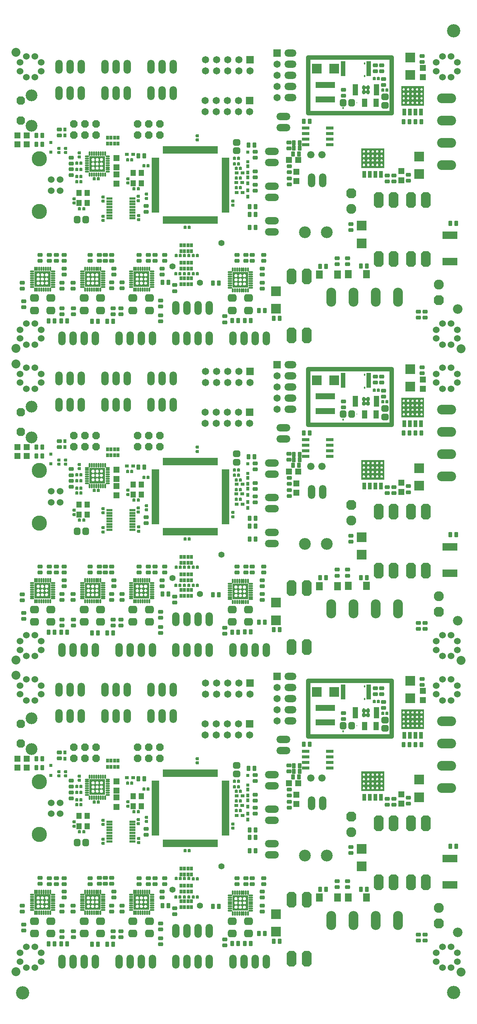
<source format=gts>
G04 Layer_Color=8388736*
%FSLAX24Y24*%
%MOIN*%
G70*
G01*
G75*
%ADD47C,0.0600*%
%ADD160C,0.0150*%
%ADD161C,0.0394*%
%ADD162R,0.0460X0.0130*%
%ADD163R,0.0530X0.0170*%
G04:AMPARAMS|DCode=164|XSize=118.7mil|YSize=118.7mil|CornerRadius=59.4mil|HoleSize=0mil|Usage=FLASHONLY|Rotation=90.000|XOffset=0mil|YOffset=0mil|HoleType=Round|Shape=RoundedRectangle|*
%AMROUNDEDRECTD164*
21,1,0.1187,0.0000,0,0,90.0*
21,1,0.0000,0.1187,0,0,90.0*
1,1,0.1187,0.0000,0.0000*
1,1,0.1187,0.0000,0.0000*
1,1,0.1187,0.0000,0.0000*
1,1,0.1187,0.0000,0.0000*
%
%ADD164ROUNDEDRECTD164*%
G04:AMPARAMS|DCode=165|XSize=35.1mil|YSize=45.4mil|CornerRadius=8.8mil|HoleSize=0mil|Usage=FLASHONLY|Rotation=270.000|XOffset=0mil|YOffset=0mil|HoleType=Round|Shape=RoundedRectangle|*
%AMROUNDEDRECTD165*
21,1,0.0351,0.0277,0,0,270.0*
21,1,0.0175,0.0454,0,0,270.0*
1,1,0.0177,-0.0139,-0.0087*
1,1,0.0177,-0.0139,0.0087*
1,1,0.0177,0.0139,0.0087*
1,1,0.0177,0.0139,-0.0087*
%
%ADD165ROUNDEDRECTD165*%
G04:AMPARAMS|DCode=166|XSize=35.1mil|YSize=45.4mil|CornerRadius=8.8mil|HoleSize=0mil|Usage=FLASHONLY|Rotation=0.000|XOffset=0mil|YOffset=0mil|HoleType=Round|Shape=RoundedRectangle|*
%AMROUNDEDRECTD166*
21,1,0.0351,0.0277,0,0,0.0*
21,1,0.0175,0.0454,0,0,0.0*
1,1,0.0177,0.0087,-0.0139*
1,1,0.0177,-0.0087,-0.0139*
1,1,0.0177,-0.0087,0.0139*
1,1,0.0177,0.0087,0.0139*
%
%ADD166ROUNDEDRECTD166*%
%ADD167R,0.0660X0.0300*%
%ADD168R,0.0340X0.0620*%
%ADD169R,0.0680X0.0200*%
%ADD170R,0.0200X0.0680*%
G04:AMPARAMS|DCode=171|XSize=15mil|YSize=35.4mil|CornerRadius=6.4mil|HoleSize=0mil|Usage=FLASHONLY|Rotation=180.000|XOffset=0mil|YOffset=0mil|HoleType=Round|Shape=RoundedRectangle|*
%AMROUNDEDRECTD171*
21,1,0.0150,0.0227,0,0,180.0*
21,1,0.0022,0.0354,0,0,180.0*
1,1,0.0128,-0.0011,0.0113*
1,1,0.0128,0.0011,0.0113*
1,1,0.0128,0.0011,-0.0113*
1,1,0.0128,-0.0011,-0.0113*
%
%ADD171ROUNDEDRECTD171*%
G04:AMPARAMS|DCode=172|XSize=15mil|YSize=35.4mil|CornerRadius=6.4mil|HoleSize=0mil|Usage=FLASHONLY|Rotation=270.000|XOffset=0mil|YOffset=0mil|HoleType=Round|Shape=RoundedRectangle|*
%AMROUNDEDRECTD172*
21,1,0.0150,0.0227,0,0,270.0*
21,1,0.0022,0.0354,0,0,270.0*
1,1,0.0128,-0.0113,-0.0011*
1,1,0.0128,-0.0113,0.0011*
1,1,0.0128,0.0113,0.0011*
1,1,0.0128,0.0113,-0.0011*
%
%ADD172ROUNDEDRECTD172*%
G04:AMPARAMS|DCode=173|XSize=80mil|YSize=80mil|CornerRadius=40mil|HoleSize=0mil|Usage=FLASHONLY|Rotation=0.000|XOffset=0mil|YOffset=0mil|HoleType=Round|Shape=RoundedRectangle|*
%AMROUNDEDRECTD173*
21,1,0.0800,0.0000,0,0,0.0*
21,1,0.0000,0.0800,0,0,0.0*
1,1,0.0800,0.0000,0.0000*
1,1,0.0800,0.0000,0.0000*
1,1,0.0800,0.0000,0.0000*
1,1,0.0800,0.0000,0.0000*
%
%ADD173ROUNDEDRECTD173*%
%ADD174R,0.0540X0.0540*%
%ADD175R,0.0540X0.0540*%
%ADD176R,0.0480X0.0580*%
%ADD177R,0.0414X0.1359*%
%ADD178R,0.0300X0.0300*%
%ADD179R,0.1320X0.0690*%
%ADD180R,0.0340X0.0260*%
%ADD181R,0.0260X0.0340*%
%ADD182R,0.0850X0.0850*%
%ADD183R,0.0850X0.0850*%
%ADD184R,0.0560X0.0210*%
G04:AMPARAMS|DCode=185|XSize=69mil|YSize=77mil|CornerRadius=18.8mil|HoleSize=0mil|Usage=FLASHONLY|Rotation=270.000|XOffset=0mil|YOffset=0mil|HoleType=Round|Shape=RoundedRectangle|*
%AMROUNDEDRECTD185*
21,1,0.0690,0.0395,0,0,270.0*
21,1,0.0315,0.0770,0,0,270.0*
1,1,0.0375,-0.0198,-0.0158*
1,1,0.0375,-0.0198,0.0158*
1,1,0.0375,0.0198,0.0158*
1,1,0.0375,0.0198,-0.0158*
%
%ADD185ROUNDEDRECTD185*%
G04:AMPARAMS|DCode=186|XSize=28mil|YSize=30mil|CornerRadius=7.4mil|HoleSize=0mil|Usage=FLASHONLY|Rotation=0.000|XOffset=0mil|YOffset=0mil|HoleType=Round|Shape=RoundedRectangle|*
%AMROUNDEDRECTD186*
21,1,0.0280,0.0152,0,0,0.0*
21,1,0.0132,0.0300,0,0,0.0*
1,1,0.0148,0.0066,-0.0076*
1,1,0.0148,-0.0066,-0.0076*
1,1,0.0148,-0.0066,0.0076*
1,1,0.0148,0.0066,0.0076*
%
%ADD186ROUNDEDRECTD186*%
G04:AMPARAMS|DCode=187|XSize=28mil|YSize=30mil|CornerRadius=7.4mil|HoleSize=0mil|Usage=FLASHONLY|Rotation=270.000|XOffset=0mil|YOffset=0mil|HoleType=Round|Shape=RoundedRectangle|*
%AMROUNDEDRECTD187*
21,1,0.0280,0.0152,0,0,270.0*
21,1,0.0132,0.0300,0,0,270.0*
1,1,0.0148,-0.0076,-0.0066*
1,1,0.0148,-0.0076,0.0066*
1,1,0.0148,0.0076,0.0066*
1,1,0.0148,0.0076,-0.0066*
%
%ADD187ROUNDEDRECTD187*%
%ADD188R,0.0603X0.0769*%
%ADD189R,0.0260X0.0320*%
%ADD190R,0.0493X0.0729*%
G04:AMPARAMS|DCode=191|XSize=58mil|YSize=66mil|CornerRadius=16mil|HoleSize=0mil|Usage=FLASHONLY|Rotation=180.000|XOffset=0mil|YOffset=0mil|HoleType=Round|Shape=RoundedRectangle|*
%AMROUNDEDRECTD191*
21,1,0.0580,0.0340,0,0,180.0*
21,1,0.0260,0.0660,0,0,180.0*
1,1,0.0320,-0.0130,0.0170*
1,1,0.0320,0.0130,0.0170*
1,1,0.0320,0.0130,-0.0170*
1,1,0.0320,-0.0130,-0.0170*
%
%ADD191ROUNDEDRECTD191*%
G04:AMPARAMS|DCode=192|XSize=58mil|YSize=66mil|CornerRadius=16mil|HoleSize=0mil|Usage=FLASHONLY|Rotation=270.000|XOffset=0mil|YOffset=0mil|HoleType=Round|Shape=RoundedRectangle|*
%AMROUNDEDRECTD192*
21,1,0.0580,0.0340,0,0,270.0*
21,1,0.0260,0.0660,0,0,270.0*
1,1,0.0320,-0.0170,-0.0130*
1,1,0.0320,-0.0170,0.0130*
1,1,0.0320,0.0170,0.0130*
1,1,0.0320,0.0170,-0.0130*
%
%ADD192ROUNDEDRECTD192*%
%ADD193R,0.1733X0.0525*%
G04:AMPARAMS|DCode=194|XSize=56mil|YSize=56mil|CornerRadius=28mil|HoleSize=0mil|Usage=FLASHONLY|Rotation=90.000|XOffset=0mil|YOffset=0mil|HoleType=Round|Shape=RoundedRectangle|*
%AMROUNDEDRECTD194*
21,1,0.0560,0.0000,0,0,90.0*
21,1,0.0000,0.0560,0,0,90.0*
1,1,0.0560,0.0000,0.0000*
1,1,0.0560,0.0000,0.0000*
1,1,0.0560,0.0000,0.0000*
1,1,0.0560,0.0000,0.0000*
%
%ADD194ROUNDEDRECTD194*%
%ADD195R,0.0482X0.0198*%
G04:AMPARAMS|DCode=196|XSize=139mil|YSize=89mil|CornerRadius=0mil|HoleSize=0mil|Usage=FLASHONLY|Rotation=270.000|XOffset=0mil|YOffset=0mil|HoleType=Round|Shape=Octagon|*
%AMOCTAGOND196*
4,1,8,-0.0223,-0.0695,0.0223,-0.0695,0.0445,-0.0473,0.0445,0.0473,0.0223,0.0695,-0.0223,0.0695,-0.0445,0.0473,-0.0445,-0.0473,-0.0223,-0.0695,0.0*
%
%ADD196OCTAGOND196*%

%ADD197C,0.0651*%
%ADD198R,0.0651X0.0651*%
%ADD199O,0.0660X0.1260*%
%ADD200P,0.0823X8X292.5*%
%ADD201C,0.1060*%
%ADD202O,0.1260X0.0660*%
%ADD203O,0.1084X0.0651*%
%ADD204R,0.0651X0.0651*%
%ADD205C,0.1365*%
%ADD206O,0.1710X0.0885*%
%ADD207P,0.0974X8X112.5*%
%ADD208C,0.0900*%
%ADD209P,0.0736X8X22.5*%
%ADD210C,0.0660*%
%ADD211C,0.0860*%
%ADD212O,0.0885X0.1710*%
%ADD213C,0.0180*%
%ADD214C,0.0080*%
G36*
X44201Y92102D02*
X44202Y92087D01*
X44214Y92059D01*
X44236Y92037D01*
X44264Y92025D01*
X44280Y92024D01*
Y91817D01*
X44266Y91816D01*
X44241Y91805D01*
X44222Y91786D01*
X44212Y91761D01*
X44211Y91748D01*
Y91709D01*
X44201D01*
Y91699D01*
X44202Y91683D01*
X44214Y91655D01*
X44236Y91633D01*
X44264Y91622D01*
X44280Y91620D01*
Y91423D01*
X44264Y91422D01*
X44236Y91410D01*
X44214Y91388D01*
X44202Y91360D01*
X44201Y91344D01*
Y91325D01*
X44024D01*
X44022Y91344D01*
X44007Y91379D01*
X43980Y91407D01*
X43944Y91421D01*
X43925Y91423D01*
X43906D01*
X43886Y91421D01*
X43851Y91407D01*
X43824Y91379D01*
X43809Y91344D01*
X43807Y91325D01*
X43630D01*
Y91335D01*
X43628Y91350D01*
X43617Y91378D01*
X43595Y91400D01*
X43567Y91412D01*
X43551Y91413D01*
Y91620D01*
X43565Y91621D01*
X43589Y91632D01*
X43608Y91651D01*
X43619Y91676D01*
X43620Y91689D01*
Y91728D01*
X43630D01*
Y91738D01*
X43628Y91754D01*
X43617Y91782D01*
X43595Y91804D01*
X43567Y91815D01*
X43551Y91817D01*
Y92014D01*
X43567Y92015D01*
X43595Y92027D01*
X43617Y92049D01*
X43628Y92077D01*
X43630Y92093D01*
Y92112D01*
X43807D01*
X43809Y92093D01*
X43824Y92058D01*
X43851Y92030D01*
X43886Y92016D01*
X43906Y92014D01*
X43925D01*
X43944Y92016D01*
X43980Y92030D01*
X44007Y92058D01*
X44022Y92093D01*
X44024Y92112D01*
X44201D01*
Y92102D01*
D02*
G37*
G36*
X49134Y91742D02*
Y91348D01*
Y90945D01*
Y90551D01*
Y90276D01*
X47087D01*
Y90551D01*
Y90945D01*
Y91348D01*
Y91752D01*
Y92037D01*
X49134D01*
Y91742D01*
D02*
G37*
G36*
X45551Y86152D02*
Y85758D01*
Y85354D01*
Y84961D01*
Y84685D01*
X43504D01*
Y84961D01*
Y85354D01*
Y85758D01*
Y86161D01*
Y86447D01*
X45551D01*
Y86152D01*
D02*
G37*
G36*
X20467Y85433D02*
Y85053D01*
X20379Y85053D01*
X20467D01*
Y84673D01*
X20409Y84673D01*
X20467D01*
Y84344D01*
X19070D01*
Y84683D01*
X19163Y84683D01*
X19070D01*
Y85053D01*
X19158Y85053D01*
X19070D01*
Y85433D01*
Y85752D01*
X20467D01*
Y85433D01*
D02*
G37*
G36*
X24446Y74014D02*
X24108D01*
X24108Y74107D01*
Y74014D01*
X23738D01*
X23738Y74102D01*
Y74014D01*
X23039D01*
Y75412D01*
X23738D01*
X23738Y75324D01*
Y75412D01*
X24118D01*
X24118Y75353D01*
Y75412D01*
X24446D01*
Y74014D01*
D02*
G37*
G36*
X20060D02*
X19722D01*
X19722Y74107D01*
Y74014D01*
X19352D01*
X19352Y74102D01*
Y74014D01*
X18653D01*
Y75412D01*
X19352D01*
X19352Y75324D01*
Y75412D01*
X19732D01*
X19732Y75353D01*
Y75412D01*
X20060D01*
Y74014D01*
D02*
G37*
G36*
X15551D02*
X15213D01*
X15213Y74107D01*
Y74014D01*
X14843D01*
X14843Y74102D01*
Y74014D01*
X14144D01*
Y75412D01*
X14843D01*
X14843Y75324D01*
Y75412D01*
X15222D01*
X15223Y75353D01*
Y75412D01*
X15551D01*
Y74014D01*
D02*
G37*
G36*
X33327Y73945D02*
X32988D01*
X32988Y74038D01*
Y73945D01*
X32618D01*
X32618Y74033D01*
Y73945D01*
X31919D01*
Y75343D01*
X32618D01*
X32618Y75255D01*
Y75343D01*
X32998D01*
X32998Y75284D01*
Y75343D01*
X33327D01*
Y73945D01*
D02*
G37*
G36*
X44201Y64110D02*
X44202Y64095D01*
X44214Y64066D01*
X44236Y64045D01*
X44264Y64033D01*
X44280Y64031D01*
Y63825D01*
X44266Y63823D01*
X44241Y63813D01*
X44222Y63794D01*
X44212Y63769D01*
X44211Y63756D01*
Y63717D01*
X44201D01*
Y63707D01*
X44202Y63691D01*
X44214Y63663D01*
X44236Y63641D01*
X44264Y63629D01*
X44280Y63628D01*
Y63431D01*
X44264Y63430D01*
X44236Y63418D01*
X44214Y63396D01*
X44202Y63368D01*
X44201Y63352D01*
Y63333D01*
X44024D01*
X44022Y63352D01*
X44007Y63387D01*
X43980Y63415D01*
X43944Y63429D01*
X43925Y63431D01*
X43906D01*
X43886Y63429D01*
X43851Y63415D01*
X43824Y63387D01*
X43809Y63352D01*
X43807Y63333D01*
X43630D01*
Y63343D01*
X43628Y63358D01*
X43617Y63386D01*
X43595Y63408D01*
X43567Y63420D01*
X43551Y63421D01*
Y63628D01*
X43565Y63629D01*
X43589Y63640D01*
X43608Y63659D01*
X43619Y63683D01*
X43620Y63697D01*
Y63736D01*
X43630D01*
Y63746D01*
X43628Y63761D01*
X43617Y63790D01*
X43595Y63812D01*
X43567Y63823D01*
X43551Y63825D01*
Y64022D01*
X43567Y64023D01*
X43595Y64035D01*
X43617Y64057D01*
X43628Y64085D01*
X43630Y64100D01*
Y64120D01*
X43807D01*
X43809Y64101D01*
X43824Y64065D01*
X43851Y64038D01*
X43886Y64024D01*
X43906Y64022D01*
X43925D01*
X43944Y64024D01*
X43980Y64038D01*
X44007Y64065D01*
X44022Y64101D01*
X44024Y64120D01*
X44201D01*
Y64110D01*
D02*
G37*
G36*
X49134Y63750D02*
Y63356D01*
Y62953D01*
Y62559D01*
Y62283D01*
X47087D01*
Y62559D01*
Y62953D01*
Y63356D01*
Y63760D01*
Y64045D01*
X49134D01*
Y63750D01*
D02*
G37*
G36*
X45551Y58159D02*
Y57766D01*
Y57362D01*
Y56968D01*
Y56693D01*
X43504D01*
Y56968D01*
Y57362D01*
Y57766D01*
Y58169D01*
Y58455D01*
X45551D01*
Y58159D01*
D02*
G37*
G36*
X20467Y57441D02*
Y57061D01*
X20379Y57061D01*
X20467D01*
Y56681D01*
X20409Y56681D01*
X20467D01*
Y56352D01*
X19070D01*
Y56691D01*
X19163Y56691D01*
X19070D01*
Y57061D01*
X19158Y57061D01*
X19070D01*
Y57441D01*
Y57759D01*
X20467D01*
Y57441D01*
D02*
G37*
G36*
X24446Y46022D02*
X24108D01*
X24108Y46115D01*
Y46022D01*
X23738D01*
X23738Y46110D01*
Y46022D01*
X23039D01*
Y47420D01*
X23738D01*
X23738Y47331D01*
Y47420D01*
X24118D01*
X24118Y47361D01*
Y47420D01*
X24446D01*
Y46022D01*
D02*
G37*
G36*
X20060D02*
X19722D01*
X19722Y46115D01*
Y46022D01*
X19352D01*
X19352Y46110D01*
Y46022D01*
X18653D01*
Y47420D01*
X19352D01*
X19352Y47331D01*
Y47420D01*
X19732D01*
X19732Y47361D01*
Y47420D01*
X20060D01*
Y46022D01*
D02*
G37*
G36*
X15551D02*
X15213D01*
X15213Y46115D01*
Y46022D01*
X14843D01*
X14843Y46110D01*
Y46022D01*
X14144D01*
Y47420D01*
X14843D01*
X14843Y47331D01*
Y47420D01*
X15222D01*
X15223Y47361D01*
Y47420D01*
X15551D01*
Y46022D01*
D02*
G37*
G36*
X33327Y45953D02*
X32988D01*
X32988Y46046D01*
Y45953D01*
X32618D01*
X32618Y46041D01*
Y45953D01*
X31919D01*
Y47351D01*
X32618D01*
X32618Y47263D01*
Y47351D01*
X32998D01*
X32998Y47292D01*
Y47351D01*
X33327D01*
Y45953D01*
D02*
G37*
G36*
X44201Y36118D02*
X44202Y36103D01*
X44214Y36074D01*
X44236Y36053D01*
X44264Y36041D01*
X44280Y36039D01*
Y35833D01*
X44266Y35831D01*
X44241Y35821D01*
X44222Y35802D01*
X44212Y35777D01*
X44211Y35764D01*
Y35724D01*
X44201D01*
Y35715D01*
X44202Y35699D01*
X44214Y35671D01*
X44236Y35649D01*
X44264Y35637D01*
X44280Y35636D01*
Y35439D01*
X44264Y35437D01*
X44236Y35426D01*
X44214Y35404D01*
X44202Y35376D01*
X44201Y35360D01*
Y35341D01*
X44024D01*
X44022Y35360D01*
X44007Y35395D01*
X43980Y35422D01*
X43944Y35437D01*
X43925Y35439D01*
X43906D01*
X43886Y35437D01*
X43851Y35422D01*
X43824Y35395D01*
X43809Y35360D01*
X43807Y35341D01*
X43630D01*
Y35350D01*
X43628Y35366D01*
X43617Y35394D01*
X43595Y35416D01*
X43567Y35428D01*
X43551Y35429D01*
Y35636D01*
X43565Y35637D01*
X43589Y35647D01*
X43608Y35666D01*
X43619Y35691D01*
X43620Y35705D01*
Y35744D01*
X43630D01*
Y35754D01*
X43628Y35769D01*
X43617Y35798D01*
X43595Y35819D01*
X43567Y35831D01*
X43551Y35833D01*
Y36030D01*
X43567Y36031D01*
X43595Y36043D01*
X43617Y36065D01*
X43628Y36093D01*
X43630Y36108D01*
Y36128D01*
X43807D01*
X43809Y36109D01*
X43824Y36073D01*
X43851Y36046D01*
X43886Y36031D01*
X43906Y36030D01*
X43925D01*
X43944Y36031D01*
X43980Y36046D01*
X44007Y36073D01*
X44022Y36109D01*
X44024Y36128D01*
X44201D01*
Y36118D01*
D02*
G37*
G36*
X49134Y35758D02*
Y35364D01*
Y34961D01*
Y34567D01*
Y34291D01*
X47087D01*
Y34567D01*
Y34961D01*
Y35364D01*
Y35768D01*
Y36053D01*
X49134D01*
Y35758D01*
D02*
G37*
G36*
X45551Y30167D02*
Y29774D01*
Y29370D01*
Y28976D01*
Y28701D01*
X43504D01*
Y28976D01*
Y29370D01*
Y29774D01*
Y30177D01*
Y30463D01*
X45551D01*
Y30167D01*
D02*
G37*
G36*
X20467Y29448D02*
Y29069D01*
X20379Y29069D01*
X20467D01*
Y28689D01*
X20409Y28688D01*
X20467D01*
Y28360D01*
X19070D01*
Y28698D01*
X19163Y28698D01*
X19070D01*
Y29069D01*
X19158Y29069D01*
X19070D01*
Y29448D01*
Y29767D01*
X20467D01*
Y29448D01*
D02*
G37*
G36*
X24446Y18030D02*
X24108D01*
X24108Y18123D01*
Y18030D01*
X23738D01*
X23738Y18118D01*
Y18030D01*
X23039D01*
Y19427D01*
X23738D01*
X23738Y19339D01*
Y19427D01*
X24118D01*
X24118Y19369D01*
Y19427D01*
X24446D01*
Y18030D01*
D02*
G37*
G36*
X20060D02*
X19722D01*
X19722Y18123D01*
Y18030D01*
X19352D01*
X19352Y18118D01*
Y18030D01*
X18653D01*
Y19427D01*
X19352D01*
X19352Y19339D01*
Y19427D01*
X19732D01*
X19732Y19369D01*
Y19427D01*
X20060D01*
Y18030D01*
D02*
G37*
G36*
X15551D02*
X15213D01*
X15213Y18123D01*
Y18030D01*
X14843D01*
X14843Y18118D01*
Y18030D01*
X14144D01*
Y19427D01*
X14843D01*
X14843Y19339D01*
Y19427D01*
X15222D01*
X15223Y19369D01*
Y19427D01*
X15551D01*
Y18030D01*
D02*
G37*
G36*
X33327Y17961D02*
X32988D01*
X32988Y18054D01*
Y17961D01*
X32618D01*
X32618Y18049D01*
Y17961D01*
X31919D01*
Y19359D01*
X32618D01*
X32618Y19270D01*
Y19359D01*
X32998D01*
X32998Y19300D01*
Y19359D01*
X33327D01*
Y17961D01*
D02*
G37*
%LPC*%
G36*
X43915Y91817D02*
X43896Y91815D01*
X43861Y91800D01*
X43834Y91773D01*
X43819Y91738D01*
X43817Y91719D01*
X43819Y91699D01*
X43834Y91664D01*
X43861Y91637D01*
X43896Y91622D01*
X43915Y91620D01*
X43935Y91622D01*
X43970Y91637D01*
X43997Y91664D01*
X44012Y91699D01*
X44014Y91719D01*
X44012Y91738D01*
X43997Y91773D01*
X43970Y91800D01*
X43935Y91815D01*
X43915Y91817D01*
D02*
G37*
G36*
X48907Y91870D02*
X48886Y91868D01*
X48847Y91852D01*
X48817Y91822D01*
X48801Y91783D01*
X48799Y91762D01*
X48801Y91741D01*
X48817Y91702D01*
X48847Y91672D01*
X48886Y91656D01*
X48907Y91654D01*
X48928Y91656D01*
X48966Y91671D01*
X48996Y91701D01*
X49012Y91739D01*
X49014Y91760D01*
Y91783D01*
X49014Y91783D01*
X48998Y91822D01*
X48968Y91852D01*
X48929Y91868D01*
X48907Y91870D01*
D02*
G37*
G36*
X48514D02*
X48493Y91868D01*
X48454Y91852D01*
X48424Y91822D01*
X48408Y91783D01*
X48406Y91762D01*
Y91752D01*
X48407Y91733D01*
X48422Y91697D01*
X48449Y91670D01*
X48485Y91655D01*
X48504Y91654D01*
X48525Y91656D01*
X48565Y91672D01*
X48596Y91703D01*
X48612Y91742D01*
X48612Y91744D01*
Y91772D01*
X48610Y91791D01*
X48596Y91826D01*
X48568Y91853D01*
X48533Y91868D01*
X48514Y91870D01*
D02*
G37*
G36*
X48120Y91860D02*
X48110D01*
X48089Y91858D01*
X48050Y91842D01*
X48020Y91812D01*
X48004Y91773D01*
Y91760D01*
X48006Y91739D01*
X48022Y91701D01*
X48051Y91671D01*
X48090Y91656D01*
X48110Y91654D01*
X48130Y91655D01*
X48166Y91670D01*
X48194Y91698D01*
X48208Y91734D01*
X48209Y91742D01*
X48209D01*
Y91772D01*
X48207Y91789D01*
X48194Y91821D01*
X48169Y91845D01*
X48137Y91859D01*
X48120Y91860D01*
D02*
G37*
G36*
X47707Y91870D02*
X47687Y91868D01*
X47652Y91853D01*
X47625Y91826D01*
X47610Y91791D01*
X47608Y91772D01*
Y91764D01*
Y91762D01*
Y91752D01*
X47610Y91733D01*
X47625Y91697D01*
X47652Y91670D01*
X47687Y91655D01*
X47707Y91654D01*
X47727Y91656D01*
X47766Y91671D01*
X47795Y91701D01*
X47811Y91739D01*
X47813Y91760D01*
Y91783D01*
X47813Y91783D01*
X47797Y91822D01*
X47767Y91852D01*
X47728Y91868D01*
X47707Y91870D01*
D02*
G37*
G36*
X47312Y91869D02*
X47311Y91862D01*
X47290Y91860D01*
X47251Y91844D01*
X47221Y91814D01*
X47205Y91775D01*
X47205D01*
Y91762D01*
X47207Y91741D01*
X47223Y91702D01*
X47253Y91672D01*
X47292Y91656D01*
X47313Y91654D01*
X47332Y91655D01*
X47368Y91670D01*
X47396Y91698D01*
X47411Y91734D01*
X47413Y91752D01*
X47411D01*
X47411Y91771D01*
X47409Y91790D01*
X47394Y91826D01*
X47367Y91853D01*
X47331Y91867D01*
X47312Y91869D01*
D02*
G37*
G36*
X48907Y91457D02*
X48888Y91455D01*
X48853Y91440D01*
X48826Y91413D01*
X48811Y91377D01*
X48809Y91358D01*
Y91348D01*
X48800D01*
X48801Y91337D01*
X48817Y91298D01*
X48847Y91268D01*
X48886Y91252D01*
X48907Y91250D01*
X48928Y91252D01*
X48966Y91268D01*
X48996Y91297D01*
X49012Y91335D01*
X49013Y91348D01*
X49006D01*
Y91358D01*
X49004Y91377D01*
X48989Y91413D01*
X48962Y91440D01*
X48927Y91455D01*
X48907Y91457D01*
D02*
G37*
G36*
X48514D02*
X48495Y91455D01*
X48459Y91440D01*
X48432Y91413D01*
X48417Y91377D01*
X48415Y91358D01*
Y91348D01*
X48406D01*
X48407Y91329D01*
X48422Y91294D01*
X48449Y91267D01*
X48485Y91252D01*
X48504Y91250D01*
X48525Y91252D01*
X48565Y91269D01*
X48596Y91299D01*
X48612Y91339D01*
X48613Y91348D01*
X48612D01*
Y91358D01*
X48610Y91377D01*
X48596Y91413D01*
X48568Y91440D01*
X48533Y91455D01*
X48514Y91457D01*
D02*
G37*
G36*
X48110D02*
X48091Y91455D01*
X48056Y91440D01*
X48028Y91413D01*
X48014Y91377D01*
X48012Y91358D01*
Y91348D01*
X48005D01*
X48006Y91335D01*
X48022Y91297D01*
X48051Y91268D01*
X48090Y91252D01*
X48110Y91250D01*
X48130Y91252D01*
X48166Y91267D01*
X48194Y91295D01*
X48208Y91331D01*
X48210Y91348D01*
X48209D01*
Y91358D01*
X48207Y91377D01*
X48192Y91413D01*
X48165Y91440D01*
X48129Y91455D01*
X48110Y91457D01*
D02*
G37*
G36*
X47717Y91467D02*
X47695Y91464D01*
X47656Y91448D01*
X47627Y91418D01*
X47610Y91379D01*
X47608Y91358D01*
Y91348D01*
X47610Y91329D01*
X47625Y91294D01*
X47652Y91267D01*
X47687Y91252D01*
X47707Y91250D01*
X47727Y91252D01*
X47766Y91268D01*
X47795Y91297D01*
X47811Y91335D01*
X47812Y91348D01*
X47805D01*
Y91378D01*
X47803Y91395D01*
X47790Y91427D01*
X47766Y91452D01*
X47734Y91465D01*
X47717Y91467D01*
D02*
G37*
G36*
X47313Y91457D02*
X47294Y91455D01*
X47258Y91440D01*
X47231Y91413D01*
X47216Y91377D01*
X47215Y91358D01*
Y91348D01*
X47206D01*
X47207Y91337D01*
X47223Y91298D01*
X47253Y91268D01*
X47292Y91252D01*
X47313Y91250D01*
X47332Y91252D01*
X47368Y91267D01*
X47396Y91294D01*
X47411Y91330D01*
X47413Y91348D01*
X47402D01*
Y91368D01*
X47400Y91385D01*
X47387Y91417D01*
X47362Y91442D01*
X47330Y91455D01*
X47313Y91457D01*
D02*
G37*
G36*
X48907Y91053D02*
X48888Y91051D01*
X48853Y91037D01*
X48826Y91009D01*
X48811Y90974D01*
X48809Y90955D01*
Y90945D01*
X48801D01*
X48801Y90943D01*
X48817Y90904D01*
X48847Y90875D01*
X48886Y90858D01*
X48907Y90856D01*
X48928Y90858D01*
X48966Y90874D01*
X48996Y90903D01*
X49012Y90942D01*
X49012Y90945D01*
X49006D01*
Y90955D01*
X49004Y90974D01*
X48989Y91009D01*
X48962Y91037D01*
X48927Y91051D01*
X48907Y91053D01*
D02*
G37*
G36*
X48514D02*
X48495Y91051D01*
X48459Y91037D01*
X48432Y91009D01*
X48417Y90974D01*
X48415Y90955D01*
Y90945D01*
X48406D01*
X48407Y90936D01*
X48422Y90900D01*
X48449Y90873D01*
X48485Y90858D01*
X48504Y90856D01*
X48525Y90858D01*
X48565Y90875D01*
X48596Y90905D01*
X48612Y90945D01*
X48612Y90947D01*
Y90955D01*
X48610Y90974D01*
X48596Y91009D01*
X48568Y91037D01*
X48533Y91051D01*
X48514Y91053D01*
D02*
G37*
G36*
X48110D02*
X48091Y91051D01*
X48056Y91037D01*
X48028Y91009D01*
X48014Y90974D01*
X48012Y90955D01*
Y90945D01*
X48006D01*
X48006Y90942D01*
X48022Y90903D01*
X48051Y90874D01*
X48090Y90858D01*
X48110Y90856D01*
X48130Y90858D01*
X48166Y90873D01*
X48194Y90901D01*
X48208Y90937D01*
X48209Y90945D01*
X48209D01*
Y90955D01*
X48207Y90974D01*
X48192Y91009D01*
X48165Y91037D01*
X48129Y91051D01*
X48110Y91053D01*
D02*
G37*
G36*
X47717Y91063D02*
X47695Y91061D01*
X47656Y91045D01*
X47627Y91015D01*
X47610Y90976D01*
X47608Y90955D01*
X47610Y90936D01*
X47625Y90900D01*
X47652Y90873D01*
X47687Y90858D01*
X47707Y90856D01*
X47727Y90858D01*
X47766Y90874D01*
X47795Y90903D01*
X47811Y90942D01*
X47811Y90945D01*
X47805D01*
Y90974D01*
X47803Y90992D01*
X47790Y91024D01*
X47766Y91048D01*
X47734Y91061D01*
X47717Y91063D01*
D02*
G37*
G36*
X47313Y91053D02*
X47294Y91051D01*
X47258Y91037D01*
X47231Y91009D01*
X47216Y90974D01*
X47215Y90955D01*
Y90945D01*
X47207D01*
X47207Y90944D01*
X47223Y90904D01*
X47253Y90875D01*
X47292Y90858D01*
X47313Y90856D01*
X47332Y90858D01*
X47368Y90873D01*
X47396Y90901D01*
X47411Y90937D01*
X47412Y90945D01*
X47402D01*
Y90965D01*
X47400Y90982D01*
X47387Y91014D01*
X47362Y91038D01*
X47330Y91051D01*
X47313Y91053D01*
D02*
G37*
G36*
X48110Y90659D02*
X48091Y90658D01*
X48056Y90643D01*
X48028Y90616D01*
X48014Y90580D01*
X48012Y90561D01*
Y90551D01*
Y90541D01*
X48014Y90524D01*
X48027Y90492D01*
X48051Y90468D01*
X48083Y90454D01*
X48100Y90453D01*
X48110D01*
X48131Y90455D01*
X48170Y90471D01*
X48200Y90501D01*
X48216Y90540D01*
X48218Y90551D01*
X48209D01*
Y90561D01*
X48207Y90580D01*
X48192Y90616D01*
X48165Y90643D01*
X48129Y90658D01*
X48110Y90659D01*
D02*
G37*
G36*
X48907D02*
X48888Y90658D01*
X48853Y90643D01*
X48826Y90616D01*
X48811Y90580D01*
X48809Y90561D01*
Y90561D01*
X48810Y90542D01*
X48812Y90523D01*
X48826Y90487D01*
X48854Y90460D01*
X48889Y90445D01*
X48908Y90444D01*
X48910Y90451D01*
X48931Y90453D01*
X48970Y90469D01*
X49000Y90499D01*
X49016Y90538D01*
X49017Y90551D01*
X49006D01*
Y90561D01*
X49004Y90580D01*
X48989Y90616D01*
X48962Y90643D01*
X48927Y90658D01*
X48907Y90659D01*
D02*
G37*
G36*
X48514D02*
X48495Y90658D01*
X48459Y90643D01*
X48432Y90616D01*
X48417Y90580D01*
X48415Y90561D01*
Y90551D01*
X48406D01*
Y90551D01*
X48408Y90530D01*
X48424Y90491D01*
X48454Y90461D01*
X48493Y90445D01*
X48514Y90443D01*
X48533Y90445D01*
X48568Y90459D01*
X48596Y90487D01*
X48610Y90522D01*
X48612Y90541D01*
Y90551D01*
Y90561D01*
X48610Y90580D01*
X48596Y90616D01*
X48568Y90643D01*
X48533Y90658D01*
X48514Y90659D01*
D02*
G37*
G36*
X47717Y90669D02*
X47695Y90667D01*
X47656Y90651D01*
X47627Y90621D01*
X47610Y90582D01*
X47608Y90561D01*
Y90551D01*
Y90541D01*
X47610Y90522D01*
X47625Y90487D01*
X47652Y90459D01*
X47687Y90445D01*
X47707Y90443D01*
X47728Y90445D01*
X47767Y90461D01*
X47797Y90491D01*
X47813Y90530D01*
X47815Y90551D01*
Y90551D01*
X47805D01*
Y90581D01*
X47803Y90598D01*
X47790Y90630D01*
X47766Y90654D01*
X47734Y90668D01*
X47717Y90669D01*
D02*
G37*
G36*
X47313Y90659D02*
X47294Y90658D01*
X47258Y90643D01*
X47231Y90616D01*
X47216Y90580D01*
X47215Y90561D01*
Y90551D01*
X47205D01*
Y90551D01*
X47207Y90530D01*
X47223Y90491D01*
X47253Y90461D01*
X47292Y90445D01*
X47313Y90443D01*
X47334Y90445D01*
X47373Y90461D01*
X47403Y90491D01*
X47419Y90530D01*
X47421Y90551D01*
Y90551D01*
X47402D01*
Y90571D01*
X47400Y90588D01*
X47387Y90620D01*
X47362Y90645D01*
X47330Y90658D01*
X47313Y90659D01*
D02*
G37*
G36*
X45325Y86280D02*
X45304Y86277D01*
X45265Y86261D01*
X45235Y86231D01*
X45219Y86192D01*
X45217Y86171D01*
X45219Y86150D01*
X45235Y86111D01*
X45265Y86081D01*
X45304Y86065D01*
X45325Y86063D01*
X45346Y86065D01*
X45384Y86081D01*
X45413Y86110D01*
X45429Y86148D01*
X45431Y86169D01*
Y86192D01*
X45431Y86192D01*
X45415Y86231D01*
X45385Y86261D01*
X45346Y86277D01*
X45325Y86280D01*
D02*
G37*
G36*
X44931D02*
X44910Y86277D01*
X44871Y86261D01*
X44841Y86231D01*
X44825Y86192D01*
X44823Y86171D01*
Y86161D01*
X44825Y86142D01*
X44839Y86107D01*
X44867Y86080D01*
X44902Y86065D01*
X44921Y86063D01*
X44943Y86065D01*
X44982Y86082D01*
X45013Y86112D01*
X45029Y86152D01*
X45030Y86154D01*
Y86181D01*
X45028Y86200D01*
X45013Y86236D01*
X44986Y86263D01*
X44950Y86278D01*
X44931Y86280D01*
D02*
G37*
G36*
X44537Y86270D02*
X44528D01*
X44506Y86268D01*
X44467Y86251D01*
X44438Y86222D01*
X44421Y86183D01*
Y86169D01*
X44423Y86148D01*
X44439Y86110D01*
X44469Y86081D01*
X44507Y86065D01*
X44528Y86063D01*
X44547Y86065D01*
X44583Y86080D01*
X44611Y86108D01*
X44626Y86144D01*
X44627Y86152D01*
X44626D01*
Y86181D01*
X44624Y86198D01*
X44611Y86230D01*
X44587Y86255D01*
X44555Y86268D01*
X44537Y86270D01*
D02*
G37*
G36*
X44124Y86280D02*
X44105Y86278D01*
X44069Y86263D01*
X44042Y86236D01*
X44027Y86200D01*
X44026Y86181D01*
Y86173D01*
Y86171D01*
Y86161D01*
X44027Y86142D01*
X44042Y86107D01*
X44069Y86080D01*
X44105Y86065D01*
X44124Y86063D01*
X44145Y86065D01*
X44183Y86081D01*
X44212Y86110D01*
X44228Y86148D01*
X44230Y86169D01*
Y86192D01*
X44230Y86192D01*
X44214Y86231D01*
X44184Y86261D01*
X44145Y86277D01*
X44124Y86280D01*
D02*
G37*
G36*
X43730Y86279D02*
X43728Y86272D01*
X43707Y86270D01*
X43668Y86254D01*
X43638Y86224D01*
X43622Y86185D01*
X43622D01*
Y86171D01*
X43624Y86150D01*
X43640Y86111D01*
X43670Y86081D01*
X43709Y86065D01*
X43730Y86063D01*
X43750Y86065D01*
X43786Y86080D01*
X43813Y86107D01*
X43828Y86143D01*
X43830Y86161D01*
X43829D01*
X43828Y86180D01*
X43826Y86200D01*
X43811Y86235D01*
X43784Y86262D01*
X43749Y86277D01*
X43730Y86279D01*
D02*
G37*
G36*
X45325Y85866D02*
X45306Y85864D01*
X45270Y85850D01*
X45243Y85822D01*
X45228Y85787D01*
X45226Y85768D01*
Y85758D01*
X45217D01*
X45219Y85747D01*
X45235Y85708D01*
X45265Y85678D01*
X45304Y85662D01*
X45325Y85659D01*
X45346Y85661D01*
X45384Y85677D01*
X45413Y85707D01*
X45429Y85745D01*
X45430Y85758D01*
X45423D01*
Y85768D01*
X45421Y85787D01*
X45407Y85822D01*
X45379Y85850D01*
X45344Y85864D01*
X45325Y85866D01*
D02*
G37*
G36*
X44931D02*
X44912Y85864D01*
X44876Y85850D01*
X44849Y85822D01*
X44835Y85787D01*
X44833Y85768D01*
Y85758D01*
X44823D01*
X44825Y85739D01*
X44839Y85703D01*
X44867Y85676D01*
X44902Y85661D01*
X44921Y85659D01*
X44943Y85662D01*
X44982Y85678D01*
X45013Y85708D01*
X45029Y85748D01*
X45030Y85758D01*
X45030D01*
Y85768D01*
X45028Y85787D01*
X45013Y85822D01*
X44986Y85850D01*
X44950Y85864D01*
X44931Y85866D01*
D02*
G37*
G36*
X44528D02*
X44508Y85864D01*
X44473Y85850D01*
X44446Y85822D01*
X44431Y85787D01*
X44429Y85768D01*
Y85758D01*
X44422D01*
X44423Y85745D01*
X44439Y85707D01*
X44469Y85677D01*
X44507Y85661D01*
X44528Y85659D01*
X44547Y85661D01*
X44583Y85676D01*
X44611Y85704D01*
X44626Y85740D01*
X44628Y85758D01*
X44626D01*
Y85768D01*
X44624Y85787D01*
X44609Y85822D01*
X44582Y85850D01*
X44547Y85864D01*
X44528Y85866D01*
D02*
G37*
G36*
X44134Y85876D02*
X44113Y85874D01*
X44074Y85858D01*
X44044Y85828D01*
X44028Y85789D01*
X44026Y85768D01*
Y85758D01*
X44027Y85739D01*
X44042Y85703D01*
X44069Y85676D01*
X44105Y85661D01*
X44124Y85659D01*
X44145Y85661D01*
X44183Y85677D01*
X44212Y85707D01*
X44228Y85745D01*
X44229Y85758D01*
X44222D01*
Y85787D01*
X44221Y85805D01*
X44208Y85837D01*
X44183Y85861D01*
X44151Y85874D01*
X44134Y85876D01*
D02*
G37*
G36*
X43730Y85866D02*
X43711Y85864D01*
X43676Y85850D01*
X43648Y85822D01*
X43634Y85787D01*
X43632Y85768D01*
Y85758D01*
X43623D01*
X43624Y85747D01*
X43640Y85708D01*
X43670Y85678D01*
X43709Y85662D01*
X43730Y85659D01*
X43750Y85661D01*
X43786Y85676D01*
X43813Y85704D01*
X43828Y85740D01*
X43830Y85758D01*
X43819D01*
Y85778D01*
X43817Y85795D01*
X43804Y85827D01*
X43780Y85851D01*
X43748Y85864D01*
X43730Y85866D01*
D02*
G37*
G36*
X45325Y85463D02*
X45306Y85461D01*
X45270Y85446D01*
X45243Y85419D01*
X45228Y85383D01*
X45226Y85364D01*
Y85354D01*
X45218D01*
X45219Y85353D01*
X45235Y85314D01*
X45265Y85284D01*
X45304Y85268D01*
X45325Y85266D01*
X45346Y85268D01*
X45384Y85284D01*
X45413Y85313D01*
X45429Y85351D01*
X45429Y85354D01*
X45423D01*
Y85364D01*
X45421Y85383D01*
X45407Y85419D01*
X45379Y85446D01*
X45344Y85461D01*
X45325Y85463D01*
D02*
G37*
G36*
X44931D02*
X44912Y85461D01*
X44876Y85446D01*
X44849Y85419D01*
X44835Y85383D01*
X44833Y85364D01*
Y85354D01*
X44824D01*
X44825Y85345D01*
X44839Y85309D01*
X44867Y85282D01*
X44902Y85268D01*
X44921Y85266D01*
X44943Y85268D01*
X44982Y85284D01*
X45013Y85315D01*
X45029Y85354D01*
X45030Y85356D01*
Y85364D01*
X45028Y85383D01*
X45013Y85419D01*
X44986Y85446D01*
X44950Y85461D01*
X44931Y85463D01*
D02*
G37*
G36*
X44528D02*
X44508Y85461D01*
X44473Y85446D01*
X44446Y85419D01*
X44431Y85383D01*
X44429Y85364D01*
Y85354D01*
X44423D01*
X44423Y85351D01*
X44439Y85313D01*
X44469Y85284D01*
X44507Y85268D01*
X44528Y85266D01*
X44547Y85268D01*
X44583Y85283D01*
X44611Y85310D01*
X44626Y85346D01*
X44627Y85354D01*
X44626D01*
Y85364D01*
X44624Y85383D01*
X44609Y85419D01*
X44582Y85446D01*
X44547Y85461D01*
X44528Y85463D01*
D02*
G37*
G36*
X44134Y85472D02*
X44113Y85470D01*
X44074Y85454D01*
X44044Y85424D01*
X44028Y85385D01*
X44026Y85364D01*
X44027Y85345D01*
X44042Y85309D01*
X44069Y85282D01*
X44105Y85268D01*
X44124Y85266D01*
X44145Y85268D01*
X44183Y85284D01*
X44212Y85313D01*
X44228Y85351D01*
X44228Y85354D01*
X44222D01*
Y85384D01*
X44221Y85401D01*
X44208Y85433D01*
X44183Y85458D01*
X44151Y85471D01*
X44134Y85472D01*
D02*
G37*
G36*
X43730Y85463D02*
X43711Y85461D01*
X43676Y85446D01*
X43648Y85419D01*
X43634Y85383D01*
X43632Y85364D01*
Y85354D01*
X43624D01*
X43624Y85353D01*
X43640Y85314D01*
X43670Y85284D01*
X43709Y85268D01*
X43730Y85266D01*
X43750Y85268D01*
X43786Y85283D01*
X43813Y85310D01*
X43828Y85346D01*
X43829Y85354D01*
X43819D01*
Y85374D01*
X43817Y85391D01*
X43804Y85423D01*
X43780Y85448D01*
X43748Y85461D01*
X43730Y85463D01*
D02*
G37*
G36*
X44528Y85069D02*
X44508Y85067D01*
X44473Y85052D01*
X44446Y85025D01*
X44431Y84990D01*
X44429Y84970D01*
Y84961D01*
Y84951D01*
X44431Y84934D01*
X44444Y84902D01*
X44468Y84877D01*
X44500Y84864D01*
X44518Y84862D01*
X44528D01*
X44549Y84864D01*
X44588Y84880D01*
X44618Y84910D01*
X44634Y84949D01*
X44635Y84961D01*
X44626D01*
Y84970D01*
X44624Y84990D01*
X44609Y85025D01*
X44582Y85052D01*
X44547Y85067D01*
X44528Y85069D01*
D02*
G37*
G36*
X45325D02*
X45306Y85067D01*
X45270Y85052D01*
X45243Y85025D01*
X45228Y84990D01*
X45226Y84970D01*
Y84970D01*
X45227Y84951D01*
X45229Y84932D01*
X45244Y84897D01*
X45271Y84870D01*
X45306Y84855D01*
X45325Y84853D01*
X45327Y84860D01*
X45348Y84862D01*
X45387Y84878D01*
X45417Y84908D01*
X45433Y84947D01*
X45434Y84961D01*
X45423D01*
Y84970D01*
X45421Y84990D01*
X45407Y85025D01*
X45379Y85052D01*
X45344Y85067D01*
X45325Y85069D01*
D02*
G37*
G36*
X44931D02*
X44912Y85067D01*
X44876Y85052D01*
X44849Y85025D01*
X44835Y84990D01*
X44833Y84970D01*
Y84961D01*
X44823D01*
Y84961D01*
X44825Y84940D01*
X44841Y84900D01*
X44871Y84871D01*
X44910Y84854D01*
X44931Y84852D01*
X44950Y84854D01*
X44986Y84869D01*
X45013Y84896D01*
X45028Y84932D01*
X45030Y84951D01*
Y84961D01*
Y84970D01*
X45028Y84990D01*
X45013Y85025D01*
X44986Y85052D01*
X44950Y85067D01*
X44931Y85069D01*
D02*
G37*
G36*
X44134Y85079D02*
X44113Y85077D01*
X44074Y85060D01*
X44044Y85031D01*
X44028Y84992D01*
X44026Y84970D01*
Y84961D01*
Y84951D01*
X44027Y84932D01*
X44042Y84896D01*
X44069Y84869D01*
X44105Y84854D01*
X44124Y84852D01*
X44145Y84854D01*
X44184Y84871D01*
X44214Y84900D01*
X44230Y84940D01*
X44232Y84961D01*
Y84961D01*
X44222D01*
Y84990D01*
X44221Y85007D01*
X44208Y85039D01*
X44183Y85064D01*
X44151Y85077D01*
X44134Y85079D01*
D02*
G37*
G36*
X43730Y85069D02*
X43711Y85067D01*
X43676Y85052D01*
X43648Y85025D01*
X43634Y84990D01*
X43632Y84970D01*
Y84961D01*
X43622D01*
Y84961D01*
X43624Y84940D01*
X43640Y84900D01*
X43670Y84871D01*
X43709Y84854D01*
X43730Y84852D01*
X43751Y84854D01*
X43790Y84871D01*
X43820Y84900D01*
X43836Y84940D01*
X43839Y84961D01*
Y84961D01*
X43819D01*
Y84980D01*
X43817Y84998D01*
X43804Y85030D01*
X43780Y85054D01*
X43748Y85067D01*
X43730Y85069D01*
D02*
G37*
G36*
X19769Y85576D02*
X19769Y85575D01*
X19769D01*
X19769D01*
X19769D01*
X19768Y85576D01*
X19714Y85565D01*
X19668Y85534D01*
X19637Y85487D01*
X19626Y85433D01*
X19627Y85433D01*
X19627Y85433D01*
X19628Y85433D01*
X19627Y85433D01*
X19626Y85428D01*
X19637Y85371D01*
X19669Y85323D01*
X19717Y85291D01*
X19768Y85281D01*
X19769Y85280D01*
X19769Y85280D01*
X19823Y85291D01*
X19869Y85322D01*
X19900Y85368D01*
X19911Y85423D01*
X19911Y85423D01*
X19908Y85423D01*
Y85433D01*
X19911Y85433D01*
X19911Y85433D01*
X19900Y85487D01*
X19869Y85534D01*
X19823Y85565D01*
X19769Y85576D01*
D02*
G37*
G36*
X19394Y85576D02*
X19388Y85575D01*
X19389Y85575D01*
X19388Y85576D01*
X19334Y85565D01*
X19288Y85534D01*
X19257Y85487D01*
X19246Y85433D01*
X19246Y85433D01*
X19248D01*
X19246Y85433D01*
Y85433D01*
X19246D01*
X19246Y85433D01*
X19257Y85374D01*
X19290Y85325D01*
X19340Y85291D01*
X19398Y85280D01*
X19398Y85280D01*
Y85280D01*
X19399Y85280D01*
X19453Y85291D01*
X19500Y85322D01*
X19531Y85368D01*
X19542Y85423D01*
X19540Y85433D01*
X19583Y85433D01*
X19540Y85433D01*
X19530Y85484D01*
X19498Y85532D01*
X19450Y85564D01*
X19394Y85576D01*
D02*
G37*
%LPD*%
G36*
X19540Y85433D02*
X19539Y85433D01*
X19540Y85433D01*
X19540Y85433D01*
D02*
G37*
%LPC*%
G36*
X20144Y85576D02*
X20138Y85575D01*
X20138Y85574D01*
X20091Y85565D01*
X20046Y85535D01*
X20016Y85490D01*
X20006Y85438D01*
X20007Y85433D01*
X20007D01*
X20007Y85433D01*
D01*
D01*
X20006Y85428D01*
X20016Y85375D01*
X20046Y85330D01*
X20091Y85301D01*
X20138Y85291D01*
X20138Y85291D01*
X20144Y85290D01*
X20200Y85301D01*
X20248Y85333D01*
X20280Y85381D01*
X20290Y85433D01*
X20289Y85433D01*
X20408D01*
X20290Y85433D01*
X20280Y85484D01*
X20248Y85532D01*
X20200Y85564D01*
X20144Y85576D01*
D02*
G37*
G36*
X19774Y85195D02*
X19768Y85194D01*
X19769Y85195D01*
X19764Y85195D01*
X19711Y85185D01*
X19666Y85155D01*
X19636Y85110D01*
X19626Y85057D01*
X19627Y85053D01*
X19627D01*
X19627Y85053D01*
X19628D01*
X19627Y85053D01*
X19626Y85048D01*
X19636Y84995D01*
X19666Y84950D01*
X19711Y84921D01*
X19758Y84911D01*
X19758Y84911D01*
X19764Y84910D01*
X19820Y84921D01*
X19868Y84953D01*
X19900Y85001D01*
X19910Y85053D01*
X19908Y85053D01*
X19910Y85063D01*
X19901Y85110D01*
X19871Y85155D01*
X19826Y85185D01*
X19774Y85195D01*
D02*
G37*
G36*
X20149Y85196D02*
X20148Y85195D01*
X20148Y85193D01*
X20139Y85195D01*
X20138Y85196D01*
X20084Y85185D01*
X20038Y85154D01*
X20007Y85107D01*
X19996Y85053D01*
X19996Y85053D01*
D01*
Y85053D01*
X19999D01*
X19996Y85053D01*
Y85053D01*
X19996Y85053D01*
X20007Y84998D01*
X20038Y84952D01*
X20084Y84921D01*
X20138Y84910D01*
X20139Y84910D01*
X20138Y84911D01*
X20144Y84910D01*
X20200Y84921D01*
X20248Y84953D01*
X20280Y85001D01*
X20290Y85053D01*
X20289Y85053D01*
X20291D01*
X20291Y85053D01*
X20280Y85107D01*
X20249Y85154D01*
X20203Y85185D01*
X20149Y85196D01*
D02*
G37*
G36*
X19399D02*
X19398Y85195D01*
X19398Y85193D01*
X19389Y85195D01*
X19388Y85196D01*
X19334Y85185D01*
X19288Y85154D01*
X19257Y85107D01*
X19246Y85053D01*
X19246Y85053D01*
D01*
Y85053D01*
X19248D01*
X19246Y85053D01*
Y85053D01*
X19246Y85053D01*
X19257Y84998D01*
X19288Y84952D01*
X19334Y84921D01*
X19388Y84910D01*
X19389Y84910D01*
X19388Y84911D01*
X19394Y84910D01*
X19450Y84921D01*
X19498Y84953D01*
X19530Y85001D01*
X19540Y85053D01*
X19539Y85053D01*
X19541Y85053D01*
X19541Y85053D01*
X19530Y85107D01*
X19499Y85154D01*
X19453Y85185D01*
X19399Y85196D01*
D02*
G37*
G36*
X19774Y84815D02*
X19768Y84814D01*
X19769Y84814D01*
X19763Y84815D01*
X19715Y84806D01*
X19673Y84778D01*
X19646Y84737D01*
X19637Y84693D01*
X19639Y84693D01*
Y84683D01*
X19638D01*
X19636Y84673D01*
X19646Y84622D01*
X19675Y84579D01*
X19718Y84550D01*
X19768Y84540D01*
X19769Y84540D01*
X19769Y84540D01*
X19769Y84540D01*
X19823Y84551D01*
X19869Y84582D01*
X19900Y84628D01*
X19911Y84683D01*
X19911Y84683D01*
X19908Y84683D01*
X19952Y84683D01*
X19910Y84683D01*
X19901Y84730D01*
X19871Y84775D01*
X19826Y84805D01*
X19774Y84815D01*
D02*
G37*
G36*
X19394D02*
X19388Y84814D01*
X19389Y84814D01*
X19383Y84815D01*
X19335Y84806D01*
X19293Y84778D01*
X19266Y84737D01*
X19257Y84693D01*
X19259Y84693D01*
Y84683D01*
X19256D01*
X19256Y84683D01*
X19267Y84628D01*
X19298Y84582D01*
X19344Y84551D01*
X19398Y84540D01*
X19399Y84540D01*
X19398Y84541D01*
X19404Y84540D01*
X19452Y84550D01*
X19494Y84578D01*
X19521Y84619D01*
X19530Y84663D01*
X19528Y84663D01*
Y84683D01*
X19584D01*
X19530Y84683D01*
X19521Y84730D01*
X19491Y84775D01*
X19446Y84805D01*
X19394Y84815D01*
D02*
G37*
G36*
X20143Y84826D02*
X20087Y84814D01*
X20039Y84782D01*
X20007Y84734D01*
X19997Y84683D01*
X19997D01*
Y84683D01*
X19999Y84683D01*
X19997Y84683D01*
X19996Y84678D01*
X20007Y84621D01*
X20039Y84573D01*
X20087Y84541D01*
X20138Y84531D01*
X20138Y84531D01*
X20144Y84530D01*
X20200Y84541D01*
X20248Y84573D01*
X20280Y84621D01*
X20290Y84673D01*
X20290D01*
Y84673D01*
X20289Y84673D01*
X20290D01*
X20291Y84678D01*
X20280Y84734D01*
X20248Y84782D01*
X20200Y84814D01*
X20149Y84825D01*
X20149Y84825D01*
X20143Y84826D01*
D02*
G37*
%LPD*%
G36*
X20007Y85433D02*
X20007Y85433D01*
X20008D01*
X20007Y85433D01*
D02*
G37*
%LPC*%
G36*
X23358Y75353D02*
X23358Y75235D01*
X23306Y75224D01*
X23258Y75192D01*
X23226Y75144D01*
X23215Y75088D01*
X23216Y75083D01*
X23216Y75083D01*
X23226Y75035D01*
X23255Y74990D01*
X23300Y74961D01*
X23353Y74950D01*
X23358Y74951D01*
Y74951D01*
X23358Y74951D01*
D01*
D01*
X23363Y74950D01*
X23416Y74961D01*
X23460Y74990D01*
X23490Y75035D01*
X23500Y75083D01*
X23500Y75083D01*
X23501Y75088D01*
X23489Y75144D01*
X23457Y75192D01*
X23409Y75224D01*
X23358Y75235D01*
X23358Y75233D01*
Y75353D01*
D02*
G37*
G36*
X23738Y75236D02*
X23683Y75225D01*
X23637Y75194D01*
X23606Y75147D01*
X23595Y75093D01*
X23595Y75093D01*
X23598Y75093D01*
X23595Y75083D01*
X23595Y75083D01*
X23606Y75028D01*
X23637Y74982D01*
X23683Y74951D01*
X23738Y74940D01*
X23738Y74940D01*
D01*
X23738D01*
Y74943D01*
X23738Y74940D01*
X23738D01*
X23738Y74940D01*
X23792Y74951D01*
X23839Y74982D01*
X23870Y75028D01*
X23881Y75083D01*
X23881Y75083D01*
X23880Y75083D01*
X23881Y75088D01*
X23869Y75144D01*
X23837Y75192D01*
X23789Y75224D01*
X23738Y75235D01*
X23738Y75233D01*
Y75236D01*
X23738Y75236D01*
D02*
G37*
G36*
X24113Y75236D02*
X24056Y75225D01*
X24008Y75192D01*
X23976Y75144D01*
X23966Y75093D01*
X23966Y75093D01*
X23965Y75088D01*
X23976Y75031D01*
X24008Y74983D01*
X24056Y74951D01*
X24108Y74941D01*
Y74941D01*
X24108D01*
X24108Y74943D01*
X24108Y74941D01*
X24113Y74940D01*
X24169Y74951D01*
X24217Y74983D01*
X24249Y75031D01*
X24260Y75083D01*
X24260Y75083D01*
X24261Y75088D01*
X24249Y75144D01*
X24217Y75192D01*
X24169Y75224D01*
X24118Y75235D01*
Y75235D01*
X24118D01*
X24118Y75233D01*
Y75235D01*
X24113Y75236D01*
D02*
G37*
G36*
X23738Y74855D02*
X23738Y74853D01*
X23728Y74855D01*
X23680Y74845D01*
X23635Y74815D01*
X23606Y74771D01*
X23595Y74718D01*
X23596Y74713D01*
X23596Y74713D01*
X23595Y74708D01*
X23606Y74655D01*
X23635Y74611D01*
X23680Y74581D01*
X23733Y74570D01*
X23738Y74571D01*
Y74571D01*
X23738Y74571D01*
Y74573D01*
X23738Y74571D01*
X23743Y74570D01*
X23796Y74581D01*
X23840Y74610D01*
X23870Y74655D01*
X23880Y74703D01*
X23880Y74703D01*
X23881Y74708D01*
X23869Y74764D01*
X23837Y74812D01*
X23789Y74844D01*
X23738Y74855D01*
D02*
G37*
G36*
X23368Y74856D02*
X23368Y74856D01*
X23368Y74853D01*
X23358D01*
X23358Y74856D01*
X23358Y74856D01*
X23303Y74845D01*
X23257Y74814D01*
X23226Y74767D01*
X23215Y74713D01*
X23215Y74713D01*
X23215Y74713D01*
X23226Y74658D01*
X23257Y74612D01*
X23303Y74581D01*
X23358Y74570D01*
X23358Y74571D01*
X23358Y74571D01*
X23358Y74573D01*
X23358Y74571D01*
X23363Y74570D01*
X23419Y74581D01*
X23467Y74613D01*
X23499Y74661D01*
X23510Y74713D01*
X23511Y74713D01*
X23511Y74713D01*
X23500Y74767D01*
X23469Y74814D01*
X23422Y74845D01*
X23368Y74856D01*
D02*
G37*
G36*
X24108Y74896D02*
X24108Y74855D01*
X24060Y74845D01*
X24015Y74815D01*
X23986Y74771D01*
X23975Y74718D01*
X23976Y74713D01*
X23976Y74713D01*
X23975Y74708D01*
X23985Y74659D01*
X24013Y74618D01*
X24054Y74590D01*
X24098Y74581D01*
X24098Y74583D01*
X24108D01*
Y74582D01*
X24118Y74580D01*
X24169Y74590D01*
X24212Y74619D01*
X24240Y74662D01*
X24250Y74713D01*
X24250Y74713D01*
X24251Y74713D01*
X24251Y74713D01*
X24240Y74767D01*
X24209Y74814D01*
X24162Y74845D01*
X24108Y74856D01*
X24108Y74856D01*
X24108Y74853D01*
X24108Y74896D01*
D02*
G37*
G36*
X23358Y74528D02*
X23358Y74485D01*
X23306Y74475D01*
X23258Y74442D01*
X23226Y74394D01*
X23215Y74338D01*
X23216Y74333D01*
X23215Y74333D01*
X23215Y74333D01*
X23226Y74278D01*
X23257Y74232D01*
X23303Y74201D01*
X23358Y74190D01*
X23358Y74190D01*
Y74193D01*
X23358Y74190D01*
X23358D01*
Y74190D01*
X23358Y74190D01*
X23416Y74202D01*
X23466Y74235D01*
X23499Y74284D01*
X23511Y74343D01*
X23511Y74343D01*
X23511D01*
X23511Y74343D01*
X23500Y74398D01*
X23469Y74444D01*
X23422Y74475D01*
X23367Y74486D01*
X23358Y74484D01*
X23358Y74483D01*
X23358Y74484D01*
X23358Y74484D01*
X23358Y74528D01*
D02*
G37*
G36*
X24108Y74528D02*
X24108Y74475D01*
X24060Y74465D01*
X24015Y74435D01*
X23986Y74391D01*
X23975Y74338D01*
X23976Y74333D01*
X23976Y74333D01*
X23975Y74328D01*
X23985Y74279D01*
X24013Y74238D01*
X24054Y74210D01*
X24098Y74201D01*
X24098Y74203D01*
X24108D01*
Y74200D01*
X24108Y74200D01*
X24162Y74211D01*
X24209Y74242D01*
X24240Y74288D01*
X24251Y74343D01*
X24251Y74343D01*
X24249Y74343D01*
X24250Y74348D01*
X24241Y74397D01*
X24213Y74438D01*
X24172Y74466D01*
X24128Y74474D01*
X24128Y74473D01*
X24108D01*
Y74528D01*
D02*
G37*
G36*
X23738Y74486D02*
X23683Y74475D01*
X23637Y74444D01*
X23606Y74397D01*
X23595Y74343D01*
X23595Y74343D01*
X23598Y74343D01*
X23595Y74333D01*
X23595Y74333D01*
X23606Y74278D01*
X23637Y74232D01*
X23683Y74201D01*
X23738Y74190D01*
X23738Y74190D01*
D01*
X23738D01*
Y74193D01*
X23738Y74190D01*
X23738D01*
X23738Y74190D01*
X23792Y74201D01*
X23839Y74232D01*
X23870Y74278D01*
X23881Y74333D01*
X23881Y74333D01*
X23880Y74333D01*
X23881Y74338D01*
X23869Y74394D01*
X23837Y74442D01*
X23789Y74475D01*
X23738Y74485D01*
X23738Y74483D01*
X23738Y74486D01*
X23738Y74486D01*
D02*
G37*
%LPD*%
G36*
X23358Y74951D02*
X23358Y74951D01*
Y74953D01*
X23358Y74951D01*
D02*
G37*
G36*
X23215Y74713D02*
Y74713D01*
Y74713D01*
Y74713D01*
D02*
G37*
%LPC*%
G36*
X18972Y75353D02*
X18972Y75235D01*
X18920Y75224D01*
X18872Y75192D01*
X18840Y75144D01*
X18829Y75088D01*
X18830Y75083D01*
X18830Y75083D01*
X18839Y75035D01*
X18869Y74990D01*
X18914Y74961D01*
X18967Y74950D01*
X18972Y74951D01*
Y74951D01*
X18972Y74951D01*
D01*
D01*
X18977Y74950D01*
X19029Y74961D01*
X19074Y74990D01*
X19104Y75035D01*
X19113Y75083D01*
X19113Y75083D01*
X19115Y75088D01*
X19103Y75144D01*
X19071Y75192D01*
X19023Y75224D01*
X18972Y75235D01*
X18972Y75233D01*
Y75353D01*
D02*
G37*
G36*
X19352Y75236D02*
X19297Y75225D01*
X19251Y75194D01*
X19220Y75147D01*
X19209Y75093D01*
X19209Y75093D01*
X19212Y75093D01*
X19209Y75083D01*
X19209Y75083D01*
X19220Y75028D01*
X19251Y74982D01*
X19297Y74951D01*
X19352Y74940D01*
X19352Y74940D01*
D01*
X19352D01*
Y74943D01*
X19352Y74940D01*
X19352D01*
X19352Y74940D01*
X19406Y74951D01*
X19453Y74982D01*
X19483Y75028D01*
X19494Y75083D01*
X19494Y75083D01*
X19493Y75083D01*
X19495Y75088D01*
X19483Y75144D01*
X19451Y75192D01*
X19403Y75224D01*
X19352Y75235D01*
X19352Y75233D01*
Y75236D01*
X19352Y75236D01*
D02*
G37*
G36*
X19727Y75236D02*
X19670Y75225D01*
X19622Y75192D01*
X19590Y75144D01*
X19580Y75093D01*
X19580Y75093D01*
X19579Y75088D01*
X19590Y75031D01*
X19622Y74983D01*
X19670Y74951D01*
X19722Y74941D01*
Y74941D01*
X19722D01*
X19722Y74943D01*
X19722Y74941D01*
X19727Y74940D01*
X19783Y74951D01*
X19831Y74983D01*
X19863Y75031D01*
X19873Y75083D01*
X19873Y75083D01*
X19875Y75088D01*
X19863Y75144D01*
X19831Y75192D01*
X19783Y75224D01*
X19732Y75235D01*
Y75235D01*
X19732D01*
X19732Y75233D01*
Y75235D01*
X19727Y75236D01*
D02*
G37*
G36*
X19352Y74855D02*
X19352Y74853D01*
X19342Y74855D01*
X19294Y74845D01*
X19249Y74815D01*
X19219Y74771D01*
X19209Y74718D01*
X19210Y74713D01*
X19210Y74713D01*
X19209Y74708D01*
X19219Y74655D01*
X19249Y74611D01*
X19294Y74581D01*
X19347Y74570D01*
X19352Y74571D01*
Y74571D01*
X19352Y74571D01*
Y74573D01*
X19352Y74571D01*
X19357Y74570D01*
X19409Y74581D01*
X19454Y74610D01*
X19484Y74655D01*
X19493Y74703D01*
X19493Y74703D01*
X19495Y74708D01*
X19483Y74764D01*
X19451Y74812D01*
X19403Y74844D01*
X19352Y74855D01*
D02*
G37*
G36*
X18982Y74856D02*
X18982Y74856D01*
X18982Y74853D01*
X18972D01*
X18972Y74856D01*
X18972Y74856D01*
X18917Y74845D01*
X18871Y74814D01*
X18840Y74767D01*
X18829Y74713D01*
X18829Y74713D01*
X18829Y74713D01*
X18840Y74658D01*
X18871Y74612D01*
X18917Y74581D01*
X18972Y74570D01*
X18972Y74571D01*
X18972Y74571D01*
X18972Y74573D01*
X18972Y74571D01*
X18977Y74570D01*
X19033Y74581D01*
X19081Y74613D01*
X19113Y74661D01*
X19124Y74713D01*
X19124Y74713D01*
X19124Y74713D01*
X19113Y74767D01*
X19083Y74814D01*
X19036Y74845D01*
X18982Y74856D01*
D02*
G37*
G36*
X19722Y74896D02*
X19722Y74855D01*
X19674Y74845D01*
X19629Y74815D01*
X19599Y74771D01*
X19589Y74718D01*
X19590Y74713D01*
X19590Y74713D01*
X19589Y74708D01*
X19599Y74659D01*
X19626Y74618D01*
X19668Y74590D01*
X19712Y74581D01*
X19712Y74583D01*
X19722D01*
Y74582D01*
X19732Y74580D01*
X19782Y74590D01*
X19825Y74619D01*
X19854Y74662D01*
X19864Y74713D01*
X19864Y74713D01*
X19864Y74713D01*
X19864Y74713D01*
X19853Y74767D01*
X19823Y74814D01*
X19776Y74845D01*
X19722Y74856D01*
X19722Y74856D01*
X19722Y74853D01*
X19722Y74896D01*
D02*
G37*
G36*
X18972Y74528D02*
X18972Y74485D01*
X18920Y74475D01*
X18872Y74442D01*
X18840Y74394D01*
X18829Y74338D01*
X18830Y74333D01*
X18829Y74333D01*
X18829Y74333D01*
X18840Y74278D01*
X18871Y74232D01*
X18917Y74201D01*
X18972Y74190D01*
X18972Y74190D01*
Y74193D01*
X18972Y74190D01*
X18972D01*
Y74190D01*
X18972Y74190D01*
X19030Y74202D01*
X19080Y74235D01*
X19113Y74284D01*
X19125Y74343D01*
X19125Y74343D01*
X19124D01*
X19124Y74343D01*
X19113Y74398D01*
X19082Y74444D01*
X19036Y74475D01*
X18981Y74486D01*
X18972Y74484D01*
X18972Y74483D01*
X18972Y74484D01*
X18972Y74484D01*
X18972Y74528D01*
D02*
G37*
G36*
X19722Y74528D02*
X19722Y74475D01*
X19674Y74465D01*
X19629Y74435D01*
X19599Y74391D01*
X19589Y74338D01*
X19590Y74333D01*
X19590Y74333D01*
X19589Y74328D01*
X19599Y74279D01*
X19626Y74238D01*
X19668Y74210D01*
X19712Y74201D01*
X19712Y74203D01*
X19722D01*
Y74200D01*
X19722Y74200D01*
X19776Y74211D01*
X19823Y74242D01*
X19853Y74288D01*
X19864Y74343D01*
X19864Y74343D01*
X19863Y74343D01*
X19864Y74348D01*
X19854Y74397D01*
X19827Y74438D01*
X19785Y74466D01*
X19742Y74474D01*
X19742Y74473D01*
X19722D01*
Y74528D01*
D02*
G37*
G36*
X19352Y74486D02*
X19297Y74475D01*
X19251Y74444D01*
X19220Y74397D01*
X19209Y74343D01*
X19209Y74343D01*
X19212Y74343D01*
X19209Y74333D01*
X19209Y74333D01*
X19220Y74278D01*
X19251Y74232D01*
X19297Y74201D01*
X19352Y74190D01*
X19352Y74190D01*
D01*
X19352D01*
Y74193D01*
X19352Y74190D01*
X19352D01*
X19352Y74190D01*
X19406Y74201D01*
X19453Y74232D01*
X19483Y74278D01*
X19494Y74333D01*
X19494Y74333D01*
X19493Y74333D01*
X19495Y74338D01*
X19483Y74394D01*
X19451Y74442D01*
X19403Y74475D01*
X19352Y74485D01*
X19352Y74483D01*
X19352Y74486D01*
X19352Y74486D01*
D02*
G37*
%LPD*%
G36*
X18972Y74951D02*
X18972Y74951D01*
Y74953D01*
X18972Y74951D01*
D02*
G37*
G36*
X18829Y74713D02*
Y74713D01*
Y74713D01*
Y74713D01*
D02*
G37*
%LPC*%
G36*
X14463Y75353D02*
X14462Y75235D01*
X14411Y75224D01*
X14363Y75192D01*
X14331Y75144D01*
X14320Y75088D01*
X14321Y75083D01*
X14321Y75083D01*
X14330Y75035D01*
X14360Y74990D01*
X14405Y74961D01*
X14457Y74950D01*
X14462Y74951D01*
Y74951D01*
X14463Y74951D01*
D01*
D01*
X14468Y74950D01*
X14520Y74961D01*
X14565Y74990D01*
X14595Y75035D01*
X14604Y75083D01*
X14604Y75083D01*
X14605Y75088D01*
X14594Y75144D01*
X14562Y75192D01*
X14514Y75224D01*
X14463Y75235D01*
X14463Y75233D01*
Y75353D01*
D02*
G37*
G36*
X14842Y75236D02*
X14788Y75225D01*
X14742Y75194D01*
X14711Y75147D01*
X14700Y75093D01*
X14700Y75093D01*
X14703Y75093D01*
X14700Y75083D01*
X14700Y75083D01*
X14711Y75028D01*
X14742Y74982D01*
X14788Y74951D01*
X14842Y74940D01*
X14843Y74940D01*
D01*
X14843D01*
Y74943D01*
X14843Y74940D01*
X14843D01*
X14843Y74940D01*
X14897Y74951D01*
X14943Y74982D01*
X14974Y75028D01*
X14985Y75083D01*
X14985Y75083D01*
X14984Y75083D01*
X14985Y75088D01*
X14974Y75144D01*
X14942Y75192D01*
X14894Y75224D01*
X14843Y75235D01*
X14843Y75233D01*
Y75236D01*
X14842Y75236D01*
D02*
G37*
G36*
X15217Y75236D02*
X15161Y75225D01*
X15113Y75192D01*
X15081Y75144D01*
X15071Y75093D01*
X15071Y75093D01*
X15070Y75088D01*
X15081Y75031D01*
X15113Y74983D01*
X15161Y74951D01*
X15212Y74941D01*
Y74941D01*
X15212D01*
X15213Y74943D01*
X15213Y74941D01*
X15218Y74940D01*
X15274Y74951D01*
X15322Y74983D01*
X15354Y75031D01*
X15364Y75083D01*
X15364Y75083D01*
X15365Y75088D01*
X15354Y75144D01*
X15322Y75192D01*
X15274Y75224D01*
X15223Y75235D01*
Y75235D01*
X15223D01*
X15223Y75233D01*
Y75235D01*
X15217Y75236D01*
D02*
G37*
G36*
X14843Y74855D02*
X14843Y74853D01*
X14832Y74855D01*
X14785Y74845D01*
X14740Y74815D01*
X14710Y74771D01*
X14700Y74718D01*
X14701Y74713D01*
X14701Y74713D01*
X14700Y74708D01*
X14710Y74655D01*
X14740Y74611D01*
X14785Y74581D01*
X14838Y74570D01*
X14842Y74571D01*
Y74571D01*
X14843Y74571D01*
Y74573D01*
X14843Y74571D01*
X14848Y74570D01*
X14900Y74581D01*
X14945Y74610D01*
X14975Y74655D01*
X14984Y74703D01*
X14984Y74703D01*
X14985Y74708D01*
X14974Y74764D01*
X14942Y74812D01*
X14894Y74844D01*
X14843Y74855D01*
D02*
G37*
G36*
X14473Y74856D02*
X14473Y74856D01*
X14473Y74853D01*
X14463D01*
X14463Y74856D01*
X14462Y74856D01*
X14408Y74845D01*
X14362Y74814D01*
X14331Y74767D01*
X14320Y74713D01*
X14320Y74713D01*
Y74713D01*
Y74713D01*
Y74713D01*
X14320Y74713D01*
X14331Y74658D01*
X14362Y74612D01*
X14408Y74581D01*
X14462Y74570D01*
X14462Y74571D01*
X14463Y74571D01*
X14463Y74573D01*
X14463Y74571D01*
X14468Y74570D01*
X14524Y74581D01*
X14572Y74613D01*
X14604Y74661D01*
X14614Y74713D01*
X14615Y74713D01*
X14615Y74713D01*
X14604Y74767D01*
X14573Y74814D01*
X14527Y74845D01*
X14473Y74856D01*
D02*
G37*
G36*
X15212Y74896D02*
X15212Y74855D01*
X15165Y74845D01*
X15120Y74815D01*
X15090Y74771D01*
X15080Y74718D01*
X15081Y74713D01*
X15081Y74713D01*
X15080Y74708D01*
X15090Y74659D01*
X15117Y74618D01*
X15159Y74590D01*
X15202Y74581D01*
X15203Y74583D01*
X15213D01*
Y74582D01*
X15223Y74580D01*
X15273Y74590D01*
X15316Y74619D01*
X15345Y74662D01*
X15355Y74713D01*
X15355Y74713D01*
X15355Y74713D01*
X15355Y74713D01*
X15344Y74767D01*
X15313Y74814D01*
X15267Y74845D01*
X15213Y74856D01*
X15213Y74856D01*
X15213Y74853D01*
X15212Y74896D01*
D02*
G37*
G36*
X14462Y74528D02*
X14462Y74485D01*
X14411Y74475D01*
X14363Y74442D01*
X14331Y74394D01*
X14320Y74338D01*
X14321Y74333D01*
X14320Y74333D01*
X14320Y74333D01*
X14331Y74278D01*
X14362Y74232D01*
X14408Y74201D01*
X14462Y74190D01*
X14463Y74190D01*
Y74193D01*
X14463Y74190D01*
X14463D01*
Y74190D01*
X14463Y74190D01*
X14521Y74202D01*
X14571Y74235D01*
X14604Y74284D01*
X14615Y74343D01*
X14615Y74343D01*
X14615D01*
X14615Y74343D01*
X14604Y74398D01*
X14573Y74444D01*
X14527Y74475D01*
X14472Y74486D01*
X14463Y74484D01*
X14463Y74483D01*
X14462Y74484D01*
X14463Y74484D01*
X14462Y74528D01*
D02*
G37*
G36*
X15212Y74528D02*
X15212Y74475D01*
X15165Y74465D01*
X15120Y74435D01*
X15090Y74391D01*
X15080Y74338D01*
X15081Y74333D01*
X15081Y74333D01*
X15080Y74328D01*
X15090Y74279D01*
X15117Y74238D01*
X15159Y74210D01*
X15202Y74201D01*
X15203Y74203D01*
X15213D01*
Y74200D01*
X15213Y74200D01*
X15267Y74211D01*
X15313Y74242D01*
X15344Y74288D01*
X15355Y74343D01*
X15355Y74343D01*
X15354Y74343D01*
X15355Y74348D01*
X15345Y74397D01*
X15318Y74438D01*
X15276Y74466D01*
X15233Y74474D01*
X15233Y74473D01*
X15212D01*
Y74528D01*
D02*
G37*
G36*
X14842Y74486D02*
X14788Y74475D01*
X14742Y74444D01*
X14711Y74397D01*
X14700Y74343D01*
X14700Y74343D01*
X14703Y74343D01*
X14700Y74333D01*
X14700Y74333D01*
X14711Y74278D01*
X14742Y74232D01*
X14788Y74201D01*
X14842Y74190D01*
X14843Y74190D01*
D01*
X14843D01*
Y74193D01*
X14843Y74190D01*
X14843D01*
X14843Y74190D01*
X14897Y74201D01*
X14943Y74232D01*
X14974Y74278D01*
X14985Y74333D01*
X14985Y74333D01*
X14984Y74333D01*
X14985Y74338D01*
X14974Y74394D01*
X14942Y74442D01*
X14894Y74475D01*
X14843Y74485D01*
X14843Y74483D01*
X14843Y74486D01*
X14842Y74486D01*
D02*
G37*
%LPD*%
G36*
X14463Y74951D02*
X14463Y74951D01*
Y74953D01*
X14463Y74951D01*
D02*
G37*
%LPC*%
G36*
X32238Y75284D02*
X32238Y75166D01*
X32186Y75156D01*
X32139Y75124D01*
X32106Y75076D01*
X32095Y75019D01*
X32096Y75014D01*
X32096Y75014D01*
X32106Y74966D01*
X32136Y74922D01*
X32180Y74892D01*
X32233Y74881D01*
X32238Y74882D01*
Y74882D01*
X32238Y74882D01*
D01*
D01*
X32243Y74881D01*
X32296Y74892D01*
X32341Y74922D01*
X32370Y74966D01*
X32380Y75014D01*
X32380Y75014D01*
X32381Y75019D01*
X32370Y75076D01*
X32338Y75124D01*
X32290Y75156D01*
X32238Y75166D01*
X32238Y75164D01*
Y75284D01*
D02*
G37*
G36*
X32618Y75167D02*
X32563Y75156D01*
X32517Y75125D01*
X32486Y75079D01*
X32475Y75024D01*
X32475Y75024D01*
X32478Y75024D01*
X32475Y75014D01*
X32475Y75014D01*
X32486Y74959D01*
X32517Y74913D01*
X32563Y74882D01*
X32618Y74871D01*
X32618Y74871D01*
D01*
X32618D01*
Y74874D01*
X32618Y74871D01*
X32618D01*
X32618Y74871D01*
X32673Y74882D01*
X32719Y74913D01*
X32750Y74959D01*
X32761Y75014D01*
X32761Y75014D01*
X32760Y75014D01*
X32761Y75019D01*
X32750Y75076D01*
X32718Y75124D01*
X32670Y75156D01*
X32618Y75166D01*
X32618Y75164D01*
Y75167D01*
X32618Y75167D01*
D02*
G37*
G36*
X32993Y75167D02*
X32936Y75156D01*
X32889Y75124D01*
X32856Y75076D01*
X32846Y75024D01*
X32846Y75024D01*
X32845Y75019D01*
X32856Y74962D01*
X32889Y74914D01*
X32936Y74882D01*
X32988Y74872D01*
Y74872D01*
X32988D01*
X32988Y74874D01*
X32988Y74872D01*
X32993Y74871D01*
X33050Y74882D01*
X33098Y74914D01*
X33130Y74962D01*
X33140Y75014D01*
X33140Y75014D01*
X33141Y75019D01*
X33130Y75076D01*
X33098Y75124D01*
X33050Y75156D01*
X32998Y75166D01*
Y75166D01*
X32998D01*
X32998Y75164D01*
Y75166D01*
X32993Y75167D01*
D02*
G37*
G36*
X32618Y74786D02*
X32618Y74784D01*
X32608Y74786D01*
X32560Y74776D01*
X32516Y74746D01*
X32486Y74702D01*
X32475Y74649D01*
X32476Y74644D01*
X32476Y74644D01*
X32475Y74639D01*
X32486Y74586D01*
X32516Y74542D01*
X32561Y74512D01*
X32613Y74501D01*
X32618Y74502D01*
Y74502D01*
X32618Y74502D01*
Y74504D01*
X32618Y74502D01*
X32623Y74501D01*
X32676Y74512D01*
X32721Y74542D01*
X32750Y74586D01*
X32760Y74634D01*
X32760Y74634D01*
X32761Y74639D01*
X32750Y74696D01*
X32718Y74744D01*
X32670Y74776D01*
X32618Y74786D01*
D02*
G37*
G36*
X32248Y74787D02*
X32248Y74787D01*
X32248Y74784D01*
X32238D01*
X32238Y74787D01*
X32238Y74787D01*
X32183Y74776D01*
X32137Y74745D01*
X32106Y74699D01*
X32095Y74644D01*
X32095Y74644D01*
X32095Y74644D01*
X32106Y74589D01*
X32137Y74543D01*
X32183Y74512D01*
X32238Y74501D01*
X32238Y74502D01*
X32238Y74502D01*
X32238Y74504D01*
X32238Y74502D01*
X32243Y74501D01*
X32300Y74512D01*
X32348Y74544D01*
X32380Y74592D01*
X32390Y74644D01*
X32391Y74644D01*
X32391Y74644D01*
X32380Y74699D01*
X32349Y74745D01*
X32303Y74776D01*
X32248Y74787D01*
D02*
G37*
G36*
X32988Y74828D02*
X32988Y74786D01*
X32940Y74776D01*
X32896Y74746D01*
X32866Y74702D01*
X32855Y74649D01*
X32856Y74644D01*
X32857Y74644D01*
X32856Y74639D01*
X32865Y74590D01*
X32893Y74549D01*
X32934Y74521D01*
X32978Y74512D01*
X32978Y74514D01*
X32988D01*
Y74513D01*
X32998Y74511D01*
X33049Y74521D01*
X33092Y74550D01*
X33121Y74593D01*
X33131Y74644D01*
X33131Y74644D01*
X33131Y74644D01*
X33131Y74644D01*
X33120Y74699D01*
X33089Y74745D01*
X33043Y74776D01*
X32988Y74787D01*
X32988Y74787D01*
X32988Y74784D01*
X32988Y74828D01*
D02*
G37*
G36*
X32238Y74459D02*
X32238Y74416D01*
X32186Y74406D01*
X32139Y74374D01*
X32106Y74326D01*
X32095Y74269D01*
X32096Y74264D01*
X32095Y74264D01*
X32095Y74264D01*
X32106Y74209D01*
X32137Y74163D01*
X32183Y74132D01*
X32238Y74121D01*
X32238Y74121D01*
Y74124D01*
X32238Y74121D01*
X32238D01*
Y74121D01*
X32238Y74121D01*
X32297Y74133D01*
X32346Y74166D01*
X32379Y74215D01*
X32391Y74274D01*
X32391Y74274D01*
X32391D01*
X32391Y74274D01*
X32380Y74329D01*
X32349Y74375D01*
X32303Y74406D01*
X32248Y74417D01*
X32238Y74415D01*
X32238Y74414D01*
X32238Y74415D01*
X32238Y74415D01*
X32238Y74459D01*
D02*
G37*
G36*
X32988Y74459D02*
X32988Y74406D01*
X32940Y74396D01*
X32896Y74366D01*
X32866Y74322D01*
X32855Y74269D01*
X32856Y74264D01*
X32857Y74264D01*
X32856Y74259D01*
X32865Y74210D01*
X32893Y74169D01*
X32934Y74141D01*
X32978Y74132D01*
X32978Y74134D01*
X32988D01*
Y74131D01*
X32988Y74131D01*
X33043Y74142D01*
X33089Y74173D01*
X33120Y74219D01*
X33131Y74274D01*
X33131Y74274D01*
X33130Y74274D01*
X33131Y74279D01*
X33121Y74328D01*
X33093Y74369D01*
X33052Y74397D01*
X33008Y74405D01*
X33008Y74404D01*
X32988D01*
Y74459D01*
D02*
G37*
G36*
X32618Y74417D02*
X32563Y74406D01*
X32517Y74375D01*
X32486Y74329D01*
X32475Y74274D01*
X32475Y74274D01*
X32478Y74274D01*
X32475Y74264D01*
X32475Y74264D01*
X32486Y74209D01*
X32517Y74163D01*
X32563Y74132D01*
X32618Y74121D01*
X32618Y74121D01*
D01*
X32618D01*
Y74124D01*
X32618Y74121D01*
X32618D01*
X32618Y74121D01*
X32673Y74132D01*
X32719Y74163D01*
X32750Y74209D01*
X32761Y74264D01*
X32761Y74264D01*
X32760Y74264D01*
X32761Y74269D01*
X32750Y74326D01*
X32718Y74374D01*
X32670Y74406D01*
X32618Y74416D01*
X32618Y74414D01*
X32618Y74417D01*
X32618Y74417D01*
D02*
G37*
%LPD*%
G36*
X32238Y74882D02*
X32238Y74882D01*
Y74884D01*
X32238Y74882D01*
D02*
G37*
G36*
X32095Y74644D02*
Y74644D01*
Y74644D01*
Y74644D01*
D02*
G37*
%LPC*%
G36*
X43915Y63825D02*
X43896Y63823D01*
X43861Y63808D01*
X43834Y63781D01*
X43819Y63746D01*
X43817Y63726D01*
X43819Y63707D01*
X43834Y63672D01*
X43861Y63645D01*
X43896Y63630D01*
X43915Y63628D01*
X43935Y63630D01*
X43970Y63645D01*
X43997Y63672D01*
X44012Y63707D01*
X44014Y63726D01*
X44012Y63746D01*
X43997Y63781D01*
X43970Y63808D01*
X43935Y63823D01*
X43915Y63825D01*
D02*
G37*
G36*
X48907Y63878D02*
X48886Y63876D01*
X48847Y63860D01*
X48817Y63830D01*
X48801Y63791D01*
X48799Y63770D01*
X48801Y63749D01*
X48817Y63710D01*
X48847Y63680D01*
X48886Y63664D01*
X48907Y63661D01*
X48928Y63663D01*
X48966Y63679D01*
X48996Y63709D01*
X49012Y63747D01*
X49014Y63768D01*
Y63791D01*
X49014Y63791D01*
X48998Y63830D01*
X48968Y63860D01*
X48929Y63876D01*
X48907Y63878D01*
D02*
G37*
G36*
X48514D02*
X48493Y63876D01*
X48454Y63860D01*
X48424Y63830D01*
X48408Y63791D01*
X48406Y63770D01*
Y63760D01*
X48407Y63741D01*
X48422Y63705D01*
X48449Y63678D01*
X48485Y63663D01*
X48504Y63661D01*
X48525Y63664D01*
X48565Y63680D01*
X48596Y63710D01*
X48612Y63750D01*
X48612Y63752D01*
Y63780D01*
X48610Y63799D01*
X48596Y63834D01*
X48568Y63861D01*
X48533Y63876D01*
X48514Y63878D01*
D02*
G37*
G36*
X48120Y63868D02*
X48110D01*
X48089Y63866D01*
X48050Y63850D01*
X48020Y63820D01*
X48004Y63781D01*
Y63768D01*
X48006Y63747D01*
X48022Y63709D01*
X48051Y63679D01*
X48090Y63663D01*
X48110Y63661D01*
X48130Y63663D01*
X48166Y63678D01*
X48194Y63706D01*
X48208Y63742D01*
X48209Y63750D01*
X48209D01*
Y63780D01*
X48207Y63797D01*
X48194Y63829D01*
X48169Y63853D01*
X48137Y63866D01*
X48120Y63868D01*
D02*
G37*
G36*
X47707Y63878D02*
X47687Y63876D01*
X47652Y63861D01*
X47625Y63834D01*
X47610Y63799D01*
X47608Y63780D01*
Y63772D01*
Y63770D01*
Y63760D01*
X47610Y63741D01*
X47625Y63705D01*
X47652Y63678D01*
X47687Y63663D01*
X47707Y63661D01*
X47727Y63663D01*
X47766Y63679D01*
X47795Y63709D01*
X47811Y63747D01*
X47813Y63768D01*
Y63791D01*
X47813Y63791D01*
X47797Y63830D01*
X47767Y63860D01*
X47728Y63876D01*
X47707Y63878D01*
D02*
G37*
G36*
X47312Y63877D02*
X47311Y63870D01*
X47290Y63868D01*
X47251Y63852D01*
X47221Y63822D01*
X47205Y63783D01*
X47205D01*
Y63770D01*
X47207Y63749D01*
X47223Y63710D01*
X47253Y63680D01*
X47292Y63664D01*
X47313Y63661D01*
X47332Y63663D01*
X47368Y63678D01*
X47396Y63706D01*
X47411Y63742D01*
X47413Y63760D01*
X47411D01*
X47411Y63779D01*
X47409Y63798D01*
X47394Y63834D01*
X47367Y63861D01*
X47331Y63875D01*
X47312Y63877D01*
D02*
G37*
G36*
X48907Y63465D02*
X48888Y63463D01*
X48853Y63448D01*
X48826Y63421D01*
X48811Y63385D01*
X48809Y63366D01*
Y63356D01*
X48800D01*
X48801Y63345D01*
X48817Y63306D01*
X48847Y63276D01*
X48886Y63260D01*
X48907Y63258D01*
X48928Y63260D01*
X48966Y63276D01*
X48996Y63305D01*
X49012Y63343D01*
X49013Y63356D01*
X49006D01*
Y63366D01*
X49004Y63385D01*
X48989Y63421D01*
X48962Y63448D01*
X48927Y63463D01*
X48907Y63465D01*
D02*
G37*
G36*
X48514D02*
X48495Y63463D01*
X48459Y63448D01*
X48432Y63421D01*
X48417Y63385D01*
X48415Y63366D01*
Y63356D01*
X48406D01*
X48407Y63337D01*
X48422Y63302D01*
X48449Y63274D01*
X48485Y63260D01*
X48504Y63258D01*
X48525Y63260D01*
X48565Y63276D01*
X48596Y63307D01*
X48612Y63347D01*
X48613Y63356D01*
X48612D01*
Y63366D01*
X48610Y63385D01*
X48596Y63421D01*
X48568Y63448D01*
X48533Y63463D01*
X48514Y63465D01*
D02*
G37*
G36*
X48110D02*
X48091Y63463D01*
X48056Y63448D01*
X48028Y63421D01*
X48014Y63385D01*
X48012Y63366D01*
Y63356D01*
X48005D01*
X48006Y63343D01*
X48022Y63305D01*
X48051Y63276D01*
X48090Y63260D01*
X48110Y63258D01*
X48130Y63260D01*
X48166Y63275D01*
X48194Y63302D01*
X48208Y63338D01*
X48210Y63356D01*
X48209D01*
Y63366D01*
X48207Y63385D01*
X48192Y63421D01*
X48165Y63448D01*
X48129Y63463D01*
X48110Y63465D01*
D02*
G37*
G36*
X47717Y63474D02*
X47695Y63472D01*
X47656Y63456D01*
X47627Y63426D01*
X47610Y63387D01*
X47608Y63366D01*
Y63356D01*
X47610Y63337D01*
X47625Y63302D01*
X47652Y63274D01*
X47687Y63260D01*
X47707Y63258D01*
X47727Y63260D01*
X47766Y63276D01*
X47795Y63305D01*
X47811Y63343D01*
X47812Y63356D01*
X47805D01*
Y63386D01*
X47803Y63403D01*
X47790Y63435D01*
X47766Y63459D01*
X47734Y63473D01*
X47717Y63474D01*
D02*
G37*
G36*
X47313Y63465D02*
X47294Y63463D01*
X47258Y63448D01*
X47231Y63421D01*
X47216Y63385D01*
X47215Y63366D01*
Y63356D01*
X47206D01*
X47207Y63345D01*
X47223Y63306D01*
X47253Y63276D01*
X47292Y63260D01*
X47313Y63258D01*
X47332Y63260D01*
X47368Y63275D01*
X47396Y63302D01*
X47411Y63338D01*
X47413Y63356D01*
X47402D01*
Y63376D01*
X47400Y63393D01*
X47387Y63425D01*
X47362Y63450D01*
X47330Y63463D01*
X47313Y63465D01*
D02*
G37*
G36*
X48907Y63061D02*
X48888Y63059D01*
X48853Y63044D01*
X48826Y63017D01*
X48811Y62982D01*
X48809Y62963D01*
Y62953D01*
X48801D01*
X48801Y62951D01*
X48817Y62912D01*
X48847Y62882D01*
X48886Y62866D01*
X48907Y62864D01*
X48928Y62866D01*
X48966Y62882D01*
X48996Y62911D01*
X49012Y62950D01*
X49012Y62953D01*
X49006D01*
Y62963D01*
X49004Y62982D01*
X48989Y63017D01*
X48962Y63044D01*
X48927Y63059D01*
X48907Y63061D01*
D02*
G37*
G36*
X48514D02*
X48495Y63059D01*
X48459Y63044D01*
X48432Y63017D01*
X48417Y62982D01*
X48415Y62963D01*
Y62953D01*
X48406D01*
X48407Y62943D01*
X48422Y62908D01*
X48449Y62881D01*
X48485Y62866D01*
X48504Y62864D01*
X48525Y62866D01*
X48565Y62883D01*
X48596Y62913D01*
X48612Y62953D01*
X48612Y62955D01*
Y62963D01*
X48610Y62982D01*
X48596Y63017D01*
X48568Y63044D01*
X48533Y63059D01*
X48514Y63061D01*
D02*
G37*
G36*
X48110D02*
X48091Y63059D01*
X48056Y63044D01*
X48028Y63017D01*
X48014Y62982D01*
X48012Y62963D01*
Y62953D01*
X48006D01*
X48006Y62950D01*
X48022Y62911D01*
X48051Y62882D01*
X48090Y62866D01*
X48110Y62864D01*
X48130Y62866D01*
X48166Y62881D01*
X48194Y62909D01*
X48208Y62945D01*
X48209Y62953D01*
X48209D01*
Y62963D01*
X48207Y62982D01*
X48192Y63017D01*
X48165Y63044D01*
X48129Y63059D01*
X48110Y63061D01*
D02*
G37*
G36*
X47717Y63071D02*
X47695Y63069D01*
X47656Y63053D01*
X47627Y63023D01*
X47610Y62984D01*
X47608Y62963D01*
X47610Y62943D01*
X47625Y62908D01*
X47652Y62881D01*
X47687Y62866D01*
X47707Y62864D01*
X47727Y62866D01*
X47766Y62882D01*
X47795Y62911D01*
X47811Y62950D01*
X47811Y62953D01*
X47805D01*
Y62982D01*
X47803Y63000D01*
X47790Y63032D01*
X47766Y63056D01*
X47734Y63069D01*
X47717Y63071D01*
D02*
G37*
G36*
X47313Y63061D02*
X47294Y63059D01*
X47258Y63044D01*
X47231Y63017D01*
X47216Y62982D01*
X47215Y62963D01*
Y62953D01*
X47207D01*
X47207Y62951D01*
X47223Y62912D01*
X47253Y62882D01*
X47292Y62866D01*
X47313Y62864D01*
X47332Y62866D01*
X47368Y62881D01*
X47396Y62908D01*
X47411Y62944D01*
X47412Y62953D01*
X47402D01*
Y62972D01*
X47400Y62990D01*
X47387Y63022D01*
X47362Y63046D01*
X47330Y63059D01*
X47313Y63061D01*
D02*
G37*
G36*
X48110Y62667D02*
X48091Y62665D01*
X48056Y62651D01*
X48028Y62624D01*
X48014Y62588D01*
X48012Y62569D01*
Y62559D01*
Y62549D01*
X48014Y62532D01*
X48027Y62500D01*
X48051Y62476D01*
X48083Y62462D01*
X48100Y62461D01*
X48110D01*
X48131Y62463D01*
X48170Y62479D01*
X48200Y62509D01*
X48216Y62548D01*
X48218Y62559D01*
X48209D01*
Y62569D01*
X48207Y62588D01*
X48192Y62624D01*
X48165Y62651D01*
X48129Y62665D01*
X48110Y62667D01*
D02*
G37*
G36*
X48907D02*
X48888Y62665D01*
X48853Y62651D01*
X48826Y62624D01*
X48811Y62588D01*
X48809Y62569D01*
Y62569D01*
X48810Y62550D01*
X48812Y62531D01*
X48826Y62495D01*
X48854Y62468D01*
X48889Y62453D01*
X48908Y62451D01*
X48910Y62458D01*
X48931Y62461D01*
X48970Y62477D01*
X49000Y62507D01*
X49016Y62546D01*
X49017Y62559D01*
X49006D01*
Y62569D01*
X49004Y62588D01*
X48989Y62624D01*
X48962Y62651D01*
X48927Y62665D01*
X48907Y62667D01*
D02*
G37*
G36*
X48514D02*
X48495Y62665D01*
X48459Y62651D01*
X48432Y62624D01*
X48417Y62588D01*
X48415Y62569D01*
Y62559D01*
X48406D01*
Y62559D01*
X48408Y62538D01*
X48424Y62499D01*
X48454Y62469D01*
X48493Y62453D01*
X48514Y62451D01*
X48533Y62453D01*
X48568Y62467D01*
X48596Y62495D01*
X48610Y62530D01*
X48612Y62549D01*
Y62559D01*
Y62569D01*
X48610Y62588D01*
X48596Y62624D01*
X48568Y62651D01*
X48533Y62665D01*
X48514Y62667D01*
D02*
G37*
G36*
X47717Y62677D02*
X47695Y62675D01*
X47656Y62659D01*
X47627Y62629D01*
X47610Y62590D01*
X47608Y62569D01*
Y62559D01*
Y62549D01*
X47610Y62530D01*
X47625Y62495D01*
X47652Y62467D01*
X47687Y62453D01*
X47707Y62451D01*
X47728Y62453D01*
X47767Y62469D01*
X47797Y62499D01*
X47813Y62538D01*
X47815Y62559D01*
Y62559D01*
X47805D01*
Y62589D01*
X47803Y62606D01*
X47790Y62638D01*
X47766Y62662D01*
X47734Y62675D01*
X47717Y62677D01*
D02*
G37*
G36*
X47313Y62667D02*
X47294Y62665D01*
X47258Y62651D01*
X47231Y62624D01*
X47216Y62588D01*
X47215Y62569D01*
Y62559D01*
X47205D01*
Y62559D01*
X47207Y62538D01*
X47223Y62499D01*
X47253Y62469D01*
X47292Y62453D01*
X47313Y62451D01*
X47334Y62453D01*
X47373Y62469D01*
X47403Y62499D01*
X47419Y62538D01*
X47421Y62559D01*
Y62559D01*
X47402D01*
Y62579D01*
X47400Y62596D01*
X47387Y62628D01*
X47362Y62652D01*
X47330Y62666D01*
X47313Y62667D01*
D02*
G37*
G36*
X45325Y58287D02*
X45304Y58285D01*
X45265Y58269D01*
X45235Y58239D01*
X45219Y58200D01*
X45217Y58179D01*
X45219Y58158D01*
X45235Y58119D01*
X45265Y58089D01*
X45304Y58073D01*
X45325Y58071D01*
X45346Y58073D01*
X45384Y58089D01*
X45413Y58118D01*
X45429Y58156D01*
X45431Y58177D01*
Y58200D01*
X45431Y58200D01*
X45415Y58239D01*
X45385Y58269D01*
X45346Y58285D01*
X45325Y58287D01*
D02*
G37*
G36*
X44931D02*
X44910Y58285D01*
X44871Y58269D01*
X44841Y58239D01*
X44825Y58200D01*
X44823Y58179D01*
Y58169D01*
X44825Y58150D01*
X44839Y58115D01*
X44867Y58087D01*
X44902Y58073D01*
X44921Y58071D01*
X44943Y58073D01*
X44982Y58089D01*
X45013Y58120D01*
X45029Y58160D01*
X45030Y58161D01*
Y58189D01*
X45028Y58208D01*
X45013Y58244D01*
X44986Y58271D01*
X44950Y58286D01*
X44931Y58287D01*
D02*
G37*
G36*
X44537Y58278D02*
X44528D01*
X44506Y58275D01*
X44467Y58259D01*
X44438Y58229D01*
X44421Y58190D01*
Y58177D01*
X44423Y58156D01*
X44439Y58118D01*
X44469Y58089D01*
X44507Y58073D01*
X44528Y58071D01*
X44547Y58073D01*
X44583Y58088D01*
X44611Y58115D01*
X44626Y58151D01*
X44627Y58159D01*
X44626D01*
Y58189D01*
X44624Y58206D01*
X44611Y58238D01*
X44587Y58263D01*
X44555Y58276D01*
X44537Y58278D01*
D02*
G37*
G36*
X44124Y58287D02*
X44105Y58286D01*
X44069Y58271D01*
X44042Y58244D01*
X44027Y58208D01*
X44026Y58189D01*
Y58181D01*
Y58179D01*
Y58169D01*
X44027Y58150D01*
X44042Y58115D01*
X44069Y58087D01*
X44105Y58073D01*
X44124Y58071D01*
X44145Y58073D01*
X44183Y58089D01*
X44212Y58118D01*
X44228Y58156D01*
X44230Y58177D01*
Y58200D01*
X44230Y58200D01*
X44214Y58239D01*
X44184Y58269D01*
X44145Y58285D01*
X44124Y58287D01*
D02*
G37*
G36*
X43730Y58287D02*
X43728Y58280D01*
X43707Y58278D01*
X43668Y58261D01*
X43638Y58232D01*
X43622Y58193D01*
X43622D01*
Y58179D01*
X43624Y58158D01*
X43640Y58119D01*
X43670Y58089D01*
X43709Y58073D01*
X43730Y58071D01*
X43750Y58073D01*
X43786Y58088D01*
X43813Y58115D01*
X43828Y58151D01*
X43830Y58169D01*
X43829D01*
X43828Y58188D01*
X43826Y58207D01*
X43811Y58243D01*
X43784Y58270D01*
X43749Y58285D01*
X43730Y58287D01*
D02*
G37*
G36*
X45325Y57874D02*
X45306Y57872D01*
X45270Y57857D01*
X45243Y57830D01*
X45228Y57795D01*
X45226Y57776D01*
Y57766D01*
X45217D01*
X45219Y57754D01*
X45235Y57715D01*
X45265Y57686D01*
X45304Y57669D01*
X45325Y57667D01*
X45346Y57669D01*
X45384Y57685D01*
X45413Y57715D01*
X45429Y57753D01*
X45430Y57766D01*
X45423D01*
Y57776D01*
X45421Y57795D01*
X45407Y57830D01*
X45379Y57857D01*
X45344Y57872D01*
X45325Y57874D01*
D02*
G37*
G36*
X44931D02*
X44912Y57872D01*
X44876Y57857D01*
X44849Y57830D01*
X44835Y57795D01*
X44833Y57776D01*
Y57766D01*
X44823D01*
X44825Y57747D01*
X44839Y57711D01*
X44867Y57684D01*
X44902Y57669D01*
X44921Y57667D01*
X44943Y57669D01*
X44982Y57686D01*
X45013Y57716D01*
X45029Y57756D01*
X45030Y57766D01*
X45030D01*
Y57776D01*
X45028Y57795D01*
X45013Y57830D01*
X44986Y57857D01*
X44950Y57872D01*
X44931Y57874D01*
D02*
G37*
G36*
X44528D02*
X44508Y57872D01*
X44473Y57857D01*
X44446Y57830D01*
X44431Y57795D01*
X44429Y57776D01*
Y57766D01*
X44422D01*
X44423Y57753D01*
X44439Y57715D01*
X44469Y57685D01*
X44507Y57669D01*
X44528Y57667D01*
X44547Y57669D01*
X44583Y57684D01*
X44611Y57712D01*
X44626Y57748D01*
X44628Y57766D01*
X44626D01*
Y57776D01*
X44624Y57795D01*
X44609Y57830D01*
X44582Y57857D01*
X44547Y57872D01*
X44528Y57874D01*
D02*
G37*
G36*
X44134Y57884D02*
X44113Y57882D01*
X44074Y57866D01*
X44044Y57836D01*
X44028Y57797D01*
X44026Y57776D01*
Y57766D01*
X44027Y57747D01*
X44042Y57711D01*
X44069Y57684D01*
X44105Y57669D01*
X44124Y57667D01*
X44145Y57669D01*
X44183Y57685D01*
X44212Y57715D01*
X44228Y57753D01*
X44229Y57766D01*
X44222D01*
Y57795D01*
X44221Y57813D01*
X44208Y57844D01*
X44183Y57869D01*
X44151Y57882D01*
X44134Y57884D01*
D02*
G37*
G36*
X43730Y57874D02*
X43711Y57872D01*
X43676Y57857D01*
X43648Y57830D01*
X43634Y57795D01*
X43632Y57776D01*
Y57766D01*
X43623D01*
X43624Y57755D01*
X43640Y57715D01*
X43670Y57686D01*
X43709Y57669D01*
X43730Y57667D01*
X43750Y57669D01*
X43786Y57684D01*
X43813Y57712D01*
X43828Y57748D01*
X43830Y57766D01*
X43819D01*
Y57785D01*
X43817Y57803D01*
X43804Y57835D01*
X43780Y57859D01*
X43748Y57872D01*
X43730Y57874D01*
D02*
G37*
G36*
X45325Y57470D02*
X45306Y57469D01*
X45270Y57454D01*
X45243Y57427D01*
X45228Y57391D01*
X45226Y57372D01*
Y57362D01*
X45218D01*
X45219Y57361D01*
X45235Y57322D01*
X45265Y57292D01*
X45304Y57276D01*
X45325Y57274D01*
X45346Y57276D01*
X45384Y57292D01*
X45413Y57321D01*
X45429Y57359D01*
X45429Y57362D01*
X45423D01*
Y57372D01*
X45421Y57391D01*
X45407Y57427D01*
X45379Y57454D01*
X45344Y57469D01*
X45325Y57470D01*
D02*
G37*
G36*
X44931D02*
X44912Y57469D01*
X44876Y57454D01*
X44849Y57427D01*
X44835Y57391D01*
X44833Y57372D01*
Y57362D01*
X44824D01*
X44825Y57353D01*
X44839Y57317D01*
X44867Y57290D01*
X44902Y57276D01*
X44921Y57274D01*
X44943Y57276D01*
X44982Y57292D01*
X45013Y57323D01*
X45029Y57362D01*
X45030Y57364D01*
Y57372D01*
X45028Y57391D01*
X45013Y57427D01*
X44986Y57454D01*
X44950Y57469D01*
X44931Y57470D01*
D02*
G37*
G36*
X44528D02*
X44508Y57469D01*
X44473Y57454D01*
X44446Y57427D01*
X44431Y57391D01*
X44429Y57372D01*
Y57362D01*
X44423D01*
X44423Y57359D01*
X44439Y57321D01*
X44469Y57292D01*
X44507Y57276D01*
X44528Y57274D01*
X44547Y57276D01*
X44583Y57291D01*
X44611Y57318D01*
X44626Y57354D01*
X44627Y57362D01*
X44626D01*
Y57372D01*
X44624Y57391D01*
X44609Y57427D01*
X44582Y57454D01*
X44547Y57469D01*
X44528Y57470D01*
D02*
G37*
G36*
X44134Y57480D02*
X44113Y57478D01*
X44074Y57462D01*
X44044Y57432D01*
X44028Y57393D01*
X44026Y57372D01*
X44027Y57353D01*
X44042Y57317D01*
X44069Y57290D01*
X44105Y57276D01*
X44124Y57274D01*
X44145Y57276D01*
X44183Y57292D01*
X44212Y57321D01*
X44228Y57359D01*
X44228Y57362D01*
X44222D01*
Y57392D01*
X44221Y57409D01*
X44208Y57441D01*
X44183Y57465D01*
X44151Y57479D01*
X44134Y57480D01*
D02*
G37*
G36*
X43730Y57470D02*
X43711Y57469D01*
X43676Y57454D01*
X43648Y57427D01*
X43634Y57391D01*
X43632Y57372D01*
Y57362D01*
X43624D01*
X43624Y57361D01*
X43640Y57322D01*
X43670Y57292D01*
X43709Y57276D01*
X43730Y57274D01*
X43750Y57276D01*
X43786Y57290D01*
X43813Y57318D01*
X43828Y57354D01*
X43829Y57362D01*
X43819D01*
Y57382D01*
X43817Y57399D01*
X43804Y57431D01*
X43780Y57456D01*
X43748Y57469D01*
X43730Y57470D01*
D02*
G37*
G36*
X44528Y57077D02*
X44508Y57075D01*
X44473Y57060D01*
X44446Y57033D01*
X44431Y56998D01*
X44429Y56978D01*
Y56968D01*
Y56959D01*
X44431Y56941D01*
X44444Y56909D01*
X44468Y56885D01*
X44500Y56872D01*
X44518Y56870D01*
X44528D01*
X44549Y56872D01*
X44588Y56888D01*
X44618Y56918D01*
X44634Y56957D01*
X44635Y56968D01*
X44626D01*
Y56978D01*
X44624Y56998D01*
X44609Y57033D01*
X44582Y57060D01*
X44547Y57075D01*
X44528Y57077D01*
D02*
G37*
G36*
X45325D02*
X45306Y57075D01*
X45270Y57060D01*
X45243Y57033D01*
X45228Y56998D01*
X45226Y56978D01*
Y56978D01*
X45227Y56959D01*
X45229Y56940D01*
X45244Y56905D01*
X45271Y56878D01*
X45306Y56863D01*
X45325Y56861D01*
X45327Y56868D01*
X45348Y56870D01*
X45387Y56886D01*
X45417Y56916D01*
X45433Y56955D01*
X45434Y56968D01*
X45423D01*
Y56978D01*
X45421Y56998D01*
X45407Y57033D01*
X45379Y57060D01*
X45344Y57075D01*
X45325Y57077D01*
D02*
G37*
G36*
X44931D02*
X44912Y57075D01*
X44876Y57060D01*
X44849Y57033D01*
X44835Y56998D01*
X44833Y56978D01*
Y56968D01*
X44823D01*
Y56968D01*
X44825Y56947D01*
X44841Y56908D01*
X44871Y56878D01*
X44910Y56862D01*
X44931Y56860D01*
X44950Y56862D01*
X44986Y56877D01*
X45013Y56904D01*
X45028Y56939D01*
X45030Y56959D01*
Y56968D01*
Y56978D01*
X45028Y56998D01*
X45013Y57033D01*
X44986Y57060D01*
X44950Y57075D01*
X44931Y57077D01*
D02*
G37*
G36*
X44134Y57087D02*
X44113Y57085D01*
X44074Y57068D01*
X44044Y57038D01*
X44028Y56999D01*
X44026Y56978D01*
Y56968D01*
Y56959D01*
X44027Y56939D01*
X44042Y56904D01*
X44069Y56877D01*
X44105Y56862D01*
X44124Y56860D01*
X44145Y56862D01*
X44184Y56878D01*
X44214Y56908D01*
X44230Y56947D01*
X44232Y56968D01*
Y56968D01*
X44222D01*
Y56998D01*
X44221Y57015D01*
X44208Y57047D01*
X44183Y57072D01*
X44151Y57085D01*
X44134Y57087D01*
D02*
G37*
G36*
X43730Y57077D02*
X43711Y57075D01*
X43676Y57060D01*
X43648Y57033D01*
X43634Y56998D01*
X43632Y56978D01*
Y56968D01*
X43622D01*
Y56968D01*
X43624Y56947D01*
X43640Y56908D01*
X43670Y56878D01*
X43709Y56862D01*
X43730Y56860D01*
X43751Y56862D01*
X43790Y56878D01*
X43820Y56908D01*
X43836Y56947D01*
X43839Y56968D01*
Y56968D01*
X43819D01*
Y56988D01*
X43817Y57005D01*
X43804Y57037D01*
X43780Y57062D01*
X43748Y57075D01*
X43730Y57077D01*
D02*
G37*
G36*
X19769Y57583D02*
X19769Y57583D01*
X19769D01*
X19769D01*
X19769D01*
X19768Y57583D01*
X19714Y57573D01*
X19668Y57542D01*
X19637Y57495D01*
X19626Y57441D01*
X19627Y57441D01*
X19627Y57441D01*
X19628Y57441D01*
X19627Y57441D01*
X19626Y57436D01*
X19637Y57379D01*
X19669Y57331D01*
X19717Y57299D01*
X19768Y57289D01*
X19769Y57288D01*
X19769Y57288D01*
X19823Y57299D01*
X19869Y57330D01*
X19900Y57376D01*
X19911Y57431D01*
X19911Y57431D01*
X19908Y57431D01*
Y57441D01*
X19911Y57441D01*
X19911Y57441D01*
X19900Y57495D01*
X19869Y57542D01*
X19823Y57573D01*
X19769Y57583D01*
D02*
G37*
G36*
X19394Y57584D02*
X19388Y57583D01*
X19389Y57583D01*
X19388Y57583D01*
X19334Y57573D01*
X19288Y57542D01*
X19257Y57495D01*
X19246Y57441D01*
X19246Y57441D01*
X19248D01*
X19246Y57441D01*
Y57441D01*
X19246D01*
X19246Y57441D01*
X19257Y57382D01*
X19290Y57332D01*
X19340Y57299D01*
X19398Y57288D01*
X19398Y57288D01*
Y57288D01*
X19399Y57288D01*
X19453Y57299D01*
X19500Y57330D01*
X19531Y57376D01*
X19542Y57431D01*
X19540Y57441D01*
X19539Y57441D01*
X19540Y57441D01*
X19540Y57441D01*
X19583Y57441D01*
X19540Y57441D01*
X19530Y57492D01*
X19498Y57540D01*
X19450Y57572D01*
X19394Y57584D01*
D02*
G37*
G36*
X20144D02*
X20138Y57583D01*
X20138Y57582D01*
X20091Y57573D01*
X20046Y57543D01*
X20016Y57498D01*
X20006Y57446D01*
X20007Y57441D01*
X20007D01*
X20007Y57441D01*
D01*
D01*
X20006Y57436D01*
X20016Y57383D01*
X20046Y57338D01*
X20091Y57308D01*
X20138Y57299D01*
X20138Y57299D01*
X20144Y57298D01*
X20200Y57309D01*
X20248Y57341D01*
X20280Y57389D01*
X20290Y57441D01*
X20289Y57441D01*
X20408D01*
X20290Y57441D01*
X20280Y57492D01*
X20248Y57540D01*
X20200Y57572D01*
X20144Y57584D01*
D02*
G37*
G36*
X19774Y57203D02*
X19768Y57202D01*
X19769Y57202D01*
X19764Y57203D01*
X19711Y57193D01*
X19666Y57163D01*
X19636Y57118D01*
X19626Y57065D01*
X19627Y57061D01*
X19627D01*
X19627Y57061D01*
X19628D01*
X19627Y57061D01*
X19626Y57056D01*
X19636Y57003D01*
X19666Y56958D01*
X19711Y56928D01*
X19758Y56919D01*
X19758Y56919D01*
X19764Y56918D01*
X19820Y56929D01*
X19868Y56961D01*
X19900Y57009D01*
X19910Y57061D01*
X19908Y57061D01*
X19910Y57071D01*
X19901Y57118D01*
X19871Y57163D01*
X19826Y57193D01*
X19774Y57203D01*
D02*
G37*
G36*
X20149Y57203D02*
X20148Y57203D01*
X20148Y57201D01*
X20139Y57203D01*
X20138Y57203D01*
X20084Y57193D01*
X20038Y57162D01*
X20007Y57115D01*
X19996Y57061D01*
X19996Y57061D01*
D01*
Y57061D01*
X19999D01*
X19996Y57061D01*
Y57061D01*
X19996Y57061D01*
X20007Y57006D01*
X20038Y56960D01*
X20084Y56929D01*
X20138Y56918D01*
X20139Y56918D01*
X20138Y56919D01*
X20144Y56918D01*
X20200Y56929D01*
X20248Y56961D01*
X20280Y57009D01*
X20290Y57061D01*
X20289Y57061D01*
X20291D01*
X20291Y57061D01*
X20280Y57115D01*
X20249Y57162D01*
X20203Y57193D01*
X20149Y57203D01*
D02*
G37*
G36*
X19399D02*
X19398Y57203D01*
X19398Y57201D01*
X19389Y57203D01*
X19388Y57203D01*
X19334Y57193D01*
X19288Y57162D01*
X19257Y57115D01*
X19246Y57061D01*
X19246Y57061D01*
D01*
Y57061D01*
X19248D01*
X19246Y57061D01*
Y57061D01*
X19246Y57061D01*
X19257Y57006D01*
X19288Y56960D01*
X19334Y56929D01*
X19388Y56918D01*
X19389Y56918D01*
X19388Y56919D01*
X19394Y56918D01*
X19450Y56929D01*
X19498Y56961D01*
X19530Y57009D01*
X19540Y57061D01*
X19539Y57061D01*
X19541Y57061D01*
X19541Y57061D01*
X19530Y57115D01*
X19499Y57162D01*
X19453Y57193D01*
X19399Y57203D01*
D02*
G37*
G36*
X19774Y56823D02*
X19768Y56822D01*
X19769Y56822D01*
X19763Y56823D01*
X19715Y56813D01*
X19673Y56786D01*
X19646Y56744D01*
X19637Y56701D01*
X19639Y56701D01*
Y56691D01*
X19638D01*
X19636Y56681D01*
X19646Y56630D01*
X19675Y56587D01*
X19718Y56558D01*
X19768Y56548D01*
X19769Y56548D01*
X19769Y56548D01*
X19769Y56548D01*
X19823Y56559D01*
X19869Y56590D01*
X19900Y56636D01*
X19911Y56691D01*
X19911Y56691D01*
X19908Y56691D01*
X19952Y56691D01*
X19910Y56691D01*
X19901Y56738D01*
X19871Y56783D01*
X19826Y56813D01*
X19774Y56823D01*
D02*
G37*
G36*
X19394D02*
X19388Y56822D01*
X19389Y56822D01*
X19383Y56823D01*
X19335Y56813D01*
X19293Y56786D01*
X19266Y56744D01*
X19257Y56701D01*
X19259Y56701D01*
Y56691D01*
X19256D01*
X19256Y56691D01*
X19267Y56636D01*
X19298Y56590D01*
X19344Y56559D01*
X19398Y56548D01*
X19399Y56548D01*
X19398Y56549D01*
X19404Y56548D01*
X19452Y56558D01*
X19494Y56585D01*
X19521Y56627D01*
X19530Y56671D01*
X19528Y56671D01*
Y56691D01*
X19584D01*
X19530Y56691D01*
X19521Y56738D01*
X19491Y56783D01*
X19446Y56813D01*
X19394Y56823D01*
D02*
G37*
G36*
X20143Y56834D02*
X20087Y56822D01*
X20039Y56790D01*
X20007Y56742D01*
X19997Y56691D01*
X19997D01*
Y56691D01*
X19999Y56691D01*
X19997Y56691D01*
X19996Y56686D01*
X20007Y56629D01*
X20039Y56581D01*
X20087Y56549D01*
X20138Y56539D01*
X20138Y56539D01*
X20144Y56538D01*
X20200Y56549D01*
X20248Y56581D01*
X20280Y56629D01*
X20290Y56681D01*
X20290D01*
Y56681D01*
X20289Y56681D01*
X20290D01*
X20291Y56686D01*
X20280Y56742D01*
X20248Y56790D01*
X20200Y56822D01*
X20149Y56833D01*
X20149Y56833D01*
X20143Y56834D01*
D02*
G37*
%LPD*%
G36*
X20007Y57441D02*
X20007Y57441D01*
X20008D01*
X20007Y57441D01*
D02*
G37*
%LPC*%
G36*
X23358Y47361D02*
X23358Y47243D01*
X23306Y47232D01*
X23258Y47200D01*
X23226Y47152D01*
X23215Y47096D01*
X23216Y47091D01*
X23216Y47091D01*
X23226Y47043D01*
X23255Y46998D01*
X23300Y46968D01*
X23353Y46958D01*
X23358Y46959D01*
Y46959D01*
X23358Y46959D01*
D01*
D01*
X23363Y46958D01*
X23416Y46968D01*
X23460Y46998D01*
X23490Y47043D01*
X23500Y47091D01*
X23500Y47091D01*
X23501Y47096D01*
X23489Y47152D01*
X23457Y47200D01*
X23409Y47232D01*
X23358Y47243D01*
X23358Y47241D01*
Y47361D01*
D02*
G37*
G36*
X23738Y47243D02*
X23683Y47233D01*
X23637Y47202D01*
X23606Y47155D01*
X23595Y47101D01*
X23595Y47101D01*
X23598Y47101D01*
X23595Y47091D01*
X23595Y47091D01*
X23606Y47036D01*
X23637Y46990D01*
X23683Y46959D01*
X23738Y46948D01*
X23738Y46948D01*
D01*
X23738D01*
Y46951D01*
X23738Y46948D01*
X23738D01*
X23738Y46948D01*
X23792Y46959D01*
X23839Y46990D01*
X23870Y47036D01*
X23881Y47091D01*
X23881Y47091D01*
X23880Y47091D01*
X23881Y47096D01*
X23869Y47152D01*
X23837Y47200D01*
X23789Y47232D01*
X23738Y47243D01*
X23738Y47241D01*
Y47243D01*
X23738Y47243D01*
D02*
G37*
G36*
X24113Y47244D02*
X24056Y47232D01*
X24008Y47200D01*
X23976Y47152D01*
X23966Y47101D01*
X23966Y47101D01*
X23965Y47096D01*
X23976Y47039D01*
X24008Y46991D01*
X24056Y46959D01*
X24108Y46949D01*
Y46949D01*
X24108D01*
X24108Y46951D01*
X24108Y46949D01*
X24113Y46948D01*
X24169Y46959D01*
X24217Y46991D01*
X24249Y47039D01*
X24260Y47091D01*
X24260Y47091D01*
X24261Y47096D01*
X24249Y47152D01*
X24217Y47200D01*
X24169Y47232D01*
X24118Y47243D01*
Y47243D01*
X24118D01*
X24118Y47241D01*
Y47243D01*
X24113Y47244D01*
D02*
G37*
G36*
X23738Y46863D02*
X23738Y46861D01*
X23728Y46862D01*
X23680Y46853D01*
X23635Y46823D01*
X23606Y46778D01*
X23595Y46726D01*
X23596Y46721D01*
X23596Y46721D01*
X23595Y46716D01*
X23606Y46663D01*
X23635Y46618D01*
X23680Y46588D01*
X23733Y46578D01*
X23738Y46579D01*
Y46579D01*
X23738Y46579D01*
Y46581D01*
X23738Y46579D01*
X23743Y46578D01*
X23796Y46588D01*
X23840Y46618D01*
X23870Y46663D01*
X23880Y46711D01*
X23880Y46711D01*
X23881Y46716D01*
X23869Y46772D01*
X23837Y46820D01*
X23789Y46852D01*
X23738Y46863D01*
D02*
G37*
G36*
X23368Y46863D02*
X23368Y46863D01*
X23368Y46861D01*
X23358D01*
X23358Y46863D01*
X23358Y46863D01*
X23303Y46853D01*
X23257Y46822D01*
X23226Y46775D01*
X23215Y46721D01*
X23215Y46721D01*
X23215Y46721D01*
X23226Y46666D01*
X23257Y46620D01*
X23303Y46589D01*
X23358Y46578D01*
X23358Y46579D01*
X23358Y46579D01*
X23358Y46581D01*
X23358Y46579D01*
X23363Y46578D01*
X23419Y46589D01*
X23467Y46621D01*
X23499Y46669D01*
X23510Y46721D01*
X23511Y46721D01*
X23511Y46721D01*
X23500Y46775D01*
X23469Y46822D01*
X23422Y46853D01*
X23368Y46863D01*
D02*
G37*
G36*
X24108Y46904D02*
X24108Y46862D01*
X24060Y46853D01*
X24015Y46823D01*
X23986Y46778D01*
X23975Y46726D01*
X23976Y46721D01*
X23976Y46721D01*
X23975Y46716D01*
X23985Y46667D01*
X24013Y46626D01*
X24054Y46598D01*
X24098Y46589D01*
X24098Y46591D01*
X24108D01*
Y46590D01*
X24118Y46588D01*
X24169Y46598D01*
X24212Y46627D01*
X24240Y46670D01*
X24250Y46721D01*
X24250Y46721D01*
X24251Y46721D01*
X24251Y46721D01*
X24240Y46775D01*
X24209Y46822D01*
X24162Y46853D01*
X24108Y46863D01*
X24108Y46863D01*
X24108Y46861D01*
X24108Y46904D01*
D02*
G37*
G36*
X23358Y46535D02*
X23358Y46493D01*
X23306Y46482D01*
X23258Y46450D01*
X23226Y46402D01*
X23215Y46346D01*
X23216Y46341D01*
X23215Y46341D01*
X23215Y46341D01*
X23226Y46286D01*
X23257Y46240D01*
X23303Y46209D01*
X23358Y46198D01*
X23358Y46198D01*
Y46201D01*
X23358Y46198D01*
X23358D01*
Y46198D01*
X23358Y46198D01*
X23416Y46209D01*
X23466Y46243D01*
X23499Y46292D01*
X23511Y46351D01*
X23511Y46351D01*
X23511D01*
X23511Y46351D01*
X23500Y46405D01*
X23469Y46452D01*
X23422Y46483D01*
X23367Y46494D01*
X23358Y46492D01*
X23358Y46491D01*
X23358Y46492D01*
X23358Y46492D01*
X23358Y46535D01*
D02*
G37*
G36*
X24108Y46536D02*
X24108Y46482D01*
X24060Y46473D01*
X24015Y46443D01*
X23986Y46398D01*
X23975Y46346D01*
X23976Y46341D01*
X23976Y46341D01*
X23975Y46336D01*
X23985Y46287D01*
X24013Y46246D01*
X24054Y46218D01*
X24098Y46209D01*
X24098Y46211D01*
X24108D01*
Y46208D01*
X24108Y46208D01*
X24162Y46219D01*
X24209Y46250D01*
X24240Y46296D01*
X24251Y46351D01*
X24251Y46351D01*
X24249Y46351D01*
X24250Y46356D01*
X24241Y46405D01*
X24213Y46446D01*
X24172Y46474D01*
X24128Y46482D01*
X24128Y46481D01*
X24108D01*
Y46536D01*
D02*
G37*
G36*
X23738Y46493D02*
X23683Y46483D01*
X23637Y46452D01*
X23606Y46405D01*
X23595Y46351D01*
X23595Y46351D01*
X23598Y46351D01*
X23595Y46341D01*
X23595Y46341D01*
X23606Y46286D01*
X23637Y46240D01*
X23683Y46209D01*
X23738Y46198D01*
X23738Y46198D01*
D01*
X23738D01*
Y46201D01*
X23738Y46198D01*
X23738D01*
X23738Y46198D01*
X23792Y46209D01*
X23839Y46240D01*
X23870Y46286D01*
X23881Y46341D01*
X23881Y46341D01*
X23880Y46341D01*
X23881Y46346D01*
X23869Y46402D01*
X23837Y46450D01*
X23789Y46482D01*
X23738Y46493D01*
X23738Y46491D01*
X23738Y46493D01*
X23738Y46493D01*
D02*
G37*
%LPD*%
G36*
X23358Y46959D02*
X23358Y46959D01*
Y46961D01*
X23358Y46959D01*
D02*
G37*
G36*
X23215Y46721D02*
Y46721D01*
Y46721D01*
Y46721D01*
D02*
G37*
%LPC*%
G36*
X18972Y47361D02*
X18972Y47243D01*
X18920Y47232D01*
X18872Y47200D01*
X18840Y47152D01*
X18829Y47096D01*
X18830Y47091D01*
X18830Y47091D01*
X18839Y47043D01*
X18869Y46998D01*
X18914Y46968D01*
X18967Y46958D01*
X18972Y46959D01*
Y46959D01*
X18972Y46959D01*
D01*
D01*
X18977Y46958D01*
X19029Y46968D01*
X19074Y46998D01*
X19104Y47043D01*
X19113Y47091D01*
X19113Y47091D01*
X19115Y47096D01*
X19103Y47152D01*
X19071Y47200D01*
X19023Y47232D01*
X18972Y47243D01*
X18972Y47241D01*
Y47361D01*
D02*
G37*
G36*
X19352Y47243D02*
X19297Y47233D01*
X19251Y47202D01*
X19220Y47155D01*
X19209Y47101D01*
X19209Y47101D01*
X19212Y47101D01*
X19209Y47091D01*
X19209Y47091D01*
X19220Y47036D01*
X19251Y46990D01*
X19297Y46959D01*
X19352Y46948D01*
X19352Y46948D01*
D01*
X19352D01*
Y46951D01*
X19352Y46948D01*
X19352D01*
X19352Y46948D01*
X19406Y46959D01*
X19453Y46990D01*
X19483Y47036D01*
X19494Y47091D01*
X19494Y47091D01*
X19493Y47091D01*
X19495Y47096D01*
X19483Y47152D01*
X19451Y47200D01*
X19403Y47232D01*
X19352Y47243D01*
X19352Y47241D01*
Y47243D01*
X19352Y47243D01*
D02*
G37*
G36*
X19727Y47244D02*
X19670Y47232D01*
X19622Y47200D01*
X19590Y47152D01*
X19580Y47101D01*
X19580Y47101D01*
X19579Y47096D01*
X19590Y47039D01*
X19622Y46991D01*
X19670Y46959D01*
X19722Y46949D01*
Y46949D01*
X19722D01*
X19722Y46951D01*
X19722Y46949D01*
X19727Y46948D01*
X19783Y46959D01*
X19831Y46991D01*
X19863Y47039D01*
X19873Y47091D01*
X19873Y47091D01*
X19875Y47096D01*
X19863Y47152D01*
X19831Y47200D01*
X19783Y47232D01*
X19732Y47243D01*
Y47243D01*
X19732D01*
X19732Y47241D01*
Y47243D01*
X19727Y47244D01*
D02*
G37*
G36*
X19352Y46863D02*
X19352Y46861D01*
X19342Y46862D01*
X19294Y46853D01*
X19249Y46823D01*
X19219Y46778D01*
X19209Y46726D01*
X19210Y46721D01*
X19210Y46721D01*
X19209Y46716D01*
X19219Y46663D01*
X19249Y46618D01*
X19294Y46588D01*
X19347Y46578D01*
X19352Y46579D01*
Y46579D01*
X19352Y46579D01*
Y46581D01*
X19352Y46579D01*
X19357Y46578D01*
X19409Y46588D01*
X19454Y46618D01*
X19484Y46663D01*
X19493Y46711D01*
X19493Y46711D01*
X19495Y46716D01*
X19483Y46772D01*
X19451Y46820D01*
X19403Y46852D01*
X19352Y46863D01*
D02*
G37*
G36*
X18982Y46863D02*
X18982Y46863D01*
X18982Y46861D01*
X18972D01*
X18972Y46863D01*
X18972Y46863D01*
X18917Y46853D01*
X18871Y46822D01*
X18840Y46775D01*
X18829Y46721D01*
X18829Y46721D01*
X18829Y46721D01*
X18840Y46666D01*
X18871Y46620D01*
X18917Y46589D01*
X18972Y46578D01*
X18972Y46579D01*
X18972Y46579D01*
X18972Y46581D01*
X18972Y46579D01*
X18977Y46578D01*
X19033Y46589D01*
X19081Y46621D01*
X19113Y46669D01*
X19124Y46721D01*
X19124Y46721D01*
X19124Y46721D01*
X19113Y46775D01*
X19083Y46822D01*
X19036Y46853D01*
X18982Y46863D01*
D02*
G37*
G36*
X19722Y46904D02*
X19722Y46862D01*
X19674Y46853D01*
X19629Y46823D01*
X19599Y46778D01*
X19589Y46726D01*
X19590Y46721D01*
X19590Y46721D01*
X19589Y46716D01*
X19599Y46667D01*
X19626Y46626D01*
X19668Y46598D01*
X19712Y46589D01*
X19712Y46591D01*
X19722D01*
Y46590D01*
X19732Y46588D01*
X19782Y46598D01*
X19825Y46627D01*
X19854Y46670D01*
X19864Y46721D01*
X19864Y46721D01*
X19864Y46721D01*
X19864Y46721D01*
X19853Y46775D01*
X19823Y46822D01*
X19776Y46853D01*
X19722Y46863D01*
X19722Y46863D01*
X19722Y46861D01*
X19722Y46904D01*
D02*
G37*
G36*
X18972Y46535D02*
X18972Y46493D01*
X18920Y46482D01*
X18872Y46450D01*
X18840Y46402D01*
X18829Y46346D01*
X18830Y46341D01*
X18829Y46341D01*
X18829Y46341D01*
X18840Y46286D01*
X18871Y46240D01*
X18917Y46209D01*
X18972Y46198D01*
X18972Y46198D01*
Y46201D01*
X18972Y46198D01*
X18972D01*
Y46198D01*
X18972Y46198D01*
X19030Y46209D01*
X19080Y46243D01*
X19113Y46292D01*
X19125Y46351D01*
X19125Y46351D01*
X19124D01*
X19124Y46351D01*
X19113Y46405D01*
X19082Y46452D01*
X19036Y46483D01*
X18981Y46494D01*
X18972Y46492D01*
X18972Y46491D01*
X18972Y46492D01*
X18972Y46492D01*
X18972Y46535D01*
D02*
G37*
G36*
X19722Y46536D02*
X19722Y46482D01*
X19674Y46473D01*
X19629Y46443D01*
X19599Y46398D01*
X19589Y46346D01*
X19590Y46341D01*
X19590Y46341D01*
X19589Y46336D01*
X19599Y46287D01*
X19626Y46246D01*
X19668Y46218D01*
X19712Y46209D01*
X19712Y46211D01*
X19722D01*
Y46208D01*
X19722Y46208D01*
X19776Y46219D01*
X19823Y46250D01*
X19853Y46296D01*
X19864Y46351D01*
X19864Y46351D01*
X19863Y46351D01*
X19864Y46356D01*
X19854Y46405D01*
X19827Y46446D01*
X19785Y46474D01*
X19742Y46482D01*
X19742Y46481D01*
X19722D01*
Y46536D01*
D02*
G37*
G36*
X19352Y46493D02*
X19297Y46483D01*
X19251Y46452D01*
X19220Y46405D01*
X19209Y46351D01*
X19209Y46351D01*
X19212Y46351D01*
X19209Y46341D01*
X19209Y46341D01*
X19220Y46286D01*
X19251Y46240D01*
X19297Y46209D01*
X19352Y46198D01*
X19352Y46198D01*
D01*
X19352D01*
Y46201D01*
X19352Y46198D01*
X19352D01*
X19352Y46198D01*
X19406Y46209D01*
X19453Y46240D01*
X19483Y46286D01*
X19494Y46341D01*
X19494Y46341D01*
X19493Y46341D01*
X19495Y46346D01*
X19483Y46402D01*
X19451Y46450D01*
X19403Y46482D01*
X19352Y46493D01*
X19352Y46491D01*
X19352Y46493D01*
X19352Y46493D01*
D02*
G37*
%LPD*%
G36*
X18972Y46959D02*
X18972Y46959D01*
Y46961D01*
X18972Y46959D01*
D02*
G37*
G36*
X18829Y46721D02*
Y46721D01*
Y46721D01*
Y46721D01*
D02*
G37*
%LPC*%
G36*
X14463Y47361D02*
X14462Y47243D01*
X14411Y47232D01*
X14363Y47200D01*
X14331Y47152D01*
X14320Y47096D01*
X14321Y47091D01*
X14321Y47091D01*
X14330Y47043D01*
X14360Y46998D01*
X14405Y46968D01*
X14457Y46958D01*
X14462Y46959D01*
Y46959D01*
X14463Y46959D01*
D01*
D01*
X14468Y46958D01*
X14520Y46968D01*
X14565Y46998D01*
X14595Y47043D01*
X14604Y47091D01*
X14604Y47091D01*
X14605Y47096D01*
X14594Y47152D01*
X14562Y47200D01*
X14514Y47232D01*
X14463Y47243D01*
X14463Y47241D01*
Y47361D01*
D02*
G37*
G36*
X14842Y47243D02*
X14788Y47233D01*
X14742Y47202D01*
X14711Y47155D01*
X14700Y47101D01*
X14700Y47101D01*
X14703Y47101D01*
X14700Y47091D01*
X14700Y47091D01*
X14711Y47036D01*
X14742Y46990D01*
X14788Y46959D01*
X14842Y46948D01*
X14843Y46948D01*
D01*
X14843D01*
Y46951D01*
X14843Y46948D01*
X14843D01*
X14843Y46948D01*
X14897Y46959D01*
X14943Y46990D01*
X14974Y47036D01*
X14985Y47091D01*
X14985Y47091D01*
X14984Y47091D01*
X14985Y47096D01*
X14974Y47152D01*
X14942Y47200D01*
X14894Y47232D01*
X14843Y47243D01*
X14843Y47241D01*
Y47243D01*
X14842Y47243D01*
D02*
G37*
G36*
X15217Y47244D02*
X15161Y47232D01*
X15113Y47200D01*
X15081Y47152D01*
X15071Y47101D01*
X15071Y47101D01*
X15070Y47096D01*
X15081Y47039D01*
X15113Y46991D01*
X15161Y46959D01*
X15212Y46949D01*
Y46949D01*
X15212D01*
X15213Y46951D01*
X15213Y46949D01*
X15218Y46948D01*
X15274Y46959D01*
X15322Y46991D01*
X15354Y47039D01*
X15364Y47091D01*
X15364Y47091D01*
X15365Y47096D01*
X15354Y47152D01*
X15322Y47200D01*
X15274Y47232D01*
X15223Y47243D01*
Y47243D01*
X15223D01*
X15223Y47241D01*
Y47243D01*
X15217Y47244D01*
D02*
G37*
G36*
X14843Y46863D02*
X14843Y46861D01*
X14832Y46862D01*
X14785Y46853D01*
X14740Y46823D01*
X14710Y46778D01*
X14700Y46726D01*
X14701Y46721D01*
X14701Y46721D01*
X14700Y46716D01*
X14710Y46663D01*
X14740Y46618D01*
X14785Y46588D01*
X14838Y46578D01*
X14842Y46579D01*
Y46579D01*
X14843Y46579D01*
Y46581D01*
X14843Y46579D01*
X14848Y46578D01*
X14900Y46588D01*
X14945Y46618D01*
X14975Y46663D01*
X14984Y46711D01*
X14984Y46711D01*
X14985Y46716D01*
X14974Y46772D01*
X14942Y46820D01*
X14894Y46852D01*
X14843Y46863D01*
D02*
G37*
G36*
X14473Y46863D02*
X14473Y46863D01*
X14473Y46861D01*
X14463D01*
X14463Y46863D01*
X14462Y46863D01*
X14408Y46853D01*
X14362Y46822D01*
X14331Y46775D01*
X14320Y46721D01*
X14320Y46721D01*
Y46721D01*
Y46721D01*
Y46721D01*
X14320Y46721D01*
X14331Y46666D01*
X14362Y46620D01*
X14408Y46589D01*
X14462Y46578D01*
X14462Y46579D01*
X14463Y46579D01*
X14463Y46581D01*
X14463Y46579D01*
X14468Y46578D01*
X14524Y46589D01*
X14572Y46621D01*
X14604Y46669D01*
X14614Y46721D01*
X14615Y46721D01*
X14615Y46721D01*
X14604Y46775D01*
X14573Y46822D01*
X14527Y46853D01*
X14473Y46863D01*
D02*
G37*
G36*
X15212Y46904D02*
X15212Y46862D01*
X15165Y46853D01*
X15120Y46823D01*
X15090Y46778D01*
X15080Y46726D01*
X15081Y46721D01*
X15081Y46721D01*
X15080Y46716D01*
X15090Y46667D01*
X15117Y46626D01*
X15159Y46598D01*
X15202Y46589D01*
X15203Y46591D01*
X15213D01*
Y46590D01*
X15223Y46588D01*
X15273Y46598D01*
X15316Y46627D01*
X15345Y46670D01*
X15355Y46721D01*
X15355Y46721D01*
X15355Y46721D01*
X15355Y46721D01*
X15344Y46775D01*
X15313Y46822D01*
X15267Y46853D01*
X15213Y46863D01*
X15213Y46863D01*
X15213Y46861D01*
X15212Y46904D01*
D02*
G37*
G36*
X14462Y46535D02*
X14462Y46493D01*
X14411Y46482D01*
X14363Y46450D01*
X14331Y46402D01*
X14320Y46346D01*
X14321Y46341D01*
X14320Y46341D01*
X14320Y46341D01*
X14331Y46286D01*
X14362Y46240D01*
X14408Y46209D01*
X14462Y46198D01*
X14463Y46198D01*
Y46201D01*
X14463Y46198D01*
X14463D01*
Y46198D01*
X14463Y46198D01*
X14521Y46209D01*
X14571Y46243D01*
X14604Y46292D01*
X14615Y46351D01*
X14615Y46351D01*
X14615D01*
X14615Y46351D01*
X14604Y46405D01*
X14573Y46452D01*
X14527Y46483D01*
X14472Y46494D01*
X14463Y46492D01*
X14463Y46491D01*
X14462Y46492D01*
X14463Y46492D01*
X14462Y46535D01*
D02*
G37*
G36*
X15212Y46536D02*
X15212Y46482D01*
X15165Y46473D01*
X15120Y46443D01*
X15090Y46398D01*
X15080Y46346D01*
X15081Y46341D01*
X15081Y46341D01*
X15080Y46336D01*
X15090Y46287D01*
X15117Y46246D01*
X15159Y46218D01*
X15202Y46209D01*
X15203Y46211D01*
X15213D01*
Y46208D01*
X15213Y46208D01*
X15267Y46219D01*
X15313Y46250D01*
X15344Y46296D01*
X15355Y46351D01*
X15355Y46351D01*
X15354Y46351D01*
X15355Y46356D01*
X15345Y46405D01*
X15318Y46446D01*
X15276Y46474D01*
X15233Y46482D01*
X15233Y46481D01*
X15212D01*
Y46536D01*
D02*
G37*
G36*
X14842Y46493D02*
X14788Y46483D01*
X14742Y46452D01*
X14711Y46405D01*
X14700Y46351D01*
X14700Y46351D01*
X14703Y46351D01*
X14700Y46341D01*
X14700Y46341D01*
X14711Y46286D01*
X14742Y46240D01*
X14788Y46209D01*
X14842Y46198D01*
X14843Y46198D01*
D01*
X14843D01*
Y46201D01*
X14843Y46198D01*
X14843D01*
X14843Y46198D01*
X14897Y46209D01*
X14943Y46240D01*
X14974Y46286D01*
X14985Y46341D01*
X14985Y46341D01*
X14984Y46341D01*
X14985Y46346D01*
X14974Y46402D01*
X14942Y46450D01*
X14894Y46482D01*
X14843Y46493D01*
X14843Y46491D01*
X14843Y46493D01*
X14842Y46493D01*
D02*
G37*
%LPD*%
G36*
X14463Y46959D02*
X14463Y46959D01*
Y46961D01*
X14463Y46959D01*
D02*
G37*
%LPC*%
G36*
X32238Y47292D02*
X32238Y47174D01*
X32186Y47163D01*
X32139Y47131D01*
X32106Y47083D01*
X32095Y47027D01*
X32096Y47022D01*
X32096Y47022D01*
X32106Y46974D01*
X32136Y46929D01*
X32180Y46900D01*
X32233Y46889D01*
X32238Y46890D01*
Y46890D01*
X32238Y46890D01*
D01*
D01*
X32243Y46889D01*
X32296Y46900D01*
X32341Y46929D01*
X32370Y46974D01*
X32380Y47022D01*
X32380Y47022D01*
X32381Y47027D01*
X32370Y47083D01*
X32338Y47131D01*
X32290Y47163D01*
X32238Y47174D01*
X32238Y47172D01*
Y47292D01*
D02*
G37*
G36*
X32618Y47175D02*
X32563Y47164D01*
X32517Y47133D01*
X32486Y47086D01*
X32475Y47032D01*
X32475Y47032D01*
X32478Y47032D01*
X32475Y47022D01*
X32475Y47022D01*
X32486Y46967D01*
X32517Y46921D01*
X32563Y46890D01*
X32618Y46879D01*
X32618Y46879D01*
D01*
X32618D01*
Y46882D01*
X32618Y46879D01*
X32618D01*
X32618Y46879D01*
X32673Y46890D01*
X32719Y46921D01*
X32750Y46967D01*
X32761Y47022D01*
X32761Y47022D01*
X32760Y47022D01*
X32761Y47027D01*
X32750Y47083D01*
X32718Y47131D01*
X32670Y47163D01*
X32618Y47174D01*
X32618Y47172D01*
Y47175D01*
X32618Y47175D01*
D02*
G37*
G36*
X32993Y47175D02*
X32936Y47163D01*
X32889Y47131D01*
X32856Y47083D01*
X32846Y47032D01*
X32846Y47032D01*
X32845Y47027D01*
X32856Y46970D01*
X32889Y46922D01*
X32936Y46890D01*
X32988Y46880D01*
Y46880D01*
X32988D01*
X32988Y46882D01*
X32988Y46880D01*
X32993Y46879D01*
X33050Y46890D01*
X33098Y46922D01*
X33130Y46970D01*
X33140Y47022D01*
X33140Y47022D01*
X33141Y47027D01*
X33130Y47083D01*
X33098Y47131D01*
X33050Y47163D01*
X32998Y47174D01*
Y47174D01*
X32998D01*
X32998Y47172D01*
Y47174D01*
X32993Y47175D01*
D02*
G37*
G36*
X32618Y46794D02*
X32618Y46792D01*
X32608Y46794D01*
X32560Y46784D01*
X32516Y46754D01*
X32486Y46710D01*
X32475Y46657D01*
X32476Y46652D01*
X32476Y46652D01*
X32475Y46647D01*
X32486Y46594D01*
X32516Y46550D01*
X32561Y46520D01*
X32613Y46509D01*
X32618Y46510D01*
Y46510D01*
X32618Y46510D01*
Y46512D01*
X32618Y46510D01*
X32623Y46509D01*
X32676Y46520D01*
X32721Y46549D01*
X32750Y46594D01*
X32760Y46642D01*
X32760Y46642D01*
X32761Y46647D01*
X32750Y46703D01*
X32718Y46751D01*
X32670Y46783D01*
X32618Y46794D01*
D02*
G37*
G36*
X32248Y46795D02*
X32248Y46795D01*
X32248Y46792D01*
X32238D01*
X32238Y46795D01*
X32238Y46795D01*
X32183Y46784D01*
X32137Y46753D01*
X32106Y46706D01*
X32095Y46652D01*
X32095Y46652D01*
X32095Y46652D01*
X32106Y46597D01*
X32137Y46551D01*
X32183Y46520D01*
X32238Y46509D01*
X32238Y46510D01*
X32238Y46510D01*
X32238Y46512D01*
X32238Y46510D01*
X32243Y46509D01*
X32300Y46520D01*
X32348Y46552D01*
X32380Y46600D01*
X32390Y46652D01*
X32391Y46652D01*
X32391Y46652D01*
X32380Y46706D01*
X32349Y46753D01*
X32303Y46784D01*
X32248Y46795D01*
D02*
G37*
G36*
X32988Y46835D02*
X32988Y46794D01*
X32940Y46784D01*
X32896Y46754D01*
X32866Y46710D01*
X32855Y46657D01*
X32856Y46652D01*
X32857Y46652D01*
X32856Y46647D01*
X32865Y46598D01*
X32893Y46557D01*
X32934Y46529D01*
X32978Y46520D01*
X32978Y46522D01*
X32988D01*
Y46521D01*
X32998Y46519D01*
X33049Y46529D01*
X33092Y46558D01*
X33121Y46601D01*
X33131Y46652D01*
X33131Y46652D01*
X33131Y46652D01*
X33131Y46652D01*
X33120Y46706D01*
X33089Y46753D01*
X33043Y46784D01*
X32988Y46795D01*
X32988Y46795D01*
X32988Y46792D01*
X32988Y46835D01*
D02*
G37*
G36*
X32238Y46466D02*
X32238Y46424D01*
X32186Y46413D01*
X32139Y46381D01*
X32106Y46333D01*
X32095Y46277D01*
X32096Y46272D01*
X32095Y46272D01*
X32095Y46272D01*
X32106Y46217D01*
X32137Y46171D01*
X32183Y46140D01*
X32238Y46129D01*
X32238Y46129D01*
Y46132D01*
X32238Y46129D01*
X32238D01*
Y46129D01*
X32238Y46129D01*
X32297Y46141D01*
X32346Y46174D01*
X32379Y46223D01*
X32391Y46282D01*
X32391Y46282D01*
X32391D01*
X32391Y46282D01*
X32380Y46337D01*
X32349Y46383D01*
X32303Y46414D01*
X32248Y46425D01*
X32238Y46423D01*
X32238Y46422D01*
X32238Y46423D01*
X32238Y46423D01*
X32238Y46466D01*
D02*
G37*
G36*
X32988Y46467D02*
X32988Y46414D01*
X32940Y46404D01*
X32896Y46374D01*
X32866Y46330D01*
X32855Y46277D01*
X32856Y46272D01*
X32857Y46272D01*
X32856Y46267D01*
X32865Y46218D01*
X32893Y46177D01*
X32934Y46149D01*
X32978Y46140D01*
X32978Y46142D01*
X32988D01*
Y46139D01*
X32988Y46139D01*
X33043Y46150D01*
X33089Y46181D01*
X33120Y46227D01*
X33131Y46282D01*
X33131Y46282D01*
X33130Y46282D01*
X33131Y46287D01*
X33121Y46336D01*
X33093Y46377D01*
X33052Y46405D01*
X33008Y46413D01*
X33008Y46412D01*
X32988D01*
Y46467D01*
D02*
G37*
G36*
X32618Y46425D02*
X32563Y46414D01*
X32517Y46383D01*
X32486Y46336D01*
X32475Y46282D01*
X32475Y46282D01*
X32478Y46282D01*
X32475Y46272D01*
X32475Y46272D01*
X32486Y46217D01*
X32517Y46171D01*
X32563Y46140D01*
X32618Y46129D01*
X32618Y46129D01*
D01*
X32618D01*
Y46132D01*
X32618Y46129D01*
X32618D01*
X32618Y46129D01*
X32673Y46140D01*
X32719Y46171D01*
X32750Y46217D01*
X32761Y46272D01*
X32761Y46272D01*
X32760Y46272D01*
X32761Y46277D01*
X32750Y46333D01*
X32718Y46381D01*
X32670Y46413D01*
X32618Y46424D01*
X32618Y46422D01*
X32618Y46425D01*
X32618Y46425D01*
D02*
G37*
%LPD*%
G36*
X32238Y46890D02*
X32238Y46890D01*
Y46892D01*
X32238Y46890D01*
D02*
G37*
G36*
X32095Y46652D02*
Y46652D01*
Y46652D01*
Y46652D01*
D02*
G37*
%LPC*%
G36*
X43915Y35833D02*
X43896Y35831D01*
X43861Y35816D01*
X43834Y35789D01*
X43819Y35753D01*
X43817Y35734D01*
X43819Y35715D01*
X43834Y35680D01*
X43861Y35652D01*
X43896Y35638D01*
X43915Y35636D01*
X43935Y35638D01*
X43970Y35652D01*
X43997Y35680D01*
X44012Y35715D01*
X44014Y35734D01*
X44012Y35753D01*
X43997Y35789D01*
X43970Y35816D01*
X43935Y35831D01*
X43915Y35833D01*
D02*
G37*
G36*
X48907Y35886D02*
X48886Y35884D01*
X48847Y35868D01*
X48817Y35838D01*
X48801Y35799D01*
X48799Y35778D01*
X48801Y35756D01*
X48817Y35717D01*
X48847Y35688D01*
X48886Y35671D01*
X48907Y35669D01*
X48928Y35671D01*
X48966Y35687D01*
X48996Y35716D01*
X49012Y35755D01*
X49014Y35775D01*
Y35799D01*
X49014Y35799D01*
X48998Y35838D01*
X48968Y35868D01*
X48929Y35884D01*
X48907Y35886D01*
D02*
G37*
G36*
X48514D02*
X48493Y35884D01*
X48454Y35868D01*
X48424Y35838D01*
X48408Y35799D01*
X48406Y35778D01*
Y35768D01*
X48407Y35749D01*
X48422Y35713D01*
X48449Y35686D01*
X48485Y35671D01*
X48504Y35669D01*
X48525Y35671D01*
X48565Y35688D01*
X48596Y35718D01*
X48612Y35758D01*
X48612Y35760D01*
Y35787D01*
X48610Y35807D01*
X48596Y35842D01*
X48568Y35869D01*
X48533Y35884D01*
X48514Y35886D01*
D02*
G37*
G36*
X48120Y35876D02*
X48110D01*
X48089Y35874D01*
X48050Y35858D01*
X48020Y35828D01*
X48004Y35789D01*
Y35775D01*
X48006Y35755D01*
X48022Y35716D01*
X48051Y35687D01*
X48090Y35671D01*
X48110Y35669D01*
X48130Y35671D01*
X48166Y35686D01*
X48194Y35714D01*
X48208Y35750D01*
X48209Y35758D01*
X48209D01*
Y35787D01*
X48207Y35805D01*
X48194Y35837D01*
X48169Y35861D01*
X48137Y35874D01*
X48120Y35876D01*
D02*
G37*
G36*
X47707Y35886D02*
X47687Y35884D01*
X47652Y35869D01*
X47625Y35842D01*
X47610Y35807D01*
X47608Y35787D01*
Y35779D01*
Y35778D01*
Y35768D01*
X47610Y35749D01*
X47625Y35713D01*
X47652Y35686D01*
X47687Y35671D01*
X47707Y35669D01*
X47727Y35671D01*
X47766Y35687D01*
X47795Y35716D01*
X47811Y35755D01*
X47813Y35775D01*
Y35799D01*
X47813Y35799D01*
X47797Y35838D01*
X47767Y35868D01*
X47728Y35884D01*
X47707Y35886D01*
D02*
G37*
G36*
X47312Y35885D02*
X47311Y35878D01*
X47290Y35876D01*
X47251Y35860D01*
X47221Y35830D01*
X47205Y35791D01*
X47205D01*
Y35778D01*
X47207Y35757D01*
X47223Y35717D01*
X47253Y35688D01*
X47292Y35671D01*
X47313Y35669D01*
X47332Y35671D01*
X47368Y35686D01*
X47396Y35714D01*
X47411Y35749D01*
X47413Y35768D01*
X47411D01*
X47411Y35787D01*
X47409Y35806D01*
X47394Y35841D01*
X47367Y35869D01*
X47331Y35883D01*
X47312Y35885D01*
D02*
G37*
G36*
X48907Y35472D02*
X48888Y35471D01*
X48853Y35456D01*
X48826Y35429D01*
X48811Y35393D01*
X48809Y35374D01*
Y35364D01*
X48800D01*
X48801Y35353D01*
X48817Y35314D01*
X48847Y35284D01*
X48886Y35268D01*
X48907Y35266D01*
X48928Y35268D01*
X48966Y35284D01*
X48996Y35313D01*
X49012Y35351D01*
X49013Y35364D01*
X49006D01*
Y35374D01*
X49004Y35393D01*
X48989Y35429D01*
X48962Y35456D01*
X48927Y35471D01*
X48907Y35472D01*
D02*
G37*
G36*
X48514D02*
X48495Y35471D01*
X48459Y35456D01*
X48432Y35429D01*
X48417Y35393D01*
X48415Y35374D01*
Y35364D01*
X48406D01*
X48407Y35345D01*
X48422Y35309D01*
X48449Y35282D01*
X48485Y35268D01*
X48504Y35266D01*
X48525Y35268D01*
X48565Y35284D01*
X48596Y35315D01*
X48612Y35354D01*
X48613Y35364D01*
X48612D01*
Y35374D01*
X48610Y35393D01*
X48596Y35429D01*
X48568Y35456D01*
X48533Y35471D01*
X48514Y35472D01*
D02*
G37*
G36*
X48110D02*
X48091Y35471D01*
X48056Y35456D01*
X48028Y35429D01*
X48014Y35393D01*
X48012Y35374D01*
Y35364D01*
X48005D01*
X48006Y35351D01*
X48022Y35313D01*
X48051Y35284D01*
X48090Y35268D01*
X48110Y35266D01*
X48130Y35268D01*
X48166Y35283D01*
X48194Y35310D01*
X48208Y35346D01*
X48210Y35364D01*
X48209D01*
Y35374D01*
X48207Y35393D01*
X48192Y35429D01*
X48165Y35456D01*
X48129Y35471D01*
X48110Y35472D01*
D02*
G37*
G36*
X47717Y35482D02*
X47695Y35480D01*
X47656Y35464D01*
X47627Y35434D01*
X47610Y35395D01*
X47608Y35374D01*
Y35364D01*
X47610Y35345D01*
X47625Y35309D01*
X47652Y35282D01*
X47687Y35268D01*
X47707Y35266D01*
X47727Y35268D01*
X47766Y35284D01*
X47795Y35313D01*
X47811Y35351D01*
X47812Y35364D01*
X47805D01*
Y35394D01*
X47803Y35411D01*
X47790Y35443D01*
X47766Y35467D01*
X47734Y35481D01*
X47717Y35482D01*
D02*
G37*
G36*
X47313Y35472D02*
X47294Y35471D01*
X47258Y35456D01*
X47231Y35429D01*
X47216Y35393D01*
X47215Y35374D01*
Y35364D01*
X47206D01*
X47207Y35353D01*
X47223Y35314D01*
X47253Y35284D01*
X47292Y35268D01*
X47313Y35266D01*
X47332Y35268D01*
X47368Y35283D01*
X47396Y35310D01*
X47411Y35346D01*
X47413Y35364D01*
X47402D01*
Y35384D01*
X47400Y35401D01*
X47387Y35433D01*
X47362Y35458D01*
X47330Y35471D01*
X47313Y35472D01*
D02*
G37*
G36*
X48907Y35069D02*
X48888Y35067D01*
X48853Y35052D01*
X48826Y35025D01*
X48811Y34990D01*
X48809Y34970D01*
Y34961D01*
X48801D01*
X48801Y34959D01*
X48817Y34920D01*
X48847Y34890D01*
X48886Y34874D01*
X48907Y34872D01*
X48928Y34874D01*
X48966Y34890D01*
X48996Y34919D01*
X49012Y34958D01*
X49012Y34961D01*
X49006D01*
Y34970D01*
X49004Y34990D01*
X48989Y35025D01*
X48962Y35052D01*
X48927Y35067D01*
X48907Y35069D01*
D02*
G37*
G36*
X48514D02*
X48495Y35067D01*
X48459Y35052D01*
X48432Y35025D01*
X48417Y34990D01*
X48415Y34970D01*
Y34961D01*
X48406D01*
X48407Y34951D01*
X48422Y34916D01*
X48449Y34889D01*
X48485Y34874D01*
X48504Y34872D01*
X48525Y34874D01*
X48565Y34891D01*
X48596Y34921D01*
X48612Y34961D01*
X48612Y34963D01*
Y34970D01*
X48610Y34990D01*
X48596Y35025D01*
X48568Y35052D01*
X48533Y35067D01*
X48514Y35069D01*
D02*
G37*
G36*
X48110D02*
X48091Y35067D01*
X48056Y35052D01*
X48028Y35025D01*
X48014Y34990D01*
X48012Y34970D01*
Y34961D01*
X48006D01*
X48006Y34958D01*
X48022Y34919D01*
X48051Y34890D01*
X48090Y34874D01*
X48110Y34872D01*
X48130Y34874D01*
X48166Y34889D01*
X48194Y34917D01*
X48208Y34953D01*
X48209Y34961D01*
X48209D01*
Y34970D01*
X48207Y34990D01*
X48192Y35025D01*
X48165Y35052D01*
X48129Y35067D01*
X48110Y35069D01*
D02*
G37*
G36*
X47717Y35079D02*
X47695Y35077D01*
X47656Y35060D01*
X47627Y35031D01*
X47610Y34992D01*
X47608Y34970D01*
X47610Y34951D01*
X47625Y34916D01*
X47652Y34889D01*
X47687Y34874D01*
X47707Y34872D01*
X47727Y34874D01*
X47766Y34890D01*
X47795Y34919D01*
X47811Y34958D01*
X47811Y34961D01*
X47805D01*
Y34990D01*
X47803Y35007D01*
X47790Y35039D01*
X47766Y35064D01*
X47734Y35077D01*
X47717Y35079D01*
D02*
G37*
G36*
X47313Y35069D02*
X47294Y35067D01*
X47258Y35052D01*
X47231Y35025D01*
X47216Y34990D01*
X47215Y34970D01*
Y34961D01*
X47207D01*
X47207Y34959D01*
X47223Y34920D01*
X47253Y34890D01*
X47292Y34874D01*
X47313Y34872D01*
X47332Y34874D01*
X47368Y34889D01*
X47396Y34916D01*
X47411Y34952D01*
X47412Y34961D01*
X47402D01*
Y34980D01*
X47400Y34998D01*
X47387Y35030D01*
X47362Y35054D01*
X47330Y35067D01*
X47313Y35069D01*
D02*
G37*
G36*
X48110Y34675D02*
X48091Y34673D01*
X48056Y34659D01*
X48028Y34631D01*
X48014Y34596D01*
X48012Y34577D01*
Y34567D01*
Y34557D01*
X48014Y34540D01*
X48027Y34508D01*
X48051Y34483D01*
X48083Y34470D01*
X48100Y34469D01*
X48110D01*
X48131Y34471D01*
X48170Y34487D01*
X48200Y34517D01*
X48216Y34556D01*
X48218Y34567D01*
X48209D01*
Y34577D01*
X48207Y34596D01*
X48192Y34631D01*
X48165Y34659D01*
X48129Y34673D01*
X48110Y34675D01*
D02*
G37*
G36*
X48907D02*
X48888Y34673D01*
X48853Y34659D01*
X48826Y34631D01*
X48811Y34596D01*
X48809Y34577D01*
Y34577D01*
X48810Y34558D01*
X48812Y34539D01*
X48826Y34503D01*
X48854Y34476D01*
X48889Y34461D01*
X48908Y34459D01*
X48910Y34466D01*
X48931Y34468D01*
X48970Y34485D01*
X49000Y34514D01*
X49016Y34553D01*
X49017Y34567D01*
X49006D01*
Y34577D01*
X49004Y34596D01*
X48989Y34631D01*
X48962Y34659D01*
X48927Y34673D01*
X48907Y34675D01*
D02*
G37*
G36*
X48514D02*
X48495Y34673D01*
X48459Y34659D01*
X48432Y34631D01*
X48417Y34596D01*
X48415Y34577D01*
Y34567D01*
X48406D01*
Y34567D01*
X48408Y34546D01*
X48424Y34507D01*
X48454Y34477D01*
X48493Y34461D01*
X48514Y34459D01*
X48533Y34461D01*
X48568Y34475D01*
X48596Y34502D01*
X48610Y34538D01*
X48612Y34557D01*
Y34567D01*
Y34577D01*
X48610Y34596D01*
X48596Y34631D01*
X48568Y34659D01*
X48533Y34673D01*
X48514Y34675D01*
D02*
G37*
G36*
X47717Y34685D02*
X47695Y34683D01*
X47656Y34667D01*
X47627Y34637D01*
X47610Y34598D01*
X47608Y34577D01*
Y34567D01*
Y34557D01*
X47610Y34538D01*
X47625Y34502D01*
X47652Y34475D01*
X47687Y34461D01*
X47707Y34459D01*
X47728Y34461D01*
X47767Y34477D01*
X47797Y34507D01*
X47813Y34546D01*
X47815Y34567D01*
Y34567D01*
X47805D01*
Y34596D01*
X47803Y34614D01*
X47790Y34646D01*
X47766Y34670D01*
X47734Y34683D01*
X47717Y34685D01*
D02*
G37*
G36*
X47313Y34675D02*
X47294Y34673D01*
X47258Y34659D01*
X47231Y34631D01*
X47216Y34596D01*
X47215Y34577D01*
Y34567D01*
X47205D01*
Y34567D01*
X47207Y34546D01*
X47223Y34507D01*
X47253Y34477D01*
X47292Y34461D01*
X47313Y34459D01*
X47334Y34461D01*
X47373Y34477D01*
X47403Y34507D01*
X47419Y34546D01*
X47421Y34567D01*
Y34567D01*
X47402D01*
Y34587D01*
X47400Y34604D01*
X47387Y34636D01*
X47362Y34660D01*
X47330Y34673D01*
X47313Y34675D01*
D02*
G37*
G36*
X45325Y30295D02*
X45304Y30293D01*
X45265Y30277D01*
X45235Y30247D01*
X45219Y30208D01*
X45217Y30187D01*
X45219Y30166D01*
X45235Y30127D01*
X45265Y30097D01*
X45304Y30081D01*
X45325Y30079D01*
X45346Y30081D01*
X45384Y30097D01*
X45413Y30126D01*
X45429Y30164D01*
X45431Y30185D01*
Y30208D01*
X45431Y30208D01*
X45415Y30247D01*
X45385Y30277D01*
X45346Y30293D01*
X45325Y30295D01*
D02*
G37*
G36*
X44931D02*
X44910Y30293D01*
X44871Y30277D01*
X44841Y30247D01*
X44825Y30208D01*
X44823Y30187D01*
Y30177D01*
X44825Y30158D01*
X44839Y30122D01*
X44867Y30095D01*
X44902Y30081D01*
X44921Y30079D01*
X44943Y30081D01*
X44982Y30097D01*
X45013Y30128D01*
X45029Y30167D01*
X45030Y30169D01*
Y30197D01*
X45028Y30216D01*
X45013Y30252D01*
X44986Y30279D01*
X44950Y30293D01*
X44931Y30295D01*
D02*
G37*
G36*
X44537Y30285D02*
X44528D01*
X44506Y30283D01*
X44467Y30267D01*
X44438Y30237D01*
X44421Y30198D01*
Y30185D01*
X44423Y30164D01*
X44439Y30126D01*
X44469Y30097D01*
X44507Y30081D01*
X44528Y30079D01*
X44547Y30081D01*
X44583Y30096D01*
X44611Y30123D01*
X44626Y30159D01*
X44627Y30167D01*
X44626D01*
Y30197D01*
X44624Y30214D01*
X44611Y30246D01*
X44587Y30271D01*
X44555Y30284D01*
X44537Y30285D01*
D02*
G37*
G36*
X44124Y30295D02*
X44105Y30293D01*
X44069Y30279D01*
X44042Y30252D01*
X44027Y30216D01*
X44026Y30197D01*
Y30189D01*
Y30187D01*
Y30177D01*
X44027Y30158D01*
X44042Y30122D01*
X44069Y30095D01*
X44105Y30081D01*
X44124Y30079D01*
X44145Y30081D01*
X44183Y30097D01*
X44212Y30126D01*
X44228Y30164D01*
X44230Y30185D01*
Y30208D01*
X44230Y30208D01*
X44214Y30247D01*
X44184Y30277D01*
X44145Y30293D01*
X44124Y30295D01*
D02*
G37*
G36*
X43730Y30295D02*
X43728Y30288D01*
X43707Y30286D01*
X43668Y30269D01*
X43638Y30240D01*
X43622Y30200D01*
X43622D01*
Y30187D01*
X43624Y30166D01*
X43640Y30127D01*
X43670Y30097D01*
X43709Y30081D01*
X43730Y30079D01*
X43750Y30081D01*
X43786Y30096D01*
X43813Y30123D01*
X43828Y30159D01*
X43830Y30177D01*
X43829D01*
X43828Y30196D01*
X43826Y30215D01*
X43811Y30251D01*
X43784Y30278D01*
X43749Y30293D01*
X43730Y30295D01*
D02*
G37*
G36*
X45325Y29882D02*
X45306Y29880D01*
X45270Y29865D01*
X45243Y29838D01*
X45228Y29803D01*
X45226Y29783D01*
Y29774D01*
X45217D01*
X45219Y29762D01*
X45235Y29723D01*
X45265Y29693D01*
X45304Y29677D01*
X45325Y29675D01*
X45346Y29677D01*
X45384Y29693D01*
X45413Y29722D01*
X45429Y29761D01*
X45430Y29774D01*
X45423D01*
Y29783D01*
X45421Y29803D01*
X45407Y29838D01*
X45379Y29865D01*
X45344Y29880D01*
X45325Y29882D01*
D02*
G37*
G36*
X44931D02*
X44912Y29880D01*
X44876Y29865D01*
X44849Y29838D01*
X44835Y29803D01*
X44833Y29783D01*
Y29774D01*
X44823D01*
X44825Y29754D01*
X44839Y29719D01*
X44867Y29692D01*
X44902Y29677D01*
X44921Y29675D01*
X44943Y29677D01*
X44982Y29694D01*
X45013Y29724D01*
X45029Y29764D01*
X45030Y29774D01*
X45030D01*
Y29783D01*
X45028Y29803D01*
X45013Y29838D01*
X44986Y29865D01*
X44950Y29880D01*
X44931Y29882D01*
D02*
G37*
G36*
X44528D02*
X44508Y29880D01*
X44473Y29865D01*
X44446Y29838D01*
X44431Y29803D01*
X44429Y29783D01*
Y29774D01*
X44422D01*
X44423Y29761D01*
X44439Y29722D01*
X44469Y29693D01*
X44507Y29677D01*
X44528Y29675D01*
X44547Y29677D01*
X44583Y29692D01*
X44611Y29720D01*
X44626Y29756D01*
X44628Y29774D01*
X44626D01*
Y29783D01*
X44624Y29803D01*
X44609Y29838D01*
X44582Y29865D01*
X44547Y29880D01*
X44528Y29882D01*
D02*
G37*
G36*
X44134Y29892D02*
X44113Y29890D01*
X44074Y29873D01*
X44044Y29844D01*
X44028Y29805D01*
X44026Y29783D01*
Y29774D01*
X44027Y29754D01*
X44042Y29719D01*
X44069Y29692D01*
X44105Y29677D01*
X44124Y29675D01*
X44145Y29677D01*
X44183Y29693D01*
X44212Y29722D01*
X44228Y29761D01*
X44229Y29774D01*
X44222D01*
Y29803D01*
X44221Y29820D01*
X44208Y29852D01*
X44183Y29877D01*
X44151Y29890D01*
X44134Y29892D01*
D02*
G37*
G36*
X43730Y29882D02*
X43711Y29880D01*
X43676Y29865D01*
X43648Y29838D01*
X43634Y29803D01*
X43632Y29783D01*
Y29774D01*
X43623D01*
X43624Y29762D01*
X43640Y29723D01*
X43670Y29693D01*
X43709Y29677D01*
X43730Y29675D01*
X43750Y29677D01*
X43786Y29692D01*
X43813Y29719D01*
X43828Y29755D01*
X43830Y29774D01*
X43819D01*
Y29793D01*
X43817Y29811D01*
X43804Y29843D01*
X43780Y29867D01*
X43748Y29880D01*
X43730Y29882D01*
D02*
G37*
G36*
X45325Y29478D02*
X45306Y29476D01*
X45270Y29462D01*
X45243Y29435D01*
X45228Y29399D01*
X45226Y29380D01*
Y29370D01*
X45218D01*
X45219Y29369D01*
X45235Y29330D01*
X45265Y29300D01*
X45304Y29284D01*
X45325Y29281D01*
X45346Y29284D01*
X45384Y29299D01*
X45413Y29329D01*
X45429Y29367D01*
X45429Y29370D01*
X45423D01*
Y29380D01*
X45421Y29399D01*
X45407Y29435D01*
X45379Y29462D01*
X45344Y29476D01*
X45325Y29478D01*
D02*
G37*
G36*
X44931D02*
X44912Y29476D01*
X44876Y29462D01*
X44849Y29435D01*
X44835Y29399D01*
X44833Y29380D01*
Y29370D01*
X44824D01*
X44825Y29361D01*
X44839Y29325D01*
X44867Y29298D01*
X44902Y29283D01*
X44921Y29281D01*
X44943Y29284D01*
X44982Y29300D01*
X45013Y29330D01*
X45029Y29370D01*
X45030Y29372D01*
Y29380D01*
X45028Y29399D01*
X45013Y29435D01*
X44986Y29462D01*
X44950Y29476D01*
X44931Y29478D01*
D02*
G37*
G36*
X44528D02*
X44508Y29476D01*
X44473Y29462D01*
X44446Y29435D01*
X44431Y29399D01*
X44429Y29380D01*
Y29370D01*
X44423D01*
X44423Y29367D01*
X44439Y29329D01*
X44469Y29299D01*
X44507Y29284D01*
X44528Y29281D01*
X44547Y29283D01*
X44583Y29298D01*
X44611Y29326D01*
X44626Y29362D01*
X44627Y29370D01*
X44626D01*
Y29380D01*
X44624Y29399D01*
X44609Y29435D01*
X44582Y29462D01*
X44547Y29476D01*
X44528Y29478D01*
D02*
G37*
G36*
X44134Y29488D02*
X44113Y29486D01*
X44074Y29470D01*
X44044Y29440D01*
X44028Y29401D01*
X44026Y29380D01*
X44027Y29361D01*
X44042Y29325D01*
X44069Y29298D01*
X44105Y29283D01*
X44124Y29281D01*
X44145Y29284D01*
X44183Y29299D01*
X44212Y29329D01*
X44228Y29367D01*
X44228Y29370D01*
X44222D01*
Y29400D01*
X44221Y29417D01*
X44208Y29449D01*
X44183Y29473D01*
X44151Y29486D01*
X44134Y29488D01*
D02*
G37*
G36*
X43730Y29478D02*
X43711Y29476D01*
X43676Y29462D01*
X43648Y29435D01*
X43634Y29399D01*
X43632Y29380D01*
Y29370D01*
X43624D01*
X43624Y29369D01*
X43640Y29330D01*
X43670Y29300D01*
X43709Y29284D01*
X43730Y29281D01*
X43750Y29283D01*
X43786Y29298D01*
X43813Y29326D01*
X43828Y29362D01*
X43829Y29370D01*
X43819D01*
Y29390D01*
X43817Y29407D01*
X43804Y29439D01*
X43780Y29463D01*
X43748Y29477D01*
X43730Y29478D01*
D02*
G37*
G36*
X44528Y29085D02*
X44508Y29083D01*
X44473Y29068D01*
X44446Y29041D01*
X44431Y29005D01*
X44429Y28986D01*
Y28976D01*
Y28967D01*
X44431Y28949D01*
X44444Y28917D01*
X44468Y28893D01*
X44500Y28880D01*
X44518Y28878D01*
X44528D01*
X44549Y28880D01*
X44588Y28896D01*
X44618Y28926D01*
X44634Y28965D01*
X44635Y28976D01*
X44626D01*
Y28986D01*
X44624Y29005D01*
X44609Y29041D01*
X44582Y29068D01*
X44547Y29083D01*
X44528Y29085D01*
D02*
G37*
G36*
X45325D02*
X45306Y29083D01*
X45270Y29068D01*
X45243Y29041D01*
X45228Y29005D01*
X45226Y28986D01*
Y28986D01*
X45227Y28967D01*
X45229Y28948D01*
X45244Y28913D01*
X45271Y28885D01*
X45306Y28871D01*
X45325Y28869D01*
X45327Y28876D01*
X45348Y28878D01*
X45387Y28894D01*
X45417Y28924D01*
X45433Y28963D01*
X45434Y28976D01*
X45423D01*
Y28986D01*
X45421Y29005D01*
X45407Y29041D01*
X45379Y29068D01*
X45344Y29083D01*
X45325Y29085D01*
D02*
G37*
G36*
X44931D02*
X44912Y29083D01*
X44876Y29068D01*
X44849Y29041D01*
X44835Y29005D01*
X44833Y28986D01*
Y28976D01*
X44823D01*
Y28976D01*
X44825Y28955D01*
X44841Y28916D01*
X44871Y28886D01*
X44910Y28870D01*
X44931Y28868D01*
X44950Y28870D01*
X44986Y28885D01*
X45013Y28912D01*
X45028Y28947D01*
X45030Y28967D01*
Y28976D01*
Y28986D01*
X45028Y29005D01*
X45013Y29041D01*
X44986Y29068D01*
X44950Y29083D01*
X44931Y29085D01*
D02*
G37*
G36*
X44134Y29094D02*
X44113Y29092D01*
X44074Y29076D01*
X44044Y29046D01*
X44028Y29007D01*
X44026Y28986D01*
Y28976D01*
Y28967D01*
X44027Y28947D01*
X44042Y28912D01*
X44069Y28885D01*
X44105Y28870D01*
X44124Y28868D01*
X44145Y28870D01*
X44184Y28886D01*
X44214Y28916D01*
X44230Y28955D01*
X44232Y28976D01*
Y28976D01*
X44222D01*
Y29006D01*
X44221Y29023D01*
X44208Y29055D01*
X44183Y29080D01*
X44151Y29093D01*
X44134Y29094D01*
D02*
G37*
G36*
X43730Y29085D02*
X43711Y29083D01*
X43676Y29068D01*
X43648Y29041D01*
X43634Y29005D01*
X43632Y28986D01*
Y28976D01*
X43622D01*
Y28976D01*
X43624Y28955D01*
X43640Y28916D01*
X43670Y28886D01*
X43709Y28870D01*
X43730Y28868D01*
X43751Y28870D01*
X43790Y28886D01*
X43820Y28916D01*
X43836Y28955D01*
X43839Y28976D01*
Y28976D01*
X43819D01*
Y28996D01*
X43817Y29013D01*
X43804Y29045D01*
X43780Y29070D01*
X43748Y29083D01*
X43730Y29085D01*
D02*
G37*
G36*
X19769Y29591D02*
X19769Y29591D01*
X19769D01*
X19769D01*
X19769D01*
X19768Y29591D01*
X19714Y29580D01*
X19668Y29549D01*
X19637Y29503D01*
X19626Y29449D01*
X19627Y29449D01*
X19627Y29449D01*
X19628Y29448D01*
X19627Y29448D01*
X19626Y29443D01*
X19637Y29387D01*
X19669Y29339D01*
X19717Y29307D01*
X19768Y29297D01*
X19769Y29296D01*
X19769Y29296D01*
X19823Y29307D01*
X19869Y29338D01*
X19900Y29384D01*
X19911Y29438D01*
X19911Y29439D01*
X19908Y29439D01*
Y29448D01*
X19911Y29449D01*
X19911Y29449D01*
X19900Y29503D01*
X19869Y29549D01*
X19823Y29580D01*
X19769Y29591D01*
D02*
G37*
G36*
X19394Y29591D02*
X19388Y29590D01*
X19389Y29591D01*
X19388Y29591D01*
X19334Y29580D01*
X19288Y29549D01*
X19257Y29503D01*
X19246Y29449D01*
X19246Y29448D01*
X19248D01*
X19246Y29448D01*
Y29448D01*
X19246D01*
X19246Y29448D01*
X19257Y29390D01*
X19290Y29340D01*
X19340Y29307D01*
X19398Y29296D01*
X19398Y29296D01*
Y29296D01*
X19399Y29296D01*
X19453Y29307D01*
X19500Y29338D01*
X19531Y29384D01*
X19542Y29439D01*
X19540Y29449D01*
X19539Y29448D01*
X19540Y29449D01*
X19540Y29449D01*
X19583Y29449D01*
X19540Y29449D01*
X19530Y29500D01*
X19498Y29548D01*
X19450Y29580D01*
X19394Y29591D01*
D02*
G37*
G36*
X20144D02*
X20138Y29590D01*
X20138Y29590D01*
X20091Y29581D01*
X20046Y29551D01*
X20016Y29506D01*
X20006Y29454D01*
X20007Y29449D01*
X20007D01*
X20007Y29448D01*
D01*
D01*
X20006Y29443D01*
X20016Y29391D01*
X20046Y29346D01*
X20091Y29316D01*
X20138Y29307D01*
X20138Y29307D01*
X20144Y29306D01*
X20200Y29317D01*
X20248Y29349D01*
X20280Y29397D01*
X20290Y29448D01*
X20289Y29448D01*
X20408D01*
X20290Y29449D01*
X20280Y29500D01*
X20248Y29548D01*
X20200Y29580D01*
X20144Y29591D01*
D02*
G37*
G36*
X19774Y29211D02*
X19768Y29210D01*
X19769Y29210D01*
X19764Y29211D01*
X19711Y29201D01*
X19666Y29171D01*
X19636Y29126D01*
X19626Y29073D01*
X19627Y29069D01*
X19627D01*
X19627Y29069D01*
X19628D01*
X19627Y29068D01*
X19626Y29063D01*
X19636Y29011D01*
X19666Y28966D01*
X19711Y28936D01*
X19758Y28927D01*
X19758Y28927D01*
X19764Y28926D01*
X19820Y28937D01*
X19868Y28969D01*
X19900Y29017D01*
X19910Y29068D01*
X19908Y29069D01*
X19910Y29079D01*
X19901Y29126D01*
X19871Y29171D01*
X19826Y29201D01*
X19774Y29211D01*
D02*
G37*
G36*
X20149Y29211D02*
X20148Y29211D01*
X20148Y29209D01*
X20139Y29211D01*
X20138Y29211D01*
X20084Y29200D01*
X20038Y29169D01*
X20007Y29123D01*
X19996Y29069D01*
X19996Y29069D01*
D01*
Y29069D01*
X19999D01*
X19996Y29069D01*
Y29069D01*
X19996Y29068D01*
X20007Y29014D01*
X20038Y28968D01*
X20084Y28937D01*
X20138Y28926D01*
X20139Y28926D01*
X20138Y28927D01*
X20144Y28926D01*
X20200Y28937D01*
X20248Y28969D01*
X20280Y29017D01*
X20290Y29068D01*
X20289Y29069D01*
X20291D01*
X20291Y29069D01*
X20280Y29123D01*
X20249Y29169D01*
X20203Y29200D01*
X20149Y29211D01*
D02*
G37*
G36*
X19399D02*
X19398Y29211D01*
X19398Y29209D01*
X19389Y29211D01*
X19388Y29211D01*
X19334Y29200D01*
X19288Y29169D01*
X19257Y29123D01*
X19246Y29069D01*
X19246Y29069D01*
D01*
Y29069D01*
X19248D01*
X19246Y29069D01*
Y29069D01*
X19246Y29068D01*
X19257Y29014D01*
X19288Y28968D01*
X19334Y28937D01*
X19388Y28926D01*
X19389Y28926D01*
X19388Y28927D01*
X19394Y28926D01*
X19450Y28937D01*
X19498Y28969D01*
X19530Y29017D01*
X19540Y29068D01*
X19539Y29069D01*
X19541Y29069D01*
X19541Y29069D01*
X19530Y29123D01*
X19499Y29169D01*
X19453Y29200D01*
X19399Y29211D01*
D02*
G37*
G36*
X19774Y28831D02*
X19768Y28830D01*
X19769Y28830D01*
X19763Y28831D01*
X19715Y28821D01*
X19673Y28794D01*
X19646Y28752D01*
X19637Y28709D01*
X19639Y28709D01*
Y28698D01*
X19638D01*
X19636Y28688D01*
X19646Y28638D01*
X19675Y28595D01*
X19718Y28566D01*
X19768Y28556D01*
X19769Y28556D01*
X19769Y28556D01*
X19769Y28556D01*
X19823Y28567D01*
X19869Y28598D01*
X19900Y28644D01*
X19911Y28698D01*
X19911Y28699D01*
X19908Y28698D01*
X19952Y28699D01*
X19910Y28699D01*
X19901Y28746D01*
X19871Y28791D01*
X19826Y28821D01*
X19774Y28831D01*
D02*
G37*
G36*
X19394D02*
X19388Y28830D01*
X19389Y28830D01*
X19383Y28831D01*
X19335Y28821D01*
X19293Y28794D01*
X19266Y28752D01*
X19257Y28709D01*
X19259Y28709D01*
Y28698D01*
X19256D01*
X19256Y28698D01*
X19267Y28644D01*
X19298Y28598D01*
X19344Y28567D01*
X19398Y28556D01*
X19399Y28556D01*
X19398Y28557D01*
X19404Y28556D01*
X19452Y28566D01*
X19494Y28593D01*
X19521Y28635D01*
X19530Y28678D01*
X19528Y28679D01*
Y28699D01*
X19584D01*
X19530Y28699D01*
X19521Y28746D01*
X19491Y28791D01*
X19446Y28821D01*
X19394Y28831D01*
D02*
G37*
G36*
X20143Y28841D02*
X20087Y28830D01*
X20039Y28798D01*
X20007Y28750D01*
X19997Y28699D01*
X19997D01*
Y28699D01*
X19999Y28698D01*
X19997Y28699D01*
X19996Y28693D01*
X20007Y28637D01*
X20039Y28589D01*
X20087Y28557D01*
X20138Y28547D01*
X20138Y28547D01*
X20144Y28546D01*
X20200Y28557D01*
X20248Y28589D01*
X20280Y28637D01*
X20290Y28688D01*
X20290D01*
Y28688D01*
X20289Y28688D01*
X20290D01*
X20291Y28694D01*
X20280Y28750D01*
X20248Y28798D01*
X20200Y28830D01*
X20149Y28840D01*
X20149Y28840D01*
X20143Y28841D01*
D02*
G37*
%LPD*%
G36*
X20007Y29448D02*
X20007Y29448D01*
X20008D01*
X20007Y29448D01*
D02*
G37*
%LPC*%
G36*
X23358Y19368D02*
X23358Y19251D01*
X23306Y19240D01*
X23258Y19208D01*
X23226Y19160D01*
X23215Y19104D01*
X23216Y19099D01*
X23216Y19099D01*
X23226Y19051D01*
X23255Y19006D01*
X23300Y18976D01*
X23353Y18966D01*
X23358Y18967D01*
Y18967D01*
X23358Y18967D01*
D01*
D01*
X23363Y18966D01*
X23416Y18976D01*
X23460Y19006D01*
X23490Y19051D01*
X23500Y19099D01*
X23500Y19099D01*
X23501Y19104D01*
X23489Y19160D01*
X23457Y19208D01*
X23409Y19240D01*
X23358Y19251D01*
X23358Y19249D01*
Y19368D01*
D02*
G37*
G36*
X23738Y19251D02*
X23683Y19240D01*
X23637Y19210D01*
X23606Y19163D01*
X23595Y19109D01*
X23595Y19109D01*
X23598Y19109D01*
X23595Y19099D01*
X23595Y19099D01*
X23606Y19044D01*
X23637Y18998D01*
X23683Y18967D01*
X23738Y18956D01*
X23738Y18956D01*
D01*
X23738D01*
Y18959D01*
X23738Y18956D01*
X23738D01*
X23738Y18956D01*
X23792Y18967D01*
X23839Y18998D01*
X23870Y19044D01*
X23881Y19099D01*
X23881Y19099D01*
X23880Y19099D01*
X23881Y19104D01*
X23869Y19160D01*
X23837Y19208D01*
X23789Y19240D01*
X23738Y19251D01*
X23738Y19249D01*
Y19251D01*
X23738Y19251D01*
D02*
G37*
G36*
X24113Y19252D02*
X24056Y19240D01*
X24008Y19208D01*
X23976Y19160D01*
X23966Y19109D01*
X23966Y19109D01*
X23965Y19104D01*
X23976Y19047D01*
X24008Y18999D01*
X24056Y18967D01*
X24108Y18957D01*
Y18957D01*
X24108D01*
X24108Y18959D01*
X24108Y18957D01*
X24113Y18956D01*
X24169Y18967D01*
X24217Y18999D01*
X24249Y19047D01*
X24260Y19099D01*
X24260Y19099D01*
X24261Y19104D01*
X24249Y19160D01*
X24217Y19208D01*
X24169Y19240D01*
X24118Y19251D01*
Y19251D01*
X24118D01*
X24118Y19249D01*
Y19251D01*
X24113Y19252D01*
D02*
G37*
G36*
X23738Y18871D02*
X23738Y18869D01*
X23728Y18870D01*
X23680Y18861D01*
X23635Y18831D01*
X23606Y18786D01*
X23595Y18734D01*
X23596Y18729D01*
X23596Y18729D01*
X23595Y18724D01*
X23606Y18671D01*
X23635Y18626D01*
X23680Y18596D01*
X23733Y18586D01*
X23738Y18587D01*
Y18587D01*
X23738Y18587D01*
Y18589D01*
X23738Y18587D01*
X23743Y18586D01*
X23796Y18596D01*
X23840Y18626D01*
X23870Y18671D01*
X23880Y18719D01*
X23880Y18719D01*
X23881Y18724D01*
X23869Y18780D01*
X23837Y18828D01*
X23789Y18860D01*
X23738Y18871D01*
D02*
G37*
G36*
X23368Y18871D02*
X23368Y18871D01*
X23368Y18869D01*
X23358D01*
X23358Y18871D01*
X23358Y18871D01*
X23303Y18860D01*
X23257Y18830D01*
X23226Y18783D01*
X23215Y18729D01*
X23215Y18729D01*
X23215Y18729D01*
X23226Y18674D01*
X23257Y18628D01*
X23303Y18597D01*
X23358Y18586D01*
X23358Y18587D01*
X23358Y18587D01*
X23358Y18589D01*
X23358Y18587D01*
X23363Y18586D01*
X23419Y18597D01*
X23467Y18629D01*
X23499Y18677D01*
X23510Y18729D01*
X23511Y18729D01*
X23511Y18729D01*
X23500Y18783D01*
X23469Y18830D01*
X23422Y18860D01*
X23368Y18871D01*
D02*
G37*
G36*
X24108Y18912D02*
X24108Y18870D01*
X24060Y18861D01*
X24015Y18831D01*
X23986Y18786D01*
X23975Y18734D01*
X23976Y18729D01*
X23976Y18729D01*
X23975Y18724D01*
X23985Y18675D01*
X24013Y18633D01*
X24054Y18606D01*
X24098Y18597D01*
X24098Y18599D01*
X24108D01*
Y18598D01*
X24118Y18596D01*
X24169Y18606D01*
X24212Y18635D01*
X24240Y18678D01*
X24250Y18729D01*
X24250Y18729D01*
X24251Y18729D01*
X24251Y18729D01*
X24240Y18783D01*
X24209Y18830D01*
X24162Y18860D01*
X24108Y18871D01*
X24108Y18871D01*
X24108Y18869D01*
X24108Y18912D01*
D02*
G37*
G36*
X23358Y18543D02*
X23358Y18501D01*
X23306Y18490D01*
X23258Y18458D01*
X23226Y18410D01*
X23215Y18354D01*
X23216Y18349D01*
X23215Y18349D01*
X23215Y18349D01*
X23226Y18294D01*
X23257Y18248D01*
X23303Y18217D01*
X23358Y18206D01*
X23358Y18206D01*
Y18209D01*
X23358Y18206D01*
X23358D01*
Y18206D01*
X23358Y18206D01*
X23416Y18217D01*
X23466Y18250D01*
X23499Y18300D01*
X23511Y18359D01*
X23511Y18359D01*
X23511D01*
X23511Y18359D01*
X23500Y18413D01*
X23469Y18460D01*
X23422Y18491D01*
X23367Y18502D01*
X23358Y18500D01*
X23358Y18499D01*
X23358Y18500D01*
X23358Y18500D01*
X23358Y18543D01*
D02*
G37*
G36*
X24108Y18544D02*
X24108Y18490D01*
X24060Y18481D01*
X24015Y18451D01*
X23986Y18406D01*
X23975Y18354D01*
X23976Y18349D01*
X23976Y18349D01*
X23975Y18344D01*
X23985Y18295D01*
X24013Y18253D01*
X24054Y18226D01*
X24098Y18217D01*
X24098Y18219D01*
X24108D01*
Y18216D01*
X24108Y18216D01*
X24162Y18227D01*
X24209Y18258D01*
X24240Y18304D01*
X24251Y18359D01*
X24251Y18359D01*
X24249Y18359D01*
X24250Y18364D01*
X24241Y18412D01*
X24213Y18454D01*
X24172Y18481D01*
X24128Y18490D01*
X24128Y18489D01*
X24108D01*
Y18544D01*
D02*
G37*
G36*
X23738Y18501D02*
X23683Y18490D01*
X23637Y18460D01*
X23606Y18413D01*
X23595Y18359D01*
X23595Y18359D01*
X23598Y18359D01*
X23595Y18349D01*
X23595Y18349D01*
X23606Y18294D01*
X23637Y18248D01*
X23683Y18217D01*
X23738Y18206D01*
X23738Y18206D01*
D01*
X23738D01*
Y18209D01*
X23738Y18206D01*
X23738D01*
X23738Y18206D01*
X23792Y18217D01*
X23839Y18248D01*
X23870Y18294D01*
X23881Y18349D01*
X23881Y18349D01*
X23880Y18349D01*
X23881Y18354D01*
X23869Y18410D01*
X23837Y18458D01*
X23789Y18490D01*
X23738Y18501D01*
X23738Y18499D01*
X23738Y18501D01*
X23738Y18501D01*
D02*
G37*
%LPD*%
G36*
X23358Y18967D02*
X23358Y18967D01*
Y18969D01*
X23358Y18967D01*
D02*
G37*
G36*
X23215Y18729D02*
Y18729D01*
Y18729D01*
Y18729D01*
D02*
G37*
%LPC*%
G36*
X18972Y19368D02*
X18972Y19251D01*
X18920Y19240D01*
X18872Y19208D01*
X18840Y19160D01*
X18829Y19104D01*
X18830Y19099D01*
X18830Y19099D01*
X18839Y19051D01*
X18869Y19006D01*
X18914Y18976D01*
X18967Y18966D01*
X18972Y18967D01*
Y18967D01*
X18972Y18967D01*
D01*
D01*
X18977Y18966D01*
X19029Y18976D01*
X19074Y19006D01*
X19104Y19051D01*
X19113Y19099D01*
X19113Y19099D01*
X19115Y19104D01*
X19103Y19160D01*
X19071Y19208D01*
X19023Y19240D01*
X18972Y19251D01*
X18972Y19249D01*
Y19368D01*
D02*
G37*
G36*
X19352Y19251D02*
X19297Y19240D01*
X19251Y19210D01*
X19220Y19163D01*
X19209Y19109D01*
X19209Y19109D01*
X19212Y19109D01*
X19209Y19099D01*
X19209Y19099D01*
X19220Y19044D01*
X19251Y18998D01*
X19297Y18967D01*
X19352Y18956D01*
X19352Y18956D01*
D01*
X19352D01*
Y18959D01*
X19352Y18956D01*
X19352D01*
X19352Y18956D01*
X19406Y18967D01*
X19453Y18998D01*
X19483Y19044D01*
X19494Y19099D01*
X19494Y19099D01*
X19493Y19099D01*
X19495Y19104D01*
X19483Y19160D01*
X19451Y19208D01*
X19403Y19240D01*
X19352Y19251D01*
X19352Y19249D01*
Y19251D01*
X19352Y19251D01*
D02*
G37*
G36*
X19727Y19252D02*
X19670Y19240D01*
X19622Y19208D01*
X19590Y19160D01*
X19580Y19109D01*
X19580Y19109D01*
X19579Y19104D01*
X19590Y19047D01*
X19622Y18999D01*
X19670Y18967D01*
X19722Y18957D01*
Y18957D01*
X19722D01*
X19722Y18959D01*
X19722Y18957D01*
X19727Y18956D01*
X19783Y18967D01*
X19831Y18999D01*
X19863Y19047D01*
X19873Y19099D01*
X19873Y19099D01*
X19875Y19104D01*
X19863Y19160D01*
X19831Y19208D01*
X19783Y19240D01*
X19732Y19251D01*
Y19251D01*
X19732D01*
X19732Y19249D01*
Y19251D01*
X19727Y19252D01*
D02*
G37*
G36*
X19352Y18871D02*
X19352Y18869D01*
X19342Y18870D01*
X19294Y18861D01*
X19249Y18831D01*
X19219Y18786D01*
X19209Y18734D01*
X19210Y18729D01*
X19210Y18729D01*
X19209Y18724D01*
X19219Y18671D01*
X19249Y18626D01*
X19294Y18596D01*
X19347Y18586D01*
X19352Y18587D01*
Y18587D01*
X19352Y18587D01*
Y18589D01*
X19352Y18587D01*
X19357Y18586D01*
X19409Y18596D01*
X19454Y18626D01*
X19484Y18671D01*
X19493Y18719D01*
X19493Y18719D01*
X19495Y18724D01*
X19483Y18780D01*
X19451Y18828D01*
X19403Y18860D01*
X19352Y18871D01*
D02*
G37*
G36*
X18982Y18871D02*
X18982Y18871D01*
X18982Y18869D01*
X18972D01*
X18972Y18871D01*
X18972Y18871D01*
X18917Y18860D01*
X18871Y18830D01*
X18840Y18783D01*
X18829Y18729D01*
X18829Y18729D01*
X18829Y18729D01*
X18840Y18674D01*
X18871Y18628D01*
X18917Y18597D01*
X18972Y18586D01*
X18972Y18587D01*
X18972Y18587D01*
X18972Y18589D01*
X18972Y18587D01*
X18977Y18586D01*
X19033Y18597D01*
X19081Y18629D01*
X19113Y18677D01*
X19124Y18729D01*
X19124Y18729D01*
X19124Y18729D01*
X19113Y18783D01*
X19083Y18830D01*
X19036Y18860D01*
X18982Y18871D01*
D02*
G37*
G36*
X19722Y18912D02*
X19722Y18870D01*
X19674Y18861D01*
X19629Y18831D01*
X19599Y18786D01*
X19589Y18734D01*
X19590Y18729D01*
X19590Y18729D01*
X19589Y18724D01*
X19599Y18675D01*
X19626Y18633D01*
X19668Y18606D01*
X19712Y18597D01*
X19712Y18599D01*
X19722D01*
Y18598D01*
X19732Y18596D01*
X19782Y18606D01*
X19825Y18635D01*
X19854Y18678D01*
X19864Y18729D01*
X19864Y18729D01*
X19864Y18729D01*
X19864Y18729D01*
X19853Y18783D01*
X19823Y18830D01*
X19776Y18860D01*
X19722Y18871D01*
X19722Y18871D01*
X19722Y18869D01*
X19722Y18912D01*
D02*
G37*
G36*
X18972Y18543D02*
X18972Y18501D01*
X18920Y18490D01*
X18872Y18458D01*
X18840Y18410D01*
X18829Y18354D01*
X18830Y18349D01*
X18829Y18349D01*
X18829Y18349D01*
X18840Y18294D01*
X18871Y18248D01*
X18917Y18217D01*
X18972Y18206D01*
X18972Y18206D01*
Y18209D01*
X18972Y18206D01*
X18972D01*
Y18206D01*
X18972Y18206D01*
X19030Y18217D01*
X19080Y18250D01*
X19113Y18300D01*
X19125Y18359D01*
X19125Y18359D01*
X19124D01*
X19124Y18359D01*
X19113Y18413D01*
X19082Y18460D01*
X19036Y18491D01*
X18981Y18502D01*
X18972Y18500D01*
X18972Y18499D01*
X18972Y18500D01*
X18972Y18500D01*
X18972Y18543D01*
D02*
G37*
G36*
X19722Y18544D02*
X19722Y18490D01*
X19674Y18481D01*
X19629Y18451D01*
X19599Y18406D01*
X19589Y18354D01*
X19590Y18349D01*
X19590Y18349D01*
X19589Y18344D01*
X19599Y18295D01*
X19626Y18253D01*
X19668Y18226D01*
X19712Y18217D01*
X19712Y18219D01*
X19722D01*
Y18216D01*
X19722Y18216D01*
X19776Y18227D01*
X19823Y18258D01*
X19853Y18304D01*
X19864Y18359D01*
X19864Y18359D01*
X19863Y18359D01*
X19864Y18364D01*
X19854Y18412D01*
X19827Y18454D01*
X19785Y18481D01*
X19742Y18490D01*
X19742Y18489D01*
X19722D01*
Y18544D01*
D02*
G37*
G36*
X19352Y18501D02*
X19297Y18490D01*
X19251Y18460D01*
X19220Y18413D01*
X19209Y18359D01*
X19209Y18359D01*
X19212Y18359D01*
X19209Y18349D01*
X19209Y18349D01*
X19220Y18294D01*
X19251Y18248D01*
X19297Y18217D01*
X19352Y18206D01*
X19352Y18206D01*
D01*
X19352D01*
Y18209D01*
X19352Y18206D01*
X19352D01*
X19352Y18206D01*
X19406Y18217D01*
X19453Y18248D01*
X19483Y18294D01*
X19494Y18349D01*
X19494Y18349D01*
X19493Y18349D01*
X19495Y18354D01*
X19483Y18410D01*
X19451Y18458D01*
X19403Y18490D01*
X19352Y18501D01*
X19352Y18499D01*
X19352Y18501D01*
X19352Y18501D01*
D02*
G37*
%LPD*%
G36*
X18972Y18967D02*
X18972Y18967D01*
Y18969D01*
X18972Y18967D01*
D02*
G37*
G36*
X18829Y18729D02*
Y18729D01*
Y18729D01*
Y18729D01*
D02*
G37*
%LPC*%
G36*
X14463Y19368D02*
X14462Y19251D01*
X14411Y19240D01*
X14363Y19208D01*
X14331Y19160D01*
X14320Y19104D01*
X14321Y19099D01*
X14321Y19099D01*
X14330Y19051D01*
X14360Y19006D01*
X14405Y18976D01*
X14457Y18966D01*
X14462Y18967D01*
Y18967D01*
X14463Y18967D01*
D01*
D01*
X14468Y18966D01*
X14520Y18976D01*
X14565Y19006D01*
X14595Y19051D01*
X14604Y19099D01*
X14604Y19099D01*
X14605Y19104D01*
X14594Y19160D01*
X14562Y19208D01*
X14514Y19240D01*
X14463Y19251D01*
X14463Y19249D01*
Y19368D01*
D02*
G37*
G36*
X14842Y19251D02*
X14788Y19240D01*
X14742Y19210D01*
X14711Y19163D01*
X14700Y19109D01*
X14700Y19109D01*
X14703Y19109D01*
X14700Y19099D01*
X14700Y19099D01*
X14711Y19044D01*
X14742Y18998D01*
X14788Y18967D01*
X14842Y18956D01*
X14843Y18956D01*
D01*
X14843D01*
Y18959D01*
X14843Y18956D01*
X14843D01*
X14843Y18956D01*
X14897Y18967D01*
X14943Y18998D01*
X14974Y19044D01*
X14985Y19099D01*
X14985Y19099D01*
X14984Y19099D01*
X14985Y19104D01*
X14974Y19160D01*
X14942Y19208D01*
X14894Y19240D01*
X14843Y19251D01*
X14843Y19249D01*
Y19251D01*
X14842Y19251D01*
D02*
G37*
G36*
X15217Y19252D02*
X15161Y19240D01*
X15113Y19208D01*
X15081Y19160D01*
X15071Y19109D01*
X15071Y19109D01*
X15070Y19104D01*
X15081Y19047D01*
X15113Y18999D01*
X15161Y18967D01*
X15212Y18957D01*
Y18957D01*
X15212D01*
X15213Y18959D01*
X15213Y18957D01*
X15218Y18956D01*
X15274Y18967D01*
X15322Y18999D01*
X15354Y19047D01*
X15364Y19099D01*
X15364Y19099D01*
X15365Y19104D01*
X15354Y19160D01*
X15322Y19208D01*
X15274Y19240D01*
X15223Y19251D01*
Y19251D01*
X15223D01*
X15223Y19249D01*
Y19251D01*
X15217Y19252D01*
D02*
G37*
G36*
X14843Y18871D02*
X14843Y18869D01*
X14832Y18870D01*
X14785Y18861D01*
X14740Y18831D01*
X14710Y18786D01*
X14700Y18734D01*
X14701Y18729D01*
X14701Y18729D01*
X14700Y18724D01*
X14710Y18671D01*
X14740Y18626D01*
X14785Y18596D01*
X14838Y18586D01*
X14842Y18587D01*
Y18587D01*
X14843Y18587D01*
Y18589D01*
X14843Y18587D01*
X14848Y18586D01*
X14900Y18596D01*
X14945Y18626D01*
X14975Y18671D01*
X14984Y18719D01*
X14984Y18719D01*
X14985Y18724D01*
X14974Y18780D01*
X14942Y18828D01*
X14894Y18860D01*
X14843Y18871D01*
D02*
G37*
G36*
X14473Y18871D02*
X14473Y18871D01*
X14473Y18869D01*
X14463D01*
X14463Y18871D01*
X14462Y18871D01*
X14408Y18860D01*
X14362Y18830D01*
X14331Y18783D01*
X14320Y18729D01*
X14320Y18729D01*
Y18729D01*
Y18729D01*
Y18729D01*
X14320Y18729D01*
X14331Y18674D01*
X14362Y18628D01*
X14408Y18597D01*
X14462Y18586D01*
X14462Y18587D01*
X14463Y18587D01*
X14463Y18589D01*
X14463Y18587D01*
X14468Y18586D01*
X14524Y18597D01*
X14572Y18629D01*
X14604Y18677D01*
X14614Y18729D01*
X14615Y18729D01*
X14615Y18729D01*
X14604Y18783D01*
X14573Y18830D01*
X14527Y18860D01*
X14473Y18871D01*
D02*
G37*
G36*
X15212Y18912D02*
X15212Y18870D01*
X15165Y18861D01*
X15120Y18831D01*
X15090Y18786D01*
X15080Y18734D01*
X15081Y18729D01*
X15081Y18729D01*
X15080Y18724D01*
X15090Y18675D01*
X15117Y18633D01*
X15159Y18606D01*
X15202Y18597D01*
X15203Y18599D01*
X15213D01*
Y18598D01*
X15223Y18596D01*
X15273Y18606D01*
X15316Y18635D01*
X15345Y18678D01*
X15355Y18729D01*
X15355Y18729D01*
X15355Y18729D01*
X15355Y18729D01*
X15344Y18783D01*
X15313Y18830D01*
X15267Y18860D01*
X15213Y18871D01*
X15213Y18871D01*
X15213Y18869D01*
X15212Y18912D01*
D02*
G37*
G36*
X14462Y18543D02*
X14462Y18501D01*
X14411Y18490D01*
X14363Y18458D01*
X14331Y18410D01*
X14320Y18354D01*
X14321Y18349D01*
X14320Y18349D01*
X14320Y18349D01*
X14331Y18294D01*
X14362Y18248D01*
X14408Y18217D01*
X14462Y18206D01*
X14463Y18206D01*
Y18209D01*
X14463Y18206D01*
X14463D01*
Y18206D01*
X14463Y18206D01*
X14521Y18217D01*
X14571Y18250D01*
X14604Y18300D01*
X14615Y18359D01*
X14615Y18359D01*
X14615D01*
X14615Y18359D01*
X14604Y18413D01*
X14573Y18460D01*
X14527Y18491D01*
X14472Y18502D01*
X14463Y18500D01*
X14463Y18499D01*
X14462Y18500D01*
X14463Y18500D01*
X14462Y18543D01*
D02*
G37*
G36*
X15212Y18544D02*
X15212Y18490D01*
X15165Y18481D01*
X15120Y18451D01*
X15090Y18406D01*
X15080Y18354D01*
X15081Y18349D01*
X15081Y18349D01*
X15080Y18344D01*
X15090Y18295D01*
X15117Y18253D01*
X15159Y18226D01*
X15202Y18217D01*
X15203Y18219D01*
X15213D01*
Y18216D01*
X15213Y18216D01*
X15267Y18227D01*
X15313Y18258D01*
X15344Y18304D01*
X15355Y18359D01*
X15355Y18359D01*
X15354Y18359D01*
X15355Y18364D01*
X15345Y18412D01*
X15318Y18454D01*
X15276Y18481D01*
X15233Y18490D01*
X15233Y18489D01*
X15212D01*
Y18544D01*
D02*
G37*
G36*
X14842Y18501D02*
X14788Y18490D01*
X14742Y18460D01*
X14711Y18413D01*
X14700Y18359D01*
X14700Y18359D01*
X14703Y18359D01*
X14700Y18349D01*
X14700Y18349D01*
X14711Y18294D01*
X14742Y18248D01*
X14788Y18217D01*
X14842Y18206D01*
X14843Y18206D01*
D01*
X14843D01*
Y18209D01*
X14843Y18206D01*
X14843D01*
X14843Y18206D01*
X14897Y18217D01*
X14943Y18248D01*
X14974Y18294D01*
X14985Y18349D01*
X14985Y18349D01*
X14984Y18349D01*
X14985Y18354D01*
X14974Y18410D01*
X14942Y18458D01*
X14894Y18490D01*
X14843Y18501D01*
X14843Y18499D01*
X14843Y18501D01*
X14842Y18501D01*
D02*
G37*
%LPD*%
G36*
X14463Y18967D02*
X14463Y18967D01*
Y18969D01*
X14463Y18967D01*
D02*
G37*
%LPC*%
G36*
X32238Y19300D02*
X32238Y19182D01*
X32186Y19171D01*
X32139Y19139D01*
X32106Y19091D01*
X32095Y19035D01*
X32096Y19030D01*
X32096Y19030D01*
X32106Y18982D01*
X32136Y18937D01*
X32180Y18907D01*
X32233Y18897D01*
X32238Y18898D01*
Y18898D01*
X32238Y18898D01*
D01*
D01*
X32243Y18897D01*
X32296Y18907D01*
X32341Y18937D01*
X32370Y18982D01*
X32380Y19030D01*
X32380Y19030D01*
X32381Y19035D01*
X32370Y19091D01*
X32338Y19139D01*
X32290Y19171D01*
X32238Y19182D01*
X32238Y19180D01*
Y19300D01*
D02*
G37*
G36*
X32618Y19182D02*
X32563Y19172D01*
X32517Y19141D01*
X32486Y19094D01*
X32475Y19040D01*
X32475Y19040D01*
X32478Y19040D01*
X32475Y19030D01*
X32475Y19030D01*
X32486Y18975D01*
X32517Y18929D01*
X32563Y18898D01*
X32618Y18887D01*
X32618Y18887D01*
D01*
X32618D01*
Y18890D01*
X32618Y18887D01*
X32618D01*
X32618Y18887D01*
X32673Y18898D01*
X32719Y18929D01*
X32750Y18975D01*
X32761Y19030D01*
X32761Y19030D01*
X32760Y19030D01*
X32761Y19035D01*
X32750Y19091D01*
X32718Y19139D01*
X32670Y19171D01*
X32618Y19182D01*
X32618Y19180D01*
Y19182D01*
X32618Y19182D01*
D02*
G37*
G36*
X32993Y19183D02*
X32936Y19171D01*
X32889Y19139D01*
X32856Y19091D01*
X32846Y19040D01*
X32846Y19040D01*
X32845Y19035D01*
X32856Y18978D01*
X32889Y18930D01*
X32936Y18898D01*
X32988Y18888D01*
Y18888D01*
X32988D01*
X32988Y18890D01*
X32988Y18888D01*
X32993Y18887D01*
X33050Y18898D01*
X33098Y18930D01*
X33130Y18978D01*
X33140Y19030D01*
X33140Y19030D01*
X33141Y19035D01*
X33130Y19091D01*
X33098Y19139D01*
X33050Y19171D01*
X32998Y19182D01*
Y19182D01*
X32998D01*
X32998Y19180D01*
Y19182D01*
X32993Y19183D01*
D02*
G37*
G36*
X32618Y18802D02*
X32618Y18800D01*
X32608Y18801D01*
X32560Y18792D01*
X32516Y18762D01*
X32486Y18717D01*
X32475Y18665D01*
X32476Y18660D01*
X32476Y18660D01*
X32475Y18655D01*
X32486Y18602D01*
X32516Y18557D01*
X32561Y18527D01*
X32613Y18517D01*
X32618Y18518D01*
Y18518D01*
X32618Y18518D01*
Y18520D01*
X32618Y18518D01*
X32623Y18517D01*
X32676Y18527D01*
X32721Y18557D01*
X32750Y18602D01*
X32760Y18650D01*
X32760Y18650D01*
X32761Y18655D01*
X32750Y18711D01*
X32718Y18759D01*
X32670Y18791D01*
X32618Y18802D01*
D02*
G37*
G36*
X32248Y18802D02*
X32248Y18802D01*
X32248Y18800D01*
X32238D01*
X32238Y18802D01*
X32238Y18802D01*
X32183Y18792D01*
X32137Y18761D01*
X32106Y18714D01*
X32095Y18660D01*
X32095Y18660D01*
X32095Y18660D01*
X32106Y18605D01*
X32137Y18559D01*
X32183Y18528D01*
X32238Y18517D01*
X32238Y18518D01*
X32238Y18518D01*
X32238Y18520D01*
X32238Y18518D01*
X32243Y18517D01*
X32300Y18528D01*
X32348Y18560D01*
X32380Y18608D01*
X32390Y18660D01*
X32391Y18660D01*
X32391Y18660D01*
X32380Y18714D01*
X32349Y18761D01*
X32303Y18792D01*
X32248Y18802D01*
D02*
G37*
G36*
X32988Y18843D02*
X32988Y18801D01*
X32940Y18792D01*
X32896Y18762D01*
X32866Y18717D01*
X32855Y18665D01*
X32856Y18660D01*
X32857Y18660D01*
X32856Y18655D01*
X32865Y18606D01*
X32893Y18564D01*
X32934Y18537D01*
X32978Y18528D01*
X32978Y18530D01*
X32988D01*
Y18529D01*
X32998Y18527D01*
X33049Y18537D01*
X33092Y18566D01*
X33121Y18609D01*
X33131Y18660D01*
X33131Y18660D01*
X33131Y18660D01*
X33131Y18660D01*
X33120Y18714D01*
X33089Y18761D01*
X33043Y18792D01*
X32988Y18802D01*
X32988Y18802D01*
X32988Y18800D01*
X32988Y18843D01*
D02*
G37*
G36*
X32238Y18474D02*
X32238Y18432D01*
X32186Y18421D01*
X32139Y18389D01*
X32106Y18341D01*
X32095Y18285D01*
X32096Y18280D01*
X32095Y18280D01*
X32095Y18280D01*
X32106Y18225D01*
X32137Y18179D01*
X32183Y18148D01*
X32238Y18137D01*
X32238Y18137D01*
Y18140D01*
X32238Y18137D01*
X32238D01*
Y18137D01*
X32238Y18137D01*
X32297Y18148D01*
X32346Y18182D01*
X32379Y18231D01*
X32391Y18290D01*
X32391Y18290D01*
X32391D01*
X32391Y18290D01*
X32380Y18344D01*
X32349Y18391D01*
X32303Y18422D01*
X32248Y18433D01*
X32238Y18431D01*
X32238Y18430D01*
X32238Y18431D01*
X32238Y18431D01*
X32238Y18474D01*
D02*
G37*
G36*
X32988Y18475D02*
X32988Y18421D01*
X32940Y18412D01*
X32896Y18382D01*
X32866Y18337D01*
X32855Y18285D01*
X32856Y18280D01*
X32857Y18280D01*
X32856Y18275D01*
X32865Y18226D01*
X32893Y18184D01*
X32934Y18157D01*
X32978Y18148D01*
X32978Y18150D01*
X32988D01*
Y18147D01*
X32988Y18147D01*
X33043Y18158D01*
X33089Y18189D01*
X33120Y18235D01*
X33131Y18290D01*
X33131Y18290D01*
X33130Y18290D01*
X33131Y18295D01*
X33121Y18344D01*
X33093Y18385D01*
X33052Y18413D01*
X33008Y18421D01*
X33008Y18420D01*
X32988D01*
Y18475D01*
D02*
G37*
G36*
X32618Y18432D02*
X32563Y18422D01*
X32517Y18391D01*
X32486Y18344D01*
X32475Y18290D01*
X32475Y18290D01*
X32478Y18290D01*
X32475Y18280D01*
X32475Y18280D01*
X32486Y18225D01*
X32517Y18179D01*
X32563Y18148D01*
X32618Y18137D01*
X32618Y18137D01*
D01*
X32618D01*
Y18140D01*
X32618Y18137D01*
X32618D01*
X32618Y18137D01*
X32673Y18148D01*
X32719Y18179D01*
X32750Y18225D01*
X32761Y18280D01*
X32761Y18280D01*
X32760Y18280D01*
X32761Y18285D01*
X32750Y18341D01*
X32718Y18389D01*
X32670Y18421D01*
X32618Y18432D01*
X32618Y18430D01*
X32618Y18432D01*
X32618Y18432D01*
D02*
G37*
%LPD*%
G36*
X32238Y18898D02*
X32238Y18898D01*
Y18900D01*
X32238Y18898D01*
D02*
G37*
G36*
X32095Y18660D02*
Y18660D01*
Y18660D01*
Y18660D01*
D02*
G37*
D47*
X51575Y12835D02*
D03*
X50787D02*
D03*
X50236Y13386D02*
D03*
Y14173D02*
D03*
X50787Y14724D02*
D03*
X51575D02*
D03*
X52126Y14173D02*
D03*
Y13386D02*
D03*
X14173Y12835D02*
D03*
X13386D02*
D03*
X12835Y13386D02*
D03*
Y14173D02*
D03*
X13386Y14724D02*
D03*
X14173D02*
D03*
X14724Y14173D02*
D03*
Y13386D02*
D03*
X14173Y36850D02*
D03*
X13386D02*
D03*
X12835Y37402D02*
D03*
Y38189D02*
D03*
X13386Y38740D02*
D03*
X14173D02*
D03*
X14724Y38189D02*
D03*
Y37402D02*
D03*
X51575Y36850D02*
D03*
X50787D02*
D03*
X50236Y37402D02*
D03*
Y38189D02*
D03*
X50787Y38740D02*
D03*
X51575D02*
D03*
X52126Y38189D02*
D03*
Y37402D02*
D03*
X51575Y40827D02*
D03*
X50787D02*
D03*
X50236Y41378D02*
D03*
Y42165D02*
D03*
X50787Y42717D02*
D03*
X51575D02*
D03*
X52126Y42165D02*
D03*
Y41378D02*
D03*
X14173Y40827D02*
D03*
X13386D02*
D03*
X12835Y41378D02*
D03*
Y42165D02*
D03*
X13386Y42717D02*
D03*
X14173D02*
D03*
X14724Y42165D02*
D03*
Y41378D02*
D03*
X14173Y64843D02*
D03*
X13386D02*
D03*
X12835Y65394D02*
D03*
Y66181D02*
D03*
X13386Y66732D02*
D03*
X14173D02*
D03*
X14724Y66181D02*
D03*
Y65394D02*
D03*
X51575Y64843D02*
D03*
X50787D02*
D03*
X50236Y65394D02*
D03*
Y66181D02*
D03*
X50787Y66732D02*
D03*
X51575D02*
D03*
X52126Y66181D02*
D03*
Y65394D02*
D03*
X51575Y68819D02*
D03*
X50787D02*
D03*
X50236Y69370D02*
D03*
Y70157D02*
D03*
X50787Y70709D02*
D03*
X51575D02*
D03*
X52126Y70157D02*
D03*
Y69370D02*
D03*
X14173Y68819D02*
D03*
X13386D02*
D03*
X12835Y69370D02*
D03*
Y70157D02*
D03*
X13386Y70709D02*
D03*
X14173D02*
D03*
X14724Y70157D02*
D03*
Y69370D02*
D03*
X14173Y92835D02*
D03*
X13386D02*
D03*
X12835Y93386D02*
D03*
Y94173D02*
D03*
X13386Y94724D02*
D03*
X14173D02*
D03*
X14724Y94173D02*
D03*
Y93386D02*
D03*
X51575Y92835D02*
D03*
X50787D02*
D03*
X50236Y93386D02*
D03*
Y94173D02*
D03*
X50787Y94724D02*
D03*
X51575D02*
D03*
X52126Y94173D02*
D03*
Y93386D02*
D03*
X15637Y26665D02*
D03*
Y27657D02*
D03*
X16427D02*
D03*
Y26665D02*
D03*
X15637Y54657D02*
D03*
Y55650D02*
D03*
X16427D02*
D03*
Y54657D02*
D03*
X15637Y82650D02*
D03*
Y83642D02*
D03*
X16427D02*
D03*
Y82650D02*
D03*
D160*
X18719Y28380D02*
X18938D01*
X18719Y28576D02*
X18938D01*
X18719Y28773D02*
X18938D01*
X18719Y28970D02*
X18938D01*
X18719Y29169D02*
X18938D01*
X18719Y29369D02*
X18938D01*
X18719Y29569D02*
X18938D01*
X18719Y29759D02*
X18938D01*
X19079Y29899D02*
Y30119D01*
X19268Y29899D02*
Y30119D01*
X19468Y29899D02*
Y30119D01*
X19079Y28025D02*
Y28242D01*
Y28025D02*
Y28242D01*
X19268Y28025D02*
Y28242D01*
X19468Y28025D02*
Y28242D01*
X19669Y29899D02*
Y30119D01*
X19867Y29899D02*
Y30119D01*
X20064Y29899D02*
Y30119D01*
X20261Y29899D02*
Y30119D01*
X19669Y28025D02*
Y28242D01*
X19867Y28025D02*
Y28242D01*
X20064Y28025D02*
Y28242D01*
X20261Y28025D02*
Y28242D01*
X20457Y29899D02*
Y30119D01*
Y28025D02*
Y28242D01*
X20595Y28380D02*
X20812D01*
X20595Y28576D02*
X20812D01*
X20595Y28773D02*
X20812D01*
X20595Y28970D02*
X20812D01*
X20595Y29169D02*
X20812D01*
X20595Y29369D02*
X20812D01*
X20595Y29569D02*
X20812D01*
X20595Y29759D02*
X20812D01*
X15532Y17679D02*
Y17899D01*
X15335Y17679D02*
Y17899D01*
X15138Y17679D02*
Y17899D01*
X14941Y17679D02*
Y17899D01*
X14743Y17679D02*
Y17899D01*
X14543Y17679D02*
Y17899D01*
X14343Y17679D02*
Y17899D01*
X14153Y17679D02*
Y17899D01*
X13793Y18039D02*
X14013D01*
X13793Y18229D02*
X14013D01*
X13793Y18429D02*
X14013D01*
X15669Y18039D02*
X15886D01*
X15669D02*
X15886D01*
X15669Y18229D02*
X15886D01*
X15669Y18429D02*
X15886D01*
X13793Y18629D02*
X14013D01*
X13793Y18827D02*
X14013D01*
X13793Y19024D02*
X14013D01*
X13793Y19221D02*
X14013D01*
X15669Y18629D02*
X15886D01*
X15669Y18827D02*
X15886D01*
X15669Y19024D02*
X15886D01*
X15669Y19221D02*
X15886D01*
X13793Y19418D02*
X14013D01*
X15669D02*
X15886D01*
X15532Y19555D02*
Y19772D01*
X15335Y19555D02*
Y19772D01*
X15138Y19555D02*
Y19772D01*
X14941Y19555D02*
Y19772D01*
X14743Y19555D02*
Y19772D01*
X14543Y19555D02*
Y19772D01*
X14343Y19555D02*
Y19772D01*
X14153Y19555D02*
Y19772D01*
X20041Y17679D02*
Y17899D01*
X19844Y17679D02*
Y17899D01*
X19647Y17679D02*
Y17899D01*
X19450Y17679D02*
Y17899D01*
X19252Y17679D02*
Y17899D01*
X19052Y17679D02*
Y17899D01*
X18852Y17679D02*
Y17899D01*
X18662Y17679D02*
Y17899D01*
X18302Y18039D02*
X18522D01*
X18302Y18229D02*
X18522D01*
X18302Y18429D02*
X18522D01*
X20178Y18039D02*
X20395D01*
X20178D02*
X20395D01*
X20178Y18229D02*
X20395D01*
X20178Y18429D02*
X20395D01*
X18302Y18629D02*
X18522D01*
X18302Y18827D02*
X18522D01*
X18302Y19024D02*
X18522D01*
X18302Y19221D02*
X18522D01*
X20178Y18629D02*
X20395D01*
X20178Y18827D02*
X20395D01*
X20178Y19024D02*
X20395D01*
X20178Y19221D02*
X20395D01*
X18302Y19418D02*
X18522D01*
X20178D02*
X20395D01*
X20041Y19555D02*
Y19772D01*
X19844Y19555D02*
Y19772D01*
X19647Y19555D02*
Y19772D01*
X19450Y19555D02*
Y19772D01*
X19252Y19555D02*
Y19772D01*
X19052Y19555D02*
Y19772D01*
X18852Y19555D02*
Y19772D01*
X18662Y19555D02*
Y19772D01*
X24427Y17679D02*
Y17899D01*
X24230Y17679D02*
Y17899D01*
X24033Y17679D02*
Y17899D01*
X23836Y17679D02*
Y17899D01*
X23638Y17679D02*
Y17899D01*
X23438Y17679D02*
Y17899D01*
X23238Y17679D02*
Y17899D01*
X23048Y17679D02*
Y17899D01*
X22688Y18039D02*
X22908D01*
X22688Y18229D02*
X22908D01*
X22688Y18429D02*
X22908D01*
X24565Y18039D02*
X24781D01*
X24565D02*
X24781D01*
X24565Y18229D02*
X24781D01*
X24565Y18429D02*
X24781D01*
X22688Y18629D02*
X22908D01*
X22688Y18827D02*
X22908D01*
X22688Y19024D02*
X22908D01*
X22688Y19221D02*
X22908D01*
X24565Y18629D02*
X24781D01*
X24565Y18827D02*
X24781D01*
X24565Y19024D02*
X24781D01*
X24565Y19221D02*
X24781D01*
X22688Y19418D02*
X22908D01*
X24565D02*
X24781D01*
X24427Y19555D02*
Y19772D01*
X24230Y19555D02*
Y19772D01*
X24033Y19555D02*
Y19772D01*
X23836Y19555D02*
Y19772D01*
X23638Y19555D02*
Y19772D01*
X23438Y19555D02*
Y19772D01*
X23238Y19555D02*
Y19772D01*
X23048Y19555D02*
Y19772D01*
X33307Y17610D02*
Y17830D01*
X33110Y17610D02*
Y17830D01*
X32913Y17610D02*
Y17830D01*
X32717Y17610D02*
Y17830D01*
X32518Y17610D02*
Y17830D01*
X32318Y17610D02*
Y17830D01*
X32118Y17610D02*
Y17830D01*
X31928Y17610D02*
Y17830D01*
X31568Y17970D02*
X31788D01*
X31568Y18160D02*
X31788D01*
X31568Y18360D02*
X31788D01*
X33445Y17970D02*
X33661D01*
X33445D02*
X33661D01*
X33445Y18160D02*
X33661D01*
X33445Y18360D02*
X33661D01*
X31568Y18560D02*
X31788D01*
X31568Y18758D02*
X31788D01*
X31568Y18955D02*
X31788D01*
X31568Y19152D02*
X31788D01*
X33445Y18560D02*
X33661D01*
X33445Y18758D02*
X33661D01*
X33445Y18955D02*
X33661D01*
X33445Y19152D02*
X33661D01*
X31568Y19349D02*
X31788D01*
X33445D02*
X33661D01*
X33307Y19486D02*
Y19703D01*
X33110Y19486D02*
Y19703D01*
X32913Y19486D02*
Y19703D01*
X32717Y19486D02*
Y19703D01*
X32518Y19486D02*
Y19703D01*
X32318Y19486D02*
Y19703D01*
X32118Y19486D02*
Y19703D01*
X31928Y19486D02*
Y19703D01*
X18719Y56372D02*
X18938D01*
X18719Y56569D02*
X18938D01*
X18719Y56765D02*
X18938D01*
X18719Y56962D02*
X18938D01*
X18719Y57161D02*
X18938D01*
X18719Y57361D02*
X18938D01*
X18719Y57561D02*
X18938D01*
X18719Y57751D02*
X18938D01*
X19079Y57891D02*
Y58111D01*
X19268Y57891D02*
Y58111D01*
X19468Y57891D02*
Y58111D01*
X19079Y56017D02*
Y56234D01*
Y56017D02*
Y56234D01*
X19268Y56017D02*
Y56234D01*
X19468Y56017D02*
Y56234D01*
X19669Y57891D02*
Y58111D01*
X19867Y57891D02*
Y58111D01*
X20064Y57891D02*
Y58111D01*
X20261Y57891D02*
Y58111D01*
X19669Y56017D02*
Y56234D01*
X19867Y56017D02*
Y56234D01*
X20064Y56017D02*
Y56234D01*
X20261Y56017D02*
Y56234D01*
X20457Y57891D02*
Y58111D01*
Y56017D02*
Y56234D01*
X20595Y56372D02*
X20812D01*
X20595Y56569D02*
X20812D01*
X20595Y56765D02*
X20812D01*
X20595Y56962D02*
X20812D01*
X20595Y57161D02*
X20812D01*
X20595Y57361D02*
X20812D01*
X20595Y57561D02*
X20812D01*
X20595Y57751D02*
X20812D01*
X15532Y45671D02*
Y45891D01*
X15335Y45671D02*
Y45891D01*
X15138Y45671D02*
Y45891D01*
X14941Y45671D02*
Y45891D01*
X14743Y45671D02*
Y45891D01*
X14543Y45671D02*
Y45891D01*
X14343Y45671D02*
Y45891D01*
X14153Y45671D02*
Y45891D01*
X13793Y46031D02*
X14013D01*
X13793Y46221D02*
X14013D01*
X13793Y46421D02*
X14013D01*
X15669Y46031D02*
X15886D01*
X15669D02*
X15886D01*
X15669Y46221D02*
X15886D01*
X15669Y46421D02*
X15886D01*
X13793Y46621D02*
X14013D01*
X13793Y46819D02*
X14013D01*
X13793Y47016D02*
X14013D01*
X13793Y47213D02*
X14013D01*
X15669Y46621D02*
X15886D01*
X15669Y46819D02*
X15886D01*
X15669Y47016D02*
X15886D01*
X15669Y47213D02*
X15886D01*
X13793Y47410D02*
X14013D01*
X15669D02*
X15886D01*
X15532Y47547D02*
Y47764D01*
X15335Y47547D02*
Y47764D01*
X15138Y47547D02*
Y47764D01*
X14941Y47547D02*
Y47764D01*
X14743Y47547D02*
Y47764D01*
X14543Y47547D02*
Y47764D01*
X14343Y47547D02*
Y47764D01*
X14153Y47547D02*
Y47764D01*
X20041Y45671D02*
Y45891D01*
X19844Y45671D02*
Y45891D01*
X19647Y45671D02*
Y45891D01*
X19450Y45671D02*
Y45891D01*
X19252Y45671D02*
Y45891D01*
X19052Y45671D02*
Y45891D01*
X18852Y45671D02*
Y45891D01*
X18662Y45671D02*
Y45891D01*
X18302Y46031D02*
X18522D01*
X18302Y46221D02*
X18522D01*
X18302Y46421D02*
X18522D01*
X20178Y46031D02*
X20395D01*
X20178D02*
X20395D01*
X20178Y46221D02*
X20395D01*
X20178Y46421D02*
X20395D01*
X18302Y46621D02*
X18522D01*
X18302Y46819D02*
X18522D01*
X18302Y47016D02*
X18522D01*
X18302Y47213D02*
X18522D01*
X20178Y46621D02*
X20395D01*
X20178Y46819D02*
X20395D01*
X20178Y47016D02*
X20395D01*
X20178Y47213D02*
X20395D01*
X18302Y47410D02*
X18522D01*
X20178D02*
X20395D01*
X20041Y47547D02*
Y47764D01*
X19844Y47547D02*
Y47764D01*
X19647Y47547D02*
Y47764D01*
X19450Y47547D02*
Y47764D01*
X19252Y47547D02*
Y47764D01*
X19052Y47547D02*
Y47764D01*
X18852Y47547D02*
Y47764D01*
X18662Y47547D02*
Y47764D01*
X24427Y45671D02*
Y45891D01*
X24230Y45671D02*
Y45891D01*
X24033Y45671D02*
Y45891D01*
X23836Y45671D02*
Y45891D01*
X23638Y45671D02*
Y45891D01*
X23438Y45671D02*
Y45891D01*
X23238Y45671D02*
Y45891D01*
X23048Y45671D02*
Y45891D01*
X22688Y46031D02*
X22908D01*
X22688Y46221D02*
X22908D01*
X22688Y46421D02*
X22908D01*
X24565Y46031D02*
X24781D01*
X24565D02*
X24781D01*
X24565Y46221D02*
X24781D01*
X24565Y46421D02*
X24781D01*
X22688Y46621D02*
X22908D01*
X22688Y46819D02*
X22908D01*
X22688Y47016D02*
X22908D01*
X22688Y47213D02*
X22908D01*
X24565Y46621D02*
X24781D01*
X24565Y46819D02*
X24781D01*
X24565Y47016D02*
X24781D01*
X24565Y47213D02*
X24781D01*
X22688Y47410D02*
X22908D01*
X24565D02*
X24781D01*
X24427Y47547D02*
Y47764D01*
X24230Y47547D02*
Y47764D01*
X24033Y47547D02*
Y47764D01*
X23836Y47547D02*
Y47764D01*
X23638Y47547D02*
Y47764D01*
X23438Y47547D02*
Y47764D01*
X23238Y47547D02*
Y47764D01*
X23048Y47547D02*
Y47764D01*
X33307Y45602D02*
Y45822D01*
X33110Y45602D02*
Y45822D01*
X32913Y45602D02*
Y45822D01*
X32717Y45602D02*
Y45822D01*
X32518Y45602D02*
Y45822D01*
X32318Y45602D02*
Y45822D01*
X32118Y45602D02*
Y45822D01*
X31928Y45602D02*
Y45822D01*
X31568Y45962D02*
X31788D01*
X31568Y46152D02*
X31788D01*
X31568Y46352D02*
X31788D01*
X33445Y45962D02*
X33661D01*
X33445D02*
X33661D01*
X33445Y46152D02*
X33661D01*
X33445Y46352D02*
X33661D01*
X31568Y46552D02*
X31788D01*
X31568Y46750D02*
X31788D01*
X31568Y46947D02*
X31788D01*
X31568Y47144D02*
X31788D01*
X33445Y46552D02*
X33661D01*
X33445Y46750D02*
X33661D01*
X33445Y46947D02*
X33661D01*
X33445Y47144D02*
X33661D01*
X31568Y47341D02*
X31788D01*
X33445D02*
X33661D01*
X33307Y47479D02*
Y47695D01*
X33110Y47479D02*
Y47695D01*
X32913Y47479D02*
Y47695D01*
X32717Y47479D02*
Y47695D01*
X32518Y47479D02*
Y47695D01*
X32318Y47479D02*
Y47695D01*
X32118Y47479D02*
Y47695D01*
X31928Y47479D02*
Y47695D01*
X18719Y84364D02*
X18938D01*
X18719Y84561D02*
X18938D01*
X18719Y84757D02*
X18938D01*
X18719Y84954D02*
X18938D01*
X18719Y85153D02*
X18938D01*
X18719Y85353D02*
X18938D01*
X18719Y85553D02*
X18938D01*
X18719Y85743D02*
X18938D01*
X19079Y85883D02*
Y86103D01*
X19268Y85883D02*
Y86103D01*
X19468Y85883D02*
Y86103D01*
X19079Y84009D02*
Y84226D01*
Y84009D02*
Y84226D01*
X19268Y84009D02*
Y84226D01*
X19468Y84009D02*
Y84226D01*
X19669Y85883D02*
Y86103D01*
X19867Y85883D02*
Y86103D01*
X20064Y85883D02*
Y86103D01*
X20261Y85883D02*
Y86103D01*
X19669Y84009D02*
Y84226D01*
X19867Y84009D02*
Y84226D01*
X20064Y84009D02*
Y84226D01*
X20261Y84009D02*
Y84226D01*
X20457Y85883D02*
Y86103D01*
Y84009D02*
Y84226D01*
X20595Y84364D02*
X20812D01*
X20595Y84561D02*
X20812D01*
X20595Y84757D02*
X20812D01*
X20595Y84954D02*
X20812D01*
X20595Y85153D02*
X20812D01*
X20595Y85353D02*
X20812D01*
X20595Y85553D02*
X20812D01*
X20595Y85743D02*
X20812D01*
X15532Y73663D02*
Y73883D01*
X15335Y73663D02*
Y73883D01*
X15138Y73663D02*
Y73883D01*
X14941Y73663D02*
Y73883D01*
X14743Y73663D02*
Y73883D01*
X14543Y73663D02*
Y73883D01*
X14343Y73663D02*
Y73883D01*
X14153Y73663D02*
Y73883D01*
X13793Y74023D02*
X14013D01*
X13793Y74213D02*
X14013D01*
X13793Y74413D02*
X14013D01*
X15669Y74023D02*
X15886D01*
X15669D02*
X15886D01*
X15669Y74213D02*
X15886D01*
X15669Y74413D02*
X15886D01*
X13793Y74613D02*
X14013D01*
X13793Y74811D02*
X14013D01*
X13793Y75008D02*
X14013D01*
X13793Y75205D02*
X14013D01*
X15669Y74613D02*
X15886D01*
X15669Y74811D02*
X15886D01*
X15669Y75008D02*
X15886D01*
X15669Y75205D02*
X15886D01*
X13793Y75402D02*
X14013D01*
X15669D02*
X15886D01*
X15532Y75540D02*
Y75756D01*
X15335Y75540D02*
Y75756D01*
X15138Y75540D02*
Y75756D01*
X14941Y75540D02*
Y75756D01*
X14743Y75540D02*
Y75756D01*
X14543Y75540D02*
Y75756D01*
X14343Y75540D02*
Y75756D01*
X14153Y75540D02*
Y75756D01*
X20041Y73663D02*
Y73883D01*
X19844Y73663D02*
Y73883D01*
X19647Y73663D02*
Y73883D01*
X19450Y73663D02*
Y73883D01*
X19252Y73663D02*
Y73883D01*
X19052Y73663D02*
Y73883D01*
X18852Y73663D02*
Y73883D01*
X18662Y73663D02*
Y73883D01*
X18302Y74023D02*
X18522D01*
X18302Y74213D02*
X18522D01*
X18302Y74413D02*
X18522D01*
X20178Y74023D02*
X20395D01*
X20178D02*
X20395D01*
X20178Y74213D02*
X20395D01*
X20178Y74413D02*
X20395D01*
X18302Y74613D02*
X18522D01*
X18302Y74811D02*
X18522D01*
X18302Y75008D02*
X18522D01*
X18302Y75205D02*
X18522D01*
X20178Y74613D02*
X20395D01*
X20178Y74811D02*
X20395D01*
X20178Y75008D02*
X20395D01*
X20178Y75205D02*
X20395D01*
X18302Y75402D02*
X18522D01*
X20178D02*
X20395D01*
X20041Y75540D02*
Y75756D01*
X19844Y75540D02*
Y75756D01*
X19647Y75540D02*
Y75756D01*
X19450Y75540D02*
Y75756D01*
X19252Y75540D02*
Y75756D01*
X19052Y75540D02*
Y75756D01*
X18852Y75540D02*
Y75756D01*
X18662Y75540D02*
Y75756D01*
X24427Y73663D02*
Y73883D01*
X24230Y73663D02*
Y73883D01*
X24033Y73663D02*
Y73883D01*
X23836Y73663D02*
Y73883D01*
X23638Y73663D02*
Y73883D01*
X23438Y73663D02*
Y73883D01*
X23238Y73663D02*
Y73883D01*
X23048Y73663D02*
Y73883D01*
X22688Y74023D02*
X22908D01*
X22688Y74213D02*
X22908D01*
X22688Y74413D02*
X22908D01*
X24565Y74023D02*
X24781D01*
X24565D02*
X24781D01*
X24565Y74213D02*
X24781D01*
X24565Y74413D02*
X24781D01*
X22688Y74613D02*
X22908D01*
X22688Y74811D02*
X22908D01*
X22688Y75008D02*
X22908D01*
X22688Y75205D02*
X22908D01*
X24565Y74613D02*
X24781D01*
X24565Y74811D02*
X24781D01*
X24565Y75008D02*
X24781D01*
X24565Y75205D02*
X24781D01*
X22688Y75402D02*
X22908D01*
X24565D02*
X24781D01*
X24427Y75540D02*
Y75756D01*
X24230Y75540D02*
Y75756D01*
X24033Y75540D02*
Y75756D01*
X23836Y75540D02*
Y75756D01*
X23638Y75540D02*
Y75756D01*
X23438Y75540D02*
Y75756D01*
X23238Y75540D02*
Y75756D01*
X23048Y75540D02*
Y75756D01*
X33307Y73594D02*
Y73814D01*
X33110Y73594D02*
Y73814D01*
X32913Y73594D02*
Y73814D01*
X32717Y73594D02*
Y73814D01*
X32518Y73594D02*
Y73814D01*
X32318Y73594D02*
Y73814D01*
X32118Y73594D02*
Y73814D01*
X31928Y73594D02*
Y73814D01*
X31568Y73954D02*
X31788D01*
X31568Y74144D02*
X31788D01*
X31568Y74344D02*
X31788D01*
X33445Y73954D02*
X33661D01*
X33445D02*
X33661D01*
X33445Y74144D02*
X33661D01*
X33445Y74344D02*
X33661D01*
X31568Y74544D02*
X31788D01*
X31568Y74742D02*
X31788D01*
X31568Y74939D02*
X31788D01*
X31568Y75136D02*
X31788D01*
X33445Y74544D02*
X33661D01*
X33445Y74742D02*
X33661D01*
X33445Y74939D02*
X33661D01*
X33445Y75136D02*
X33661D01*
X31568Y75333D02*
X31788D01*
X33445D02*
X33661D01*
X33307Y75471D02*
Y75687D01*
X33110Y75471D02*
Y75687D01*
X32913Y75471D02*
Y75687D01*
X32717Y75471D02*
Y75687D01*
X32518Y75471D02*
Y75687D01*
X32318Y75471D02*
Y75687D01*
X32118Y75471D02*
Y75687D01*
X31928Y75471D02*
Y75687D01*
D161*
X38719Y33619D02*
Y38619D01*
Y33619D02*
X46219D01*
Y38619D01*
X38719D02*
X46219D01*
X38719Y61611D02*
Y66611D01*
Y61611D02*
X46219D01*
Y66611D01*
X38719D02*
X46219D01*
X38719Y89603D02*
Y94603D01*
Y89603D02*
X46219D01*
Y94603D01*
X38719D02*
X46219D01*
D162*
X22910Y25944D02*
D03*
Y25694D02*
D03*
Y25444D02*
D03*
Y25194D02*
D03*
Y24944D02*
D03*
Y24694D02*
D03*
Y24444D02*
D03*
Y24194D02*
D03*
X20870D02*
D03*
Y24444D02*
D03*
Y24694D02*
D03*
Y24944D02*
D03*
Y25194D02*
D03*
Y25444D02*
D03*
Y25694D02*
D03*
Y25944D02*
D03*
X22910Y53936D02*
D03*
Y53686D02*
D03*
Y53436D02*
D03*
Y53186D02*
D03*
Y52936D02*
D03*
Y52686D02*
D03*
Y52436D02*
D03*
Y52186D02*
D03*
X20870D02*
D03*
Y52436D02*
D03*
Y52686D02*
D03*
Y52936D02*
D03*
Y53186D02*
D03*
Y53436D02*
D03*
Y53686D02*
D03*
Y53936D02*
D03*
X22910Y81928D02*
D03*
Y81678D02*
D03*
Y81428D02*
D03*
Y81178D02*
D03*
Y80928D02*
D03*
Y80678D02*
D03*
Y80428D02*
D03*
Y80178D02*
D03*
X20870D02*
D03*
Y80428D02*
D03*
Y80678D02*
D03*
Y80928D02*
D03*
Y81178D02*
D03*
Y81428D02*
D03*
Y81678D02*
D03*
Y81928D02*
D03*
D163*
X22915Y25944D02*
D03*
Y25694D02*
D03*
Y25444D02*
D03*
Y25194D02*
D03*
Y24944D02*
D03*
Y24694D02*
D03*
Y24444D02*
D03*
Y24194D02*
D03*
X20865D02*
D03*
Y24444D02*
D03*
Y24694D02*
D03*
Y24944D02*
D03*
Y25194D02*
D03*
Y25444D02*
D03*
Y25694D02*
D03*
Y25944D02*
D03*
X22915Y53936D02*
D03*
Y53686D02*
D03*
Y53436D02*
D03*
Y53186D02*
D03*
Y52936D02*
D03*
Y52686D02*
D03*
Y52436D02*
D03*
Y52186D02*
D03*
X20865D02*
D03*
Y52436D02*
D03*
Y52686D02*
D03*
Y52936D02*
D03*
Y53186D02*
D03*
Y53436D02*
D03*
Y53686D02*
D03*
Y53936D02*
D03*
X22915Y81928D02*
D03*
Y81678D02*
D03*
Y81428D02*
D03*
Y81178D02*
D03*
Y80928D02*
D03*
Y80678D02*
D03*
Y80428D02*
D03*
Y80178D02*
D03*
X20865D02*
D03*
Y80428D02*
D03*
Y80678D02*
D03*
Y80928D02*
D03*
Y81178D02*
D03*
Y81428D02*
D03*
Y81678D02*
D03*
Y81928D02*
D03*
D164*
X51800Y96998D02*
D03*
Y10600D02*
D03*
X13061Y10561D02*
D03*
D165*
X49222Y15809D02*
D03*
Y15274D02*
D03*
X48642Y15809D02*
D03*
Y15274D02*
D03*
X42264Y20067D02*
D03*
Y20602D02*
D03*
X41329Y20067D02*
D03*
Y20602D02*
D03*
X17418Y28586D02*
D03*
Y28051D02*
D03*
X17419Y29101D02*
D03*
Y29636D02*
D03*
X33976Y30150D02*
D03*
Y29614D02*
D03*
X48976Y38772D02*
D03*
Y38236D02*
D03*
X16358Y32167D02*
D03*
Y31632D02*
D03*
X45827Y28024D02*
D03*
Y27488D02*
D03*
X46417Y28024D02*
D03*
Y27488D02*
D03*
X47716Y28102D02*
D03*
Y27567D02*
D03*
X21063Y20362D02*
D03*
Y20898D02*
D03*
X16811Y20352D02*
D03*
Y20888D02*
D03*
X25827Y20354D02*
D03*
Y20889D02*
D03*
X34744Y20354D02*
D03*
Y20889D02*
D03*
X37037Y28315D02*
D03*
Y28850D02*
D03*
X36988Y30470D02*
D03*
Y31006D02*
D03*
X24173Y25307D02*
D03*
Y24772D02*
D03*
X33976Y28378D02*
D03*
Y27843D02*
D03*
Y27197D02*
D03*
Y26661D02*
D03*
X37028Y27758D02*
D03*
Y27222D02*
D03*
X45508Y36696D02*
D03*
Y36161D02*
D03*
X44774Y37402D02*
D03*
Y37938D02*
D03*
X45345D02*
D03*
Y37402D02*
D03*
X16089Y20889D02*
D03*
Y20354D02*
D03*
X16811Y19132D02*
D03*
Y19667D02*
D03*
X16604Y18407D02*
D03*
Y17872D02*
D03*
X15463Y20889D02*
D03*
Y20354D02*
D03*
X20512Y20898D02*
D03*
Y20362D02*
D03*
X21260Y19132D02*
D03*
Y19667D02*
D03*
X21063Y18417D02*
D03*
Y17882D02*
D03*
X19961Y20898D02*
D03*
Y20362D02*
D03*
X24951Y20888D02*
D03*
Y20352D02*
D03*
X25591Y19132D02*
D03*
Y19667D02*
D03*
X24380Y20888D02*
D03*
Y20352D02*
D03*
X33691Y20889D02*
D03*
Y20354D02*
D03*
X34587Y19132D02*
D03*
Y19667D02*
D03*
Y18407D02*
D03*
Y17872D02*
D03*
X33120Y20889D02*
D03*
Y20354D02*
D03*
X32318Y20351D02*
D03*
Y20886D02*
D03*
X23519Y20351D02*
D03*
Y20886D02*
D03*
X19118Y20351D02*
D03*
Y20886D02*
D03*
X14616Y20362D02*
D03*
Y20898D02*
D03*
X42549Y23663D02*
D03*
Y23128D02*
D03*
X13041Y18399D02*
D03*
Y17863D02*
D03*
X17598Y18407D02*
D03*
Y17872D02*
D03*
X22008Y18417D02*
D03*
Y17882D02*
D03*
X41898Y35191D02*
D03*
Y35726D02*
D03*
X31228Y14841D02*
D03*
Y15376D02*
D03*
X21899Y16106D02*
D03*
Y15571D02*
D03*
X25459Y15466D02*
D03*
Y14931D02*
D03*
X25468Y16806D02*
D03*
Y16271D02*
D03*
X26718Y18176D02*
D03*
Y17641D02*
D03*
X13148Y16716D02*
D03*
Y16181D02*
D03*
X17618Y16106D02*
D03*
Y15571D02*
D03*
X16609Y16106D02*
D03*
Y15571D02*
D03*
X21188Y16106D02*
D03*
Y15571D02*
D03*
X49222Y43801D02*
D03*
Y43266D02*
D03*
X48642Y43801D02*
D03*
Y43266D02*
D03*
X42264Y48059D02*
D03*
Y48594D02*
D03*
X41329Y48059D02*
D03*
Y48594D02*
D03*
X17418Y56578D02*
D03*
Y56043D02*
D03*
X17419Y57093D02*
D03*
Y57628D02*
D03*
X33976Y58142D02*
D03*
Y57606D02*
D03*
X48976Y66764D02*
D03*
Y66228D02*
D03*
X16358Y60159D02*
D03*
Y59624D02*
D03*
X45827Y56016D02*
D03*
Y55480D02*
D03*
X46417Y56016D02*
D03*
Y55480D02*
D03*
X47716Y56095D02*
D03*
Y55559D02*
D03*
X21063Y48354D02*
D03*
Y48890D02*
D03*
X16811Y48344D02*
D03*
Y48880D02*
D03*
X25827Y48346D02*
D03*
Y48882D02*
D03*
X34744Y48346D02*
D03*
Y48882D02*
D03*
X37037Y56307D02*
D03*
Y56842D02*
D03*
X36988Y58463D02*
D03*
Y58998D02*
D03*
X24173Y53299D02*
D03*
Y52764D02*
D03*
X33976Y56370D02*
D03*
Y55835D02*
D03*
Y55189D02*
D03*
Y54654D02*
D03*
X37028Y55750D02*
D03*
Y55215D02*
D03*
X45508Y64688D02*
D03*
Y64153D02*
D03*
X44774Y65395D02*
D03*
Y65930D02*
D03*
X45345D02*
D03*
Y65395D02*
D03*
X16089Y48882D02*
D03*
Y48346D02*
D03*
X16811Y47124D02*
D03*
Y47659D02*
D03*
X16604Y46400D02*
D03*
Y45864D02*
D03*
X15463Y48882D02*
D03*
Y48346D02*
D03*
X20512Y48890D02*
D03*
Y48354D02*
D03*
X21260Y47124D02*
D03*
Y47659D02*
D03*
X21063Y46409D02*
D03*
Y45874D02*
D03*
X19961Y48890D02*
D03*
Y48354D02*
D03*
X24951Y48880D02*
D03*
Y48344D02*
D03*
X25591Y47124D02*
D03*
Y47659D02*
D03*
X24380Y48880D02*
D03*
Y48344D02*
D03*
X33691Y48882D02*
D03*
Y48346D02*
D03*
X34587Y47124D02*
D03*
Y47659D02*
D03*
Y46400D02*
D03*
Y45864D02*
D03*
X33120Y48882D02*
D03*
Y48346D02*
D03*
X32318Y48343D02*
D03*
Y48878D02*
D03*
X23519Y48343D02*
D03*
Y48878D02*
D03*
X19118Y48343D02*
D03*
Y48878D02*
D03*
X14616Y48354D02*
D03*
Y48890D02*
D03*
X42549Y51656D02*
D03*
Y51120D02*
D03*
X13041Y46391D02*
D03*
Y45856D02*
D03*
X17598Y46400D02*
D03*
Y45864D02*
D03*
X22008Y46409D02*
D03*
Y45874D02*
D03*
X41898Y63183D02*
D03*
Y63718D02*
D03*
X31228Y42833D02*
D03*
Y43368D02*
D03*
X21899Y44098D02*
D03*
Y43563D02*
D03*
X25459Y43458D02*
D03*
Y42923D02*
D03*
X25468Y44798D02*
D03*
Y44263D02*
D03*
X26718Y46168D02*
D03*
Y45633D02*
D03*
X13148Y44708D02*
D03*
Y44173D02*
D03*
X17618Y44098D02*
D03*
Y43563D02*
D03*
X16609Y44098D02*
D03*
Y43563D02*
D03*
X21188Y44098D02*
D03*
Y43563D02*
D03*
X49222Y71793D02*
D03*
Y71258D02*
D03*
X48642Y71793D02*
D03*
Y71258D02*
D03*
X42264Y76051D02*
D03*
Y76587D02*
D03*
X41329Y76051D02*
D03*
Y76587D02*
D03*
X17418Y84571D02*
D03*
Y84035D02*
D03*
X17419Y85085D02*
D03*
Y85620D02*
D03*
X33976Y86134D02*
D03*
Y85598D02*
D03*
X48976Y94756D02*
D03*
Y94221D02*
D03*
X16358Y88152D02*
D03*
Y87616D02*
D03*
X45827Y84008D02*
D03*
Y83472D02*
D03*
X46417Y84008D02*
D03*
Y83472D02*
D03*
X47716Y84087D02*
D03*
Y83551D02*
D03*
X21063Y76346D02*
D03*
Y76882D02*
D03*
X16811Y76337D02*
D03*
Y76872D02*
D03*
X25827Y76338D02*
D03*
Y76874D02*
D03*
X34744Y76338D02*
D03*
Y76874D02*
D03*
X37037Y84299D02*
D03*
Y84835D02*
D03*
X36988Y86455D02*
D03*
Y86990D02*
D03*
X24173Y81291D02*
D03*
Y80756D02*
D03*
X33976Y84362D02*
D03*
Y83827D02*
D03*
Y83181D02*
D03*
Y82646D02*
D03*
X37028Y83742D02*
D03*
Y83207D02*
D03*
X45508Y92681D02*
D03*
Y92145D02*
D03*
X44774Y93387D02*
D03*
Y93922D02*
D03*
X45345D02*
D03*
Y93387D02*
D03*
X16089Y76874D02*
D03*
Y76338D02*
D03*
X16811Y75116D02*
D03*
Y75652D02*
D03*
X16604Y74392D02*
D03*
Y73856D02*
D03*
X15463Y76874D02*
D03*
Y76338D02*
D03*
X20512Y76882D02*
D03*
Y76346D02*
D03*
X21260Y75116D02*
D03*
Y75652D02*
D03*
X21063Y74402D02*
D03*
Y73866D02*
D03*
X19961Y76882D02*
D03*
Y76346D02*
D03*
X24951Y76872D02*
D03*
Y76337D02*
D03*
X25591Y75116D02*
D03*
Y75652D02*
D03*
X24380Y76872D02*
D03*
Y76337D02*
D03*
X33691Y76874D02*
D03*
Y76338D02*
D03*
X34587Y75116D02*
D03*
Y75652D02*
D03*
Y74392D02*
D03*
Y73856D02*
D03*
X33120Y76874D02*
D03*
Y76338D02*
D03*
X32318Y76335D02*
D03*
Y76870D02*
D03*
X23519Y76335D02*
D03*
Y76870D02*
D03*
X19118Y76335D02*
D03*
Y76870D02*
D03*
X14616Y76346D02*
D03*
Y76882D02*
D03*
X42549Y79648D02*
D03*
Y79112D02*
D03*
X13041Y74383D02*
D03*
Y73848D02*
D03*
X17598Y74392D02*
D03*
Y73856D02*
D03*
X22008Y74402D02*
D03*
Y73866D02*
D03*
X41898Y91175D02*
D03*
Y91710D02*
D03*
X31228Y70825D02*
D03*
Y71360D02*
D03*
X21899Y72090D02*
D03*
Y71555D02*
D03*
X25459Y71450D02*
D03*
Y70915D02*
D03*
X25468Y72790D02*
D03*
Y72255D02*
D03*
X26718Y74160D02*
D03*
Y73625D02*
D03*
X13148Y72700D02*
D03*
Y72165D02*
D03*
X17618Y72090D02*
D03*
Y71555D02*
D03*
X16609Y72090D02*
D03*
Y71555D02*
D03*
X21188Y72090D02*
D03*
Y71555D02*
D03*
D166*
X39801Y19872D02*
D03*
X40337D02*
D03*
X44008Y19892D02*
D03*
X43472D02*
D03*
X14281Y31619D02*
D03*
X14816D02*
D03*
X14281Y30819D02*
D03*
X14816D02*
D03*
X33463Y25226D02*
D03*
X33998D02*
D03*
X48890Y32874D02*
D03*
X48354D02*
D03*
X47291Y32874D02*
D03*
X47827D02*
D03*
X23472Y29803D02*
D03*
X24008D02*
D03*
X37965Y30965D02*
D03*
X37429D02*
D03*
X33890Y30748D02*
D03*
X33354D02*
D03*
X33463Y24528D02*
D03*
X33998D02*
D03*
Y23346D02*
D03*
X33463D02*
D03*
X37965Y30492D02*
D03*
X37429D02*
D03*
X37350Y29970D02*
D03*
X37886D02*
D03*
X25638Y18425D02*
D03*
X26173D02*
D03*
X51504Y23740D02*
D03*
X52039D02*
D03*
X30701Y18346D02*
D03*
X30165D02*
D03*
X36163Y15207D02*
D03*
X35628D02*
D03*
X38344Y32894D02*
D03*
X38880D02*
D03*
X15926Y14969D02*
D03*
X15391D02*
D03*
X31911Y14999D02*
D03*
X32446D02*
D03*
X33576Y15008D02*
D03*
X33041D02*
D03*
X34836Y15898D02*
D03*
X34301D02*
D03*
X19846Y14928D02*
D03*
X19311D02*
D03*
X17054Y14969D02*
D03*
X16518D02*
D03*
X20649Y14928D02*
D03*
X21184D02*
D03*
X39801Y47864D02*
D03*
X40337D02*
D03*
X44008Y47884D02*
D03*
X43472D02*
D03*
X14281Y59611D02*
D03*
X14816D02*
D03*
X14281Y58811D02*
D03*
X14816D02*
D03*
X33463Y53218D02*
D03*
X33998D02*
D03*
X48890Y60866D02*
D03*
X48354D02*
D03*
X47291Y60866D02*
D03*
X47827D02*
D03*
X23472Y57795D02*
D03*
X24008D02*
D03*
X37965Y58957D02*
D03*
X37429D02*
D03*
X33890Y58740D02*
D03*
X33354D02*
D03*
X33463Y52520D02*
D03*
X33998D02*
D03*
Y51339D02*
D03*
X33463D02*
D03*
X37965Y58484D02*
D03*
X37429D02*
D03*
X37350Y57963D02*
D03*
X37886D02*
D03*
X25638Y46417D02*
D03*
X26173D02*
D03*
X51504Y51732D02*
D03*
X52039D02*
D03*
X30701Y46339D02*
D03*
X30165D02*
D03*
X36163Y43199D02*
D03*
X35628D02*
D03*
X38344Y60886D02*
D03*
X38880D02*
D03*
X15926Y42961D02*
D03*
X15391D02*
D03*
X31911Y42991D02*
D03*
X32446D02*
D03*
X33576Y43001D02*
D03*
X33041D02*
D03*
X34836Y43891D02*
D03*
X34301D02*
D03*
X19846Y42921D02*
D03*
X19311D02*
D03*
X17054Y42961D02*
D03*
X16518D02*
D03*
X20649Y42921D02*
D03*
X21184D02*
D03*
X39801Y75856D02*
D03*
X40337D02*
D03*
X44008Y75876D02*
D03*
X43472D02*
D03*
X14281Y87603D02*
D03*
X14816D02*
D03*
X14281Y86803D02*
D03*
X14816D02*
D03*
X33463Y81211D02*
D03*
X33998D02*
D03*
X48890Y88858D02*
D03*
X48354D02*
D03*
X47291Y88858D02*
D03*
X47827D02*
D03*
X23472Y85787D02*
D03*
X24008D02*
D03*
X37965Y86949D02*
D03*
X37429D02*
D03*
X33890Y86732D02*
D03*
X33354D02*
D03*
X33463Y80512D02*
D03*
X33998D02*
D03*
Y79331D02*
D03*
X33463D02*
D03*
X37965Y86476D02*
D03*
X37429D02*
D03*
X37350Y85955D02*
D03*
X37886D02*
D03*
X25638Y74409D02*
D03*
X26173D02*
D03*
X51504Y79724D02*
D03*
X52039D02*
D03*
X30701Y74331D02*
D03*
X30165D02*
D03*
X36163Y71191D02*
D03*
X35628D02*
D03*
X38344Y88878D02*
D03*
X38880D02*
D03*
X15926Y70953D02*
D03*
X15391D02*
D03*
X31911Y70983D02*
D03*
X32446D02*
D03*
X33576Y70993D02*
D03*
X33041D02*
D03*
X34836Y71883D02*
D03*
X34301D02*
D03*
X19846Y70913D02*
D03*
X19311D02*
D03*
X17054Y70953D02*
D03*
X16518D02*
D03*
X20649Y70913D02*
D03*
X21184D02*
D03*
D167*
X40677Y30776D02*
D03*
Y31276D02*
D03*
Y32276D02*
D03*
X38504Y30776D02*
D03*
Y31276D02*
D03*
Y32276D02*
D03*
X40677Y31776D02*
D03*
X38504D02*
D03*
X40677Y58768D02*
D03*
Y59268D02*
D03*
Y60268D02*
D03*
X38504Y58768D02*
D03*
Y59268D02*
D03*
Y60268D02*
D03*
X40677Y59768D02*
D03*
X38504D02*
D03*
X40677Y86760D02*
D03*
Y87260D02*
D03*
Y88260D02*
D03*
X38504Y86760D02*
D03*
Y87260D02*
D03*
Y88260D02*
D03*
X40677Y87760D02*
D03*
X38504D02*
D03*
D168*
X48860Y33720D02*
D03*
X48360D02*
D03*
X47860D02*
D03*
X47360D02*
D03*
X43778Y28130D02*
D03*
X44278D02*
D03*
X44778D02*
D03*
X45278D02*
D03*
X48860Y61713D02*
D03*
X48360D02*
D03*
X47860D02*
D03*
X47360D02*
D03*
X43778Y56122D02*
D03*
X44278D02*
D03*
X44778D02*
D03*
X45278D02*
D03*
X48860Y89705D02*
D03*
X48360D02*
D03*
X47860D02*
D03*
X47360D02*
D03*
X43778Y84114D02*
D03*
X44278D02*
D03*
X44778D02*
D03*
X45278D02*
D03*
D169*
X31286Y29531D02*
D03*
Y29334D02*
D03*
Y29137D02*
D03*
Y28940D02*
D03*
Y28743D02*
D03*
Y28546D02*
D03*
Y28350D02*
D03*
Y28153D02*
D03*
Y27956D02*
D03*
Y27759D02*
D03*
Y27562D02*
D03*
Y27365D02*
D03*
Y27169D02*
D03*
Y26969D02*
D03*
Y26769D02*
D03*
Y26569D02*
D03*
Y26379D02*
D03*
Y26179D02*
D03*
Y25979D02*
D03*
Y25789D02*
D03*
Y25589D02*
D03*
Y25389D02*
D03*
Y25199D02*
D03*
Y24999D02*
D03*
Y24799D02*
D03*
X24987D02*
D03*
Y24999D02*
D03*
Y25199D02*
D03*
Y25389D02*
D03*
Y25589D02*
D03*
Y25789D02*
D03*
Y25979D02*
D03*
Y26179D02*
D03*
Y26379D02*
D03*
Y26569D02*
D03*
Y26769D02*
D03*
Y26969D02*
D03*
Y27169D02*
D03*
Y27365D02*
D03*
Y27562D02*
D03*
Y27759D02*
D03*
Y27956D02*
D03*
Y28153D02*
D03*
Y28350D02*
D03*
Y28546D02*
D03*
Y28743D02*
D03*
Y28940D02*
D03*
Y29137D02*
D03*
Y29334D02*
D03*
Y29531D02*
D03*
X31286Y57523D02*
D03*
Y57326D02*
D03*
Y57129D02*
D03*
Y56932D02*
D03*
Y56735D02*
D03*
Y56539D02*
D03*
Y56342D02*
D03*
Y56145D02*
D03*
Y55948D02*
D03*
Y55751D02*
D03*
Y55554D02*
D03*
Y55357D02*
D03*
Y55161D02*
D03*
Y54961D02*
D03*
Y54761D02*
D03*
Y54561D02*
D03*
Y54371D02*
D03*
Y54171D02*
D03*
Y53971D02*
D03*
Y53781D02*
D03*
Y53581D02*
D03*
Y53381D02*
D03*
Y53191D02*
D03*
Y52991D02*
D03*
Y52791D02*
D03*
X24987D02*
D03*
Y52991D02*
D03*
Y53191D02*
D03*
Y53381D02*
D03*
Y53581D02*
D03*
Y53781D02*
D03*
Y53971D02*
D03*
Y54171D02*
D03*
Y54371D02*
D03*
Y54561D02*
D03*
Y54761D02*
D03*
Y54961D02*
D03*
Y55161D02*
D03*
Y55357D02*
D03*
Y55554D02*
D03*
Y55751D02*
D03*
Y55948D02*
D03*
Y56145D02*
D03*
Y56342D02*
D03*
Y56539D02*
D03*
Y56735D02*
D03*
Y56932D02*
D03*
Y57129D02*
D03*
Y57326D02*
D03*
Y57523D02*
D03*
X31286Y85515D02*
D03*
Y85318D02*
D03*
Y85121D02*
D03*
Y84924D02*
D03*
Y84728D02*
D03*
Y84531D02*
D03*
Y84334D02*
D03*
Y84137D02*
D03*
Y83940D02*
D03*
Y83743D02*
D03*
Y83546D02*
D03*
Y83350D02*
D03*
Y83153D02*
D03*
Y82953D02*
D03*
Y82753D02*
D03*
Y82553D02*
D03*
Y82363D02*
D03*
Y82163D02*
D03*
Y81963D02*
D03*
Y81773D02*
D03*
Y81573D02*
D03*
Y81373D02*
D03*
Y81183D02*
D03*
Y80983D02*
D03*
Y80783D02*
D03*
X24987D02*
D03*
Y80983D02*
D03*
Y81183D02*
D03*
Y81373D02*
D03*
Y81573D02*
D03*
Y81773D02*
D03*
Y81963D02*
D03*
Y82163D02*
D03*
Y82363D02*
D03*
Y82553D02*
D03*
Y82753D02*
D03*
Y82953D02*
D03*
Y83153D02*
D03*
Y83350D02*
D03*
Y83546D02*
D03*
Y83743D02*
D03*
Y83940D02*
D03*
Y84137D02*
D03*
Y84334D02*
D03*
Y84531D02*
D03*
Y84728D02*
D03*
Y84924D02*
D03*
Y85121D02*
D03*
Y85318D02*
D03*
Y85515D02*
D03*
D170*
X30506Y24018D02*
D03*
X30306D02*
D03*
X30106D02*
D03*
X29916D02*
D03*
X29716D02*
D03*
X29516D02*
D03*
X29326D02*
D03*
X29126D02*
D03*
X28926D02*
D03*
X28736D02*
D03*
X28536D02*
D03*
X28336D02*
D03*
X28136D02*
D03*
X27940D02*
D03*
X27743D02*
D03*
X27546D02*
D03*
X27349D02*
D03*
X27152D02*
D03*
X26955D02*
D03*
X26758D02*
D03*
X26562D02*
D03*
X26365D02*
D03*
X26168D02*
D03*
X25971D02*
D03*
X25774D02*
D03*
Y30318D02*
D03*
X25971D02*
D03*
X26168D02*
D03*
X26365D02*
D03*
X26562D02*
D03*
X26758D02*
D03*
X26955D02*
D03*
X27152D02*
D03*
X27349D02*
D03*
X27546D02*
D03*
X27743D02*
D03*
X27940D02*
D03*
X28136D02*
D03*
X28336D02*
D03*
X28536D02*
D03*
X28736D02*
D03*
X28926D02*
D03*
X29126D02*
D03*
X29326D02*
D03*
X29516D02*
D03*
X29716D02*
D03*
X29916D02*
D03*
X30106D02*
D03*
X30306D02*
D03*
X30506D02*
D03*
Y52011D02*
D03*
X30306D02*
D03*
X30106D02*
D03*
X29916D02*
D03*
X29716D02*
D03*
X29516D02*
D03*
X29326D02*
D03*
X29126D02*
D03*
X28926D02*
D03*
X28736D02*
D03*
X28536D02*
D03*
X28336D02*
D03*
X28136D02*
D03*
X27940D02*
D03*
X27743D02*
D03*
X27546D02*
D03*
X27349D02*
D03*
X27152D02*
D03*
X26955D02*
D03*
X26758D02*
D03*
X26562D02*
D03*
X26365D02*
D03*
X26168D02*
D03*
X25971D02*
D03*
X25774D02*
D03*
Y58310D02*
D03*
X25971D02*
D03*
X26168D02*
D03*
X26365D02*
D03*
X26562D02*
D03*
X26758D02*
D03*
X26955D02*
D03*
X27152D02*
D03*
X27349D02*
D03*
X27546D02*
D03*
X27743D02*
D03*
X27940D02*
D03*
X28136D02*
D03*
X28336D02*
D03*
X28536D02*
D03*
X28736D02*
D03*
X28926D02*
D03*
X29126D02*
D03*
X29326D02*
D03*
X29516D02*
D03*
X29716D02*
D03*
X29916D02*
D03*
X30106D02*
D03*
X30306D02*
D03*
X30506D02*
D03*
Y80003D02*
D03*
X30306D02*
D03*
X30106D02*
D03*
X29916D02*
D03*
X29716D02*
D03*
X29516D02*
D03*
X29326D02*
D03*
X29126D02*
D03*
X28926D02*
D03*
X28736D02*
D03*
X28536D02*
D03*
X28336D02*
D03*
X28136D02*
D03*
X27940D02*
D03*
X27743D02*
D03*
X27546D02*
D03*
X27349D02*
D03*
X27152D02*
D03*
X26955D02*
D03*
X26758D02*
D03*
X26562D02*
D03*
X26365D02*
D03*
X26168D02*
D03*
X25971D02*
D03*
X25774D02*
D03*
Y86302D02*
D03*
X25971D02*
D03*
X26168D02*
D03*
X26365D02*
D03*
X26562D02*
D03*
X26758D02*
D03*
X26955D02*
D03*
X27152D02*
D03*
X27349D02*
D03*
X27546D02*
D03*
X27743D02*
D03*
X27940D02*
D03*
X28136D02*
D03*
X28336D02*
D03*
X28536D02*
D03*
X28736D02*
D03*
X28926D02*
D03*
X29126D02*
D03*
X29326D02*
D03*
X29516D02*
D03*
X29716D02*
D03*
X29916D02*
D03*
X30106D02*
D03*
X30306D02*
D03*
X30506D02*
D03*
D171*
X19079Y28124D02*
D03*
X19268D02*
D03*
X19468D02*
D03*
X19669D02*
D03*
X19867D02*
D03*
X20064D02*
D03*
X20261D02*
D03*
X20457D02*
D03*
Y30018D02*
D03*
X20261D02*
D03*
X20064D02*
D03*
X19867D02*
D03*
X19669D02*
D03*
X19468D02*
D03*
X19268D02*
D03*
X19079D02*
D03*
X15532Y19673D02*
D03*
X15335D02*
D03*
X15138D02*
D03*
X14941D02*
D03*
X14743D02*
D03*
X14543D02*
D03*
X14343D02*
D03*
X14153D02*
D03*
Y17779D02*
D03*
X14343D02*
D03*
X14543D02*
D03*
X14743D02*
D03*
X14941D02*
D03*
X15138D02*
D03*
X15335D02*
D03*
X15532D02*
D03*
X20041Y19673D02*
D03*
X19844D02*
D03*
X19647D02*
D03*
X19450D02*
D03*
X19252D02*
D03*
X19052D02*
D03*
X18852D02*
D03*
X18662D02*
D03*
Y17779D02*
D03*
X18852D02*
D03*
X19052D02*
D03*
X19252D02*
D03*
X19450D02*
D03*
X19647D02*
D03*
X19844D02*
D03*
X20041D02*
D03*
X24427Y19673D02*
D03*
X24230D02*
D03*
X24033D02*
D03*
X23836D02*
D03*
X23638D02*
D03*
X23438D02*
D03*
X23238D02*
D03*
X23048D02*
D03*
Y17779D02*
D03*
X23238D02*
D03*
X23438D02*
D03*
X23638D02*
D03*
X23836D02*
D03*
X24033D02*
D03*
X24230D02*
D03*
X24427D02*
D03*
X33307Y19605D02*
D03*
X33110D02*
D03*
X32913D02*
D03*
X32717D02*
D03*
X32518D02*
D03*
X32318D02*
D03*
X32118D02*
D03*
X31928D02*
D03*
Y17710D02*
D03*
X32118D02*
D03*
X32318D02*
D03*
X32518D02*
D03*
X32717D02*
D03*
X32913D02*
D03*
X33110D02*
D03*
X33307D02*
D03*
X19079Y56116D02*
D03*
X19268D02*
D03*
X19468D02*
D03*
X19669D02*
D03*
X19867D02*
D03*
X20064D02*
D03*
X20261D02*
D03*
X20457D02*
D03*
Y58011D02*
D03*
X20261D02*
D03*
X20064D02*
D03*
X19867D02*
D03*
X19669D02*
D03*
X19468D02*
D03*
X19268D02*
D03*
X19079D02*
D03*
X15532Y47666D02*
D03*
X15335D02*
D03*
X15138D02*
D03*
X14941D02*
D03*
X14743D02*
D03*
X14543D02*
D03*
X14343D02*
D03*
X14153D02*
D03*
Y45771D02*
D03*
X14343D02*
D03*
X14543D02*
D03*
X14743D02*
D03*
X14941D02*
D03*
X15138D02*
D03*
X15335D02*
D03*
X15532D02*
D03*
X20041Y47666D02*
D03*
X19844D02*
D03*
X19647D02*
D03*
X19450D02*
D03*
X19252D02*
D03*
X19052D02*
D03*
X18852D02*
D03*
X18662D02*
D03*
Y45771D02*
D03*
X18852D02*
D03*
X19052D02*
D03*
X19252D02*
D03*
X19450D02*
D03*
X19647D02*
D03*
X19844D02*
D03*
X20041D02*
D03*
X24427Y47666D02*
D03*
X24230D02*
D03*
X24033D02*
D03*
X23836D02*
D03*
X23638D02*
D03*
X23438D02*
D03*
X23238D02*
D03*
X23048D02*
D03*
Y45771D02*
D03*
X23238D02*
D03*
X23438D02*
D03*
X23638D02*
D03*
X23836D02*
D03*
X24033D02*
D03*
X24230D02*
D03*
X24427D02*
D03*
X33307Y47597D02*
D03*
X33110D02*
D03*
X32913D02*
D03*
X32717D02*
D03*
X32518D02*
D03*
X32318D02*
D03*
X32118D02*
D03*
X31928D02*
D03*
Y45702D02*
D03*
X32118D02*
D03*
X32318D02*
D03*
X32518D02*
D03*
X32717D02*
D03*
X32913D02*
D03*
X33110D02*
D03*
X33307D02*
D03*
X19079Y84108D02*
D03*
X19268D02*
D03*
X19468D02*
D03*
X19669D02*
D03*
X19867D02*
D03*
X20064D02*
D03*
X20261D02*
D03*
X20457D02*
D03*
Y86003D02*
D03*
X20261D02*
D03*
X20064D02*
D03*
X19867D02*
D03*
X19669D02*
D03*
X19468D02*
D03*
X19268D02*
D03*
X19079D02*
D03*
X15532Y75658D02*
D03*
X15335D02*
D03*
X15138D02*
D03*
X14941D02*
D03*
X14743D02*
D03*
X14543D02*
D03*
X14343D02*
D03*
X14153D02*
D03*
Y73763D02*
D03*
X14343D02*
D03*
X14543D02*
D03*
X14743D02*
D03*
X14941D02*
D03*
X15138D02*
D03*
X15335D02*
D03*
X15532D02*
D03*
X20041Y75658D02*
D03*
X19844D02*
D03*
X19647D02*
D03*
X19450D02*
D03*
X19252D02*
D03*
X19052D02*
D03*
X18852D02*
D03*
X18662D02*
D03*
Y73763D02*
D03*
X18852D02*
D03*
X19052D02*
D03*
X19252D02*
D03*
X19450D02*
D03*
X19647D02*
D03*
X19844D02*
D03*
X20041D02*
D03*
X24427Y75658D02*
D03*
X24230D02*
D03*
X24033D02*
D03*
X23836D02*
D03*
X23638D02*
D03*
X23438D02*
D03*
X23238D02*
D03*
X23048D02*
D03*
Y73763D02*
D03*
X23238D02*
D03*
X23438D02*
D03*
X23638D02*
D03*
X23836D02*
D03*
X24033D02*
D03*
X24230D02*
D03*
X24427D02*
D03*
X33307Y75589D02*
D03*
X33110D02*
D03*
X32913D02*
D03*
X32717D02*
D03*
X32518D02*
D03*
X32318D02*
D03*
X32118D02*
D03*
X31928D02*
D03*
Y73694D02*
D03*
X32118D02*
D03*
X32318D02*
D03*
X32518D02*
D03*
X32717D02*
D03*
X32913D02*
D03*
X33110D02*
D03*
X33307D02*
D03*
D172*
X20713Y28380D02*
D03*
Y28576D02*
D03*
Y28773D02*
D03*
Y28970D02*
D03*
Y29169D02*
D03*
Y29369D02*
D03*
Y29569D02*
D03*
Y29759D02*
D03*
X18819D02*
D03*
Y29569D02*
D03*
Y29369D02*
D03*
Y29169D02*
D03*
Y28970D02*
D03*
Y28773D02*
D03*
Y28576D02*
D03*
Y28380D02*
D03*
X15787Y18039D02*
D03*
Y18229D02*
D03*
Y18429D02*
D03*
Y18629D02*
D03*
Y18827D02*
D03*
Y19024D02*
D03*
Y19221D02*
D03*
Y19418D02*
D03*
X13893D02*
D03*
Y19221D02*
D03*
Y19024D02*
D03*
Y18827D02*
D03*
Y18629D02*
D03*
Y18429D02*
D03*
Y18229D02*
D03*
Y18039D02*
D03*
X20296D02*
D03*
Y18229D02*
D03*
Y18429D02*
D03*
Y18629D02*
D03*
Y18827D02*
D03*
Y19024D02*
D03*
Y19221D02*
D03*
Y19418D02*
D03*
X18402D02*
D03*
Y19221D02*
D03*
Y19024D02*
D03*
Y18827D02*
D03*
Y18629D02*
D03*
Y18429D02*
D03*
Y18229D02*
D03*
Y18039D02*
D03*
X24683D02*
D03*
Y18229D02*
D03*
Y18429D02*
D03*
Y18629D02*
D03*
Y18827D02*
D03*
Y19024D02*
D03*
Y19221D02*
D03*
Y19418D02*
D03*
X22788D02*
D03*
Y19221D02*
D03*
Y19024D02*
D03*
Y18827D02*
D03*
Y18629D02*
D03*
Y18429D02*
D03*
Y18229D02*
D03*
Y18039D02*
D03*
X33563Y17970D02*
D03*
Y18160D02*
D03*
Y18360D02*
D03*
Y18560D02*
D03*
Y18758D02*
D03*
Y18955D02*
D03*
Y19152D02*
D03*
Y19349D02*
D03*
X31668D02*
D03*
Y19152D02*
D03*
Y18955D02*
D03*
Y18758D02*
D03*
Y18560D02*
D03*
Y18360D02*
D03*
Y18160D02*
D03*
Y17970D02*
D03*
X20713Y56372D02*
D03*
Y56569D02*
D03*
Y56765D02*
D03*
Y56962D02*
D03*
Y57161D02*
D03*
Y57361D02*
D03*
Y57561D02*
D03*
Y57751D02*
D03*
X18819D02*
D03*
Y57561D02*
D03*
Y57361D02*
D03*
Y57161D02*
D03*
Y56962D02*
D03*
Y56765D02*
D03*
Y56569D02*
D03*
Y56372D02*
D03*
X15787Y46031D02*
D03*
Y46221D02*
D03*
Y46421D02*
D03*
Y46621D02*
D03*
Y46819D02*
D03*
Y47016D02*
D03*
Y47213D02*
D03*
Y47410D02*
D03*
X13893D02*
D03*
Y47213D02*
D03*
Y47016D02*
D03*
Y46819D02*
D03*
Y46621D02*
D03*
Y46421D02*
D03*
Y46221D02*
D03*
Y46031D02*
D03*
X20296D02*
D03*
Y46221D02*
D03*
Y46421D02*
D03*
Y46621D02*
D03*
Y46819D02*
D03*
Y47016D02*
D03*
Y47213D02*
D03*
Y47410D02*
D03*
X18402D02*
D03*
Y47213D02*
D03*
Y47016D02*
D03*
Y46819D02*
D03*
Y46621D02*
D03*
Y46421D02*
D03*
Y46221D02*
D03*
Y46031D02*
D03*
X24683D02*
D03*
Y46221D02*
D03*
Y46421D02*
D03*
Y46621D02*
D03*
Y46819D02*
D03*
Y47016D02*
D03*
Y47213D02*
D03*
Y47410D02*
D03*
X22788D02*
D03*
Y47213D02*
D03*
Y47016D02*
D03*
Y46819D02*
D03*
Y46621D02*
D03*
Y46421D02*
D03*
Y46221D02*
D03*
Y46031D02*
D03*
X33563Y45962D02*
D03*
Y46152D02*
D03*
Y46352D02*
D03*
Y46552D02*
D03*
Y46750D02*
D03*
Y46947D02*
D03*
Y47144D02*
D03*
Y47341D02*
D03*
X31668D02*
D03*
Y47144D02*
D03*
Y46947D02*
D03*
Y46750D02*
D03*
Y46552D02*
D03*
Y46352D02*
D03*
Y46152D02*
D03*
Y45962D02*
D03*
X20713Y84364D02*
D03*
Y84561D02*
D03*
Y84757D02*
D03*
Y84954D02*
D03*
Y85153D02*
D03*
Y85353D02*
D03*
Y85553D02*
D03*
Y85743D02*
D03*
X18819D02*
D03*
Y85553D02*
D03*
Y85353D02*
D03*
Y85153D02*
D03*
Y84954D02*
D03*
Y84757D02*
D03*
Y84561D02*
D03*
Y84364D02*
D03*
X15787Y74023D02*
D03*
Y74213D02*
D03*
Y74413D02*
D03*
Y74613D02*
D03*
Y74811D02*
D03*
Y75008D02*
D03*
Y75205D02*
D03*
Y75402D02*
D03*
X13893D02*
D03*
Y75205D02*
D03*
Y75008D02*
D03*
Y74811D02*
D03*
Y74613D02*
D03*
Y74413D02*
D03*
Y74213D02*
D03*
Y74023D02*
D03*
X20296D02*
D03*
Y74213D02*
D03*
Y74413D02*
D03*
Y74613D02*
D03*
Y74811D02*
D03*
Y75008D02*
D03*
Y75205D02*
D03*
Y75402D02*
D03*
X18402D02*
D03*
Y75205D02*
D03*
Y75008D02*
D03*
Y74811D02*
D03*
Y74613D02*
D03*
Y74413D02*
D03*
Y74213D02*
D03*
Y74023D02*
D03*
X24683D02*
D03*
Y74213D02*
D03*
Y74413D02*
D03*
Y74613D02*
D03*
Y74811D02*
D03*
Y75008D02*
D03*
Y75205D02*
D03*
Y75402D02*
D03*
X22788D02*
D03*
Y75205D02*
D03*
Y75008D02*
D03*
Y74811D02*
D03*
Y74613D02*
D03*
Y74413D02*
D03*
Y74213D02*
D03*
Y74023D02*
D03*
X33563Y73954D02*
D03*
Y74144D02*
D03*
Y74344D02*
D03*
Y74544D02*
D03*
Y74742D02*
D03*
Y74939D02*
D03*
Y75136D02*
D03*
Y75333D02*
D03*
X31668D02*
D03*
Y75136D02*
D03*
Y74939D02*
D03*
Y74742D02*
D03*
Y74544D02*
D03*
Y74344D02*
D03*
Y74144D02*
D03*
Y73954D02*
D03*
D173*
X12451Y12490D02*
D03*
Y39094D02*
D03*
X52480Y12451D02*
D03*
X12451Y40482D02*
D03*
Y67087D02*
D03*
X52480Y40443D02*
D03*
X12451Y68474D02*
D03*
Y95079D02*
D03*
X52480Y68435D02*
D03*
D174*
X12599Y30819D02*
D03*
X13432D02*
D03*
X12599Y31618D02*
D03*
X13432D02*
D03*
X37831Y29419D02*
D03*
X36998D02*
D03*
X12599Y58811D02*
D03*
X13432D02*
D03*
X12599Y59611D02*
D03*
X13432D02*
D03*
X37831Y57411D02*
D03*
X36998D02*
D03*
X12599Y86803D02*
D03*
X13432D02*
D03*
X12599Y87603D02*
D03*
X13432D02*
D03*
X37831Y85404D02*
D03*
X36998D02*
D03*
D175*
X21486Y28127D02*
D03*
Y27293D02*
D03*
X21496Y28743D02*
D03*
Y29577D02*
D03*
X49016Y36863D02*
D03*
Y37697D02*
D03*
X47087Y28412D02*
D03*
Y27579D02*
D03*
X37667Y28363D02*
D03*
Y27530D02*
D03*
X21486Y56119D02*
D03*
Y55285D02*
D03*
X21496Y56736D02*
D03*
Y57569D02*
D03*
X49016Y64856D02*
D03*
Y65689D02*
D03*
X47087Y56404D02*
D03*
Y55571D02*
D03*
X37667Y56355D02*
D03*
Y55522D02*
D03*
X21486Y84111D02*
D03*
Y83278D02*
D03*
X21496Y84728D02*
D03*
Y85561D02*
D03*
X49016Y92848D02*
D03*
Y93681D02*
D03*
X47087Y84396D02*
D03*
Y83563D02*
D03*
X37667Y84347D02*
D03*
Y83514D02*
D03*
D176*
X18144Y26462D02*
D03*
Y25550D02*
D03*
X18878D02*
D03*
Y26462D02*
D03*
X23734Y27336D02*
D03*
Y28248D02*
D03*
X23000D02*
D03*
Y27336D02*
D03*
X18144Y54455D02*
D03*
Y53542D02*
D03*
X18878D02*
D03*
Y54455D02*
D03*
X23734Y55328D02*
D03*
Y56241D02*
D03*
X23000D02*
D03*
Y55328D02*
D03*
X18144Y82447D02*
D03*
Y81534D02*
D03*
X18878D02*
D03*
Y82447D02*
D03*
X23734Y83320D02*
D03*
Y84233D02*
D03*
X23000D02*
D03*
Y83320D02*
D03*
D177*
X44180Y37619D02*
D03*
X41857D02*
D03*
X44180Y65611D02*
D03*
X41857D02*
D03*
X44180Y93603D02*
D03*
X41857D02*
D03*
D178*
X15610Y30994D02*
D03*
Y30121D02*
D03*
X33307Y29252D02*
D03*
Y30125D02*
D03*
X15610Y58986D02*
D03*
Y58113D02*
D03*
X33307Y57244D02*
D03*
Y58117D02*
D03*
X15610Y86978D02*
D03*
Y86105D02*
D03*
X33307Y85236D02*
D03*
Y86109D02*
D03*
D179*
X51447Y22648D02*
D03*
Y20277D02*
D03*
Y50640D02*
D03*
Y48269D02*
D03*
Y78632D02*
D03*
Y76261D02*
D03*
D180*
X32283Y28268D02*
D03*
X32835D02*
D03*
X32254Y27402D02*
D03*
X32805D02*
D03*
X22992Y29921D02*
D03*
X22441D02*
D03*
X32283Y26496D02*
D03*
X32835D02*
D03*
X32283Y56260D02*
D03*
X32835D02*
D03*
X32254Y55394D02*
D03*
X32805D02*
D03*
X22992Y57913D02*
D03*
X22441D02*
D03*
X32283Y54488D02*
D03*
X32835D02*
D03*
X32283Y84252D02*
D03*
X32835D02*
D03*
X32254Y83386D02*
D03*
X32805D02*
D03*
X22992Y85906D02*
D03*
X22441D02*
D03*
X32283Y82480D02*
D03*
X32835D02*
D03*
D181*
X33307Y28858D02*
D03*
Y28307D02*
D03*
Y27323D02*
D03*
Y27874D02*
D03*
X16860Y32165D02*
D03*
Y31614D02*
D03*
X33307Y26693D02*
D03*
Y26142D02*
D03*
Y56850D02*
D03*
Y56299D02*
D03*
Y55315D02*
D03*
Y55866D02*
D03*
X16860Y60157D02*
D03*
Y59606D02*
D03*
X33307Y54685D02*
D03*
Y54134D02*
D03*
Y84843D02*
D03*
Y84291D02*
D03*
Y83307D02*
D03*
Y83858D02*
D03*
X16860Y88150D02*
D03*
Y87598D02*
D03*
X33307Y82677D02*
D03*
Y82126D02*
D03*
D182*
X47913Y38622D02*
D03*
Y37045D02*
D03*
X48701Y28150D02*
D03*
Y29727D02*
D03*
X35827Y16063D02*
D03*
Y17640D02*
D03*
X43514Y23514D02*
D03*
Y21936D02*
D03*
X47913Y66614D02*
D03*
Y65037D02*
D03*
X48701Y56142D02*
D03*
Y57719D02*
D03*
X35827Y44055D02*
D03*
Y45633D02*
D03*
X43514Y51506D02*
D03*
Y49928D02*
D03*
X47913Y94606D02*
D03*
Y93029D02*
D03*
X48701Y84134D02*
D03*
Y85711D02*
D03*
X35827Y72047D02*
D03*
Y73625D02*
D03*
X43514Y79498D02*
D03*
Y77921D02*
D03*
D183*
X39481Y37619D02*
D03*
X41059D02*
D03*
X39481Y65611D02*
D03*
X41059D02*
D03*
X39481Y93603D02*
D03*
X41059D02*
D03*
D184*
X22920Y25944D02*
D03*
Y25694D02*
D03*
X20866Y24189D02*
D03*
X22920Y24439D02*
D03*
X20866D02*
D03*
Y24939D02*
D03*
X22920Y24189D02*
D03*
X20866Y24689D02*
D03*
X22920D02*
D03*
Y24939D02*
D03*
Y25444D02*
D03*
X20866Y25194D02*
D03*
Y25444D02*
D03*
Y25944D02*
D03*
X22920Y25194D02*
D03*
X20866Y25694D02*
D03*
X22920Y53936D02*
D03*
Y53686D02*
D03*
X20866Y52181D02*
D03*
X22920Y52431D02*
D03*
X20866D02*
D03*
Y52931D02*
D03*
X22920Y52181D02*
D03*
X20866Y52681D02*
D03*
X22920D02*
D03*
Y52931D02*
D03*
Y53436D02*
D03*
X20866Y53186D02*
D03*
Y53436D02*
D03*
Y53936D02*
D03*
X22920Y53186D02*
D03*
X20866Y53686D02*
D03*
X22920Y81928D02*
D03*
Y81678D02*
D03*
X20866Y80173D02*
D03*
X22920Y80423D02*
D03*
X20866D02*
D03*
Y80923D02*
D03*
X22920Y80173D02*
D03*
X20866Y80673D02*
D03*
X22920D02*
D03*
Y80923D02*
D03*
Y81428D02*
D03*
X20866Y81178D02*
D03*
Y81428D02*
D03*
Y81928D02*
D03*
X22920Y81178D02*
D03*
X20866Y81678D02*
D03*
D185*
X15600Y15907D02*
D03*
Y17026D02*
D03*
X14144Y15907D02*
D03*
Y17026D02*
D03*
X20059Y15907D02*
D03*
Y17026D02*
D03*
X18612Y15907D02*
D03*
Y17026D02*
D03*
X24459Y15907D02*
D03*
Y17026D02*
D03*
X22972Y15907D02*
D03*
Y17026D02*
D03*
X33366Y15907D02*
D03*
Y17026D02*
D03*
X31890Y15907D02*
D03*
Y17026D02*
D03*
X15600Y43899D02*
D03*
Y45019D02*
D03*
X14144Y43899D02*
D03*
Y45019D02*
D03*
X20059Y43899D02*
D03*
Y45019D02*
D03*
X18612Y43899D02*
D03*
Y45019D02*
D03*
X24459Y43899D02*
D03*
Y45019D02*
D03*
X22972Y43899D02*
D03*
Y45019D02*
D03*
X33366Y43899D02*
D03*
Y45019D02*
D03*
X31890Y43899D02*
D03*
Y45019D02*
D03*
X15600Y71891D02*
D03*
Y73011D02*
D03*
X14144Y71891D02*
D03*
Y73011D02*
D03*
X20059Y71891D02*
D03*
Y73011D02*
D03*
X18612Y71891D02*
D03*
Y73011D02*
D03*
X24459Y71891D02*
D03*
Y73011D02*
D03*
X22972Y71891D02*
D03*
Y73011D02*
D03*
X33366Y71891D02*
D03*
Y73011D02*
D03*
X31890Y71891D02*
D03*
Y73011D02*
D03*
D186*
X17930Y28568D02*
D03*
X18309D02*
D03*
X17930Y29118D02*
D03*
X18309D02*
D03*
X45420Y35679D02*
D03*
X45799D02*
D03*
X32096Y29075D02*
D03*
X32473D02*
D03*
X24341Y28878D02*
D03*
X23964D02*
D03*
X27648Y23346D02*
D03*
X28025D02*
D03*
X22864Y29409D02*
D03*
X22487D02*
D03*
X18305Y27469D02*
D03*
X17929D02*
D03*
X18305Y27919D02*
D03*
X17929D02*
D03*
X18553Y25039D02*
D03*
X18176D02*
D03*
X19872Y27726D02*
D03*
X19495D02*
D03*
X23455Y26841D02*
D03*
X23078D02*
D03*
X32254Y28661D02*
D03*
X32631D02*
D03*
X32254Y27795D02*
D03*
X32631D02*
D03*
X32096Y29567D02*
D03*
X32473D02*
D03*
X28386Y20817D02*
D03*
X28763D02*
D03*
X28386Y19183D02*
D03*
X28763D02*
D03*
X27982Y20827D02*
D03*
X27605D02*
D03*
X27982Y19193D02*
D03*
X27605D02*
D03*
X27234Y20827D02*
D03*
X26857D02*
D03*
X27205Y19193D02*
D03*
X26828D02*
D03*
X32254Y26929D02*
D03*
X32631D02*
D03*
X45036Y36728D02*
D03*
X44658D02*
D03*
X17930Y56561D02*
D03*
X18309D02*
D03*
X17930Y57111D02*
D03*
X18309D02*
D03*
X45420Y63671D02*
D03*
X45799D02*
D03*
X32096Y57067D02*
D03*
X32473D02*
D03*
X24341Y56870D02*
D03*
X23964D02*
D03*
X27648Y51339D02*
D03*
X28025D02*
D03*
X22864Y57402D02*
D03*
X22487D02*
D03*
X18305Y55461D02*
D03*
X17929D02*
D03*
X18305Y55911D02*
D03*
X17929D02*
D03*
X18553Y53032D02*
D03*
X18176D02*
D03*
X19872Y55718D02*
D03*
X19495D02*
D03*
X23455Y54833D02*
D03*
X23078D02*
D03*
X32254Y56654D02*
D03*
X32631D02*
D03*
X32254Y55787D02*
D03*
X32631D02*
D03*
X32096Y57559D02*
D03*
X32473D02*
D03*
X28386Y48809D02*
D03*
X28763D02*
D03*
X28386Y47175D02*
D03*
X28763D02*
D03*
X27982Y48819D02*
D03*
X27605D02*
D03*
X27982Y47185D02*
D03*
X27605D02*
D03*
X27234Y48819D02*
D03*
X26857D02*
D03*
X27205Y47185D02*
D03*
X26828D02*
D03*
X32254Y54921D02*
D03*
X32631D02*
D03*
X45036Y64721D02*
D03*
X44658D02*
D03*
X17930Y84553D02*
D03*
X18309D02*
D03*
X17930Y85103D02*
D03*
X18309D02*
D03*
X45420Y91663D02*
D03*
X45799D02*
D03*
X32096Y85059D02*
D03*
X32473D02*
D03*
X24341Y84862D02*
D03*
X23964D02*
D03*
X27648Y79331D02*
D03*
X28025D02*
D03*
X22864Y85394D02*
D03*
X22487D02*
D03*
X18305Y83453D02*
D03*
X17929D02*
D03*
X18305Y83903D02*
D03*
X17929D02*
D03*
X18553Y81024D02*
D03*
X18176D02*
D03*
X19872Y83711D02*
D03*
X19495D02*
D03*
X23455Y82825D02*
D03*
X23078D02*
D03*
X32254Y84646D02*
D03*
X32631D02*
D03*
X32254Y83780D02*
D03*
X32631D02*
D03*
X32096Y85551D02*
D03*
X32473D02*
D03*
X28386Y76801D02*
D03*
X28763D02*
D03*
X28386Y75167D02*
D03*
X28763D02*
D03*
X27982Y76811D02*
D03*
X27605D02*
D03*
X27982Y75177D02*
D03*
X27605D02*
D03*
X27234Y76811D02*
D03*
X26857D02*
D03*
X27205Y75177D02*
D03*
X26828D02*
D03*
X32254Y82913D02*
D03*
X32631D02*
D03*
X45036Y92713D02*
D03*
X44658D02*
D03*
D187*
X16914Y30458D02*
D03*
Y30079D02*
D03*
X31969Y25364D02*
D03*
Y25741D02*
D03*
X24183Y25974D02*
D03*
Y26351D02*
D03*
X18168Y29681D02*
D03*
Y30059D02*
D03*
X17687Y25935D02*
D03*
Y25558D02*
D03*
X22530Y27736D02*
D03*
Y27359D02*
D03*
X28780Y31230D02*
D03*
Y31607D02*
D03*
X20305Y23996D02*
D03*
Y24373D02*
D03*
X23484Y24065D02*
D03*
Y24442D02*
D03*
X23474Y26152D02*
D03*
Y25775D02*
D03*
X20295Y26093D02*
D03*
Y25716D02*
D03*
X16314Y30082D02*
D03*
Y30459D02*
D03*
X16914Y58450D02*
D03*
Y58071D02*
D03*
X31969Y53356D02*
D03*
Y53733D02*
D03*
X24183Y53967D02*
D03*
Y54344D02*
D03*
X18168Y57674D02*
D03*
Y58051D02*
D03*
X17687Y53927D02*
D03*
Y53550D02*
D03*
X22530Y55728D02*
D03*
Y55351D02*
D03*
X28780Y59222D02*
D03*
Y59599D02*
D03*
X20305Y51988D02*
D03*
Y52365D02*
D03*
X23484Y52057D02*
D03*
Y52434D02*
D03*
X23474Y54144D02*
D03*
Y53767D02*
D03*
X20295Y54085D02*
D03*
Y53708D02*
D03*
X16314Y58074D02*
D03*
Y58451D02*
D03*
X16914Y86442D02*
D03*
Y86063D02*
D03*
X31969Y81348D02*
D03*
Y81725D02*
D03*
X24183Y81959D02*
D03*
Y82336D02*
D03*
X18168Y85666D02*
D03*
Y86043D02*
D03*
X17687Y81919D02*
D03*
Y81542D02*
D03*
X22530Y83720D02*
D03*
Y83343D02*
D03*
X28780Y87215D02*
D03*
Y87592D02*
D03*
X20305Y79980D02*
D03*
Y80357D02*
D03*
X23484Y80049D02*
D03*
Y80426D02*
D03*
X23474Y82136D02*
D03*
Y81759D02*
D03*
X20295Y82077D02*
D03*
Y81700D02*
D03*
X16314Y86066D02*
D03*
Y86443D02*
D03*
D188*
X43951Y19154D02*
D03*
X42329D02*
D03*
X39740Y19134D02*
D03*
X41362D02*
D03*
X43951Y47146D02*
D03*
X42329D02*
D03*
X39740Y47126D02*
D03*
X41362D02*
D03*
X43951Y75138D02*
D03*
X42329D02*
D03*
X39740Y75118D02*
D03*
X41362D02*
D03*
D189*
X21644Y31427D02*
D03*
X21329D02*
D03*
X21011D02*
D03*
X20691D02*
D03*
Y30891D02*
D03*
X21011D02*
D03*
X21329D02*
D03*
X21644D02*
D03*
X28238Y21752D02*
D03*
X27923D02*
D03*
X27606D02*
D03*
X27286D02*
D03*
Y21216D02*
D03*
X27606D02*
D03*
X27923D02*
D03*
X28238D02*
D03*
Y20197D02*
D03*
X27923D02*
D03*
X27606D02*
D03*
X27286D02*
D03*
Y19661D02*
D03*
X27606D02*
D03*
X27923D02*
D03*
X28238D02*
D03*
Y18799D02*
D03*
X27923D02*
D03*
X27606D02*
D03*
X27286D02*
D03*
Y18263D02*
D03*
X27606D02*
D03*
X27923D02*
D03*
X28238D02*
D03*
X21644Y59419D02*
D03*
X21329D02*
D03*
X21011D02*
D03*
X20691D02*
D03*
Y58884D02*
D03*
X21011D02*
D03*
X21329D02*
D03*
X21644D02*
D03*
X28238Y49744D02*
D03*
X27923D02*
D03*
X27606D02*
D03*
X27286D02*
D03*
Y49208D02*
D03*
X27606D02*
D03*
X27923D02*
D03*
X28238D02*
D03*
Y48189D02*
D03*
X27923D02*
D03*
X27606D02*
D03*
X27286D02*
D03*
Y47653D02*
D03*
X27606D02*
D03*
X27923D02*
D03*
X28238D02*
D03*
Y46791D02*
D03*
X27923D02*
D03*
X27606D02*
D03*
X27286D02*
D03*
Y46256D02*
D03*
X27606D02*
D03*
X27923D02*
D03*
X28238D02*
D03*
X21644Y87411D02*
D03*
X21329D02*
D03*
X21011D02*
D03*
X20691D02*
D03*
Y86876D02*
D03*
X21011D02*
D03*
X21329D02*
D03*
X21644D02*
D03*
X28238Y77736D02*
D03*
X27923D02*
D03*
X27606D02*
D03*
X27286D02*
D03*
Y77200D02*
D03*
X27606D02*
D03*
X27923D02*
D03*
X28238D02*
D03*
Y76181D02*
D03*
X27923D02*
D03*
X27606D02*
D03*
X27286D02*
D03*
Y75645D02*
D03*
X27606D02*
D03*
X27923D02*
D03*
X28238D02*
D03*
Y74783D02*
D03*
X27923D02*
D03*
X27606D02*
D03*
X27286D02*
D03*
Y74248D02*
D03*
X27606D02*
D03*
X27923D02*
D03*
X28238D02*
D03*
D190*
X43797Y34558D02*
D03*
X44840D02*
D03*
X43797Y62551D02*
D03*
X44840D02*
D03*
X43797Y90543D02*
D03*
X44840D02*
D03*
D191*
X17966Y24065D02*
D03*
X18720D02*
D03*
X42628Y34569D02*
D03*
X41874D02*
D03*
X17966Y52057D02*
D03*
X18720D02*
D03*
X42628Y62561D02*
D03*
X41874D02*
D03*
X17966Y80049D02*
D03*
X18720D02*
D03*
X42628Y90553D02*
D03*
X41874D02*
D03*
D192*
X32283Y30250D02*
D03*
Y31004D02*
D03*
X45619Y34328D02*
D03*
Y35083D02*
D03*
X32283Y58242D02*
D03*
Y58996D02*
D03*
X45619Y62321D02*
D03*
Y63075D02*
D03*
X32283Y86234D02*
D03*
Y86988D02*
D03*
X45619Y90313D02*
D03*
Y91067D02*
D03*
D193*
X40269Y36170D02*
D03*
Y34867D02*
D03*
Y64162D02*
D03*
Y62859D02*
D03*
Y92154D02*
D03*
Y90851D02*
D03*
D194*
X30925Y21959D02*
D03*
X28996Y18406D02*
D03*
X26516Y19843D02*
D03*
X30925Y49951D02*
D03*
X28996Y46398D02*
D03*
X26516Y47835D02*
D03*
X30925Y77943D02*
D03*
X28996Y74390D02*
D03*
X26516Y75827D02*
D03*
D195*
X42970Y36128D02*
D03*
Y35931D02*
D03*
Y35734D02*
D03*
Y35537D02*
D03*
Y35341D02*
D03*
X44860Y36128D02*
D03*
Y35931D02*
D03*
Y35734D02*
D03*
Y35537D02*
D03*
Y35341D02*
D03*
X42970Y64120D02*
D03*
Y63923D02*
D03*
Y63726D02*
D03*
Y63530D02*
D03*
Y63333D02*
D03*
X44860Y64120D02*
D03*
Y63923D02*
D03*
Y63726D02*
D03*
Y63530D02*
D03*
Y63333D02*
D03*
X42970Y92112D02*
D03*
Y91915D02*
D03*
Y91719D02*
D03*
Y91522D02*
D03*
Y91325D02*
D03*
X44860Y92112D02*
D03*
Y91915D02*
D03*
Y91719D02*
D03*
Y91522D02*
D03*
Y91325D02*
D03*
D196*
X38583Y18959D02*
D03*
X37243D02*
D03*
Y13659D02*
D03*
X38583D02*
D03*
X45048Y25809D02*
D03*
X46389D02*
D03*
Y20509D02*
D03*
X45048D02*
D03*
X47952Y20519D02*
D03*
X49292D02*
D03*
Y25819D02*
D03*
X47952D02*
D03*
X38583Y46951D02*
D03*
X37243D02*
D03*
Y41651D02*
D03*
X38583D02*
D03*
X45048Y53802D02*
D03*
X46389D02*
D03*
Y48502D02*
D03*
X45048D02*
D03*
X47952Y48511D02*
D03*
X49292D02*
D03*
Y53811D02*
D03*
X47952D02*
D03*
X38583Y74943D02*
D03*
X37243D02*
D03*
Y69643D02*
D03*
X38583D02*
D03*
X45048Y81794D02*
D03*
X46389D02*
D03*
Y76494D02*
D03*
X45048D02*
D03*
X47952Y76504D02*
D03*
X49292D02*
D03*
Y81804D02*
D03*
X47952D02*
D03*
D197*
X29484Y37425D02*
D03*
Y38425D02*
D03*
X30484Y37425D02*
D03*
Y38425D02*
D03*
X31484Y37425D02*
D03*
Y38425D02*
D03*
X32484Y37425D02*
D03*
Y38425D02*
D03*
X33484Y37425D02*
D03*
X29465Y33754D02*
D03*
Y34754D02*
D03*
X30465Y33754D02*
D03*
Y34754D02*
D03*
X31465Y33754D02*
D03*
Y34754D02*
D03*
X32465Y33754D02*
D03*
Y34754D02*
D03*
X33465Y33754D02*
D03*
X35915Y35026D02*
D03*
Y36026D02*
D03*
Y37026D02*
D03*
Y38026D02*
D03*
X29484Y65417D02*
D03*
Y66417D02*
D03*
X30484Y65417D02*
D03*
Y66417D02*
D03*
X31484Y65417D02*
D03*
Y66417D02*
D03*
X32484Y65417D02*
D03*
Y66417D02*
D03*
X33484Y65417D02*
D03*
X29465Y61746D02*
D03*
Y62746D02*
D03*
X30465Y61746D02*
D03*
Y62746D02*
D03*
X31465Y61746D02*
D03*
Y62746D02*
D03*
X32465Y61746D02*
D03*
Y62746D02*
D03*
X33465Y61746D02*
D03*
X35915Y63018D02*
D03*
Y64018D02*
D03*
Y65018D02*
D03*
Y66018D02*
D03*
X29484Y93409D02*
D03*
Y94409D02*
D03*
X30484Y93409D02*
D03*
Y94409D02*
D03*
X31484Y93409D02*
D03*
Y94409D02*
D03*
X32484Y93409D02*
D03*
Y94409D02*
D03*
X33484Y93409D02*
D03*
X29465Y89738D02*
D03*
Y90738D02*
D03*
X30465Y89738D02*
D03*
Y90738D02*
D03*
X31465Y89738D02*
D03*
Y90738D02*
D03*
X32465Y89738D02*
D03*
Y90738D02*
D03*
X33465Y89738D02*
D03*
X35915Y91010D02*
D03*
Y92010D02*
D03*
Y93010D02*
D03*
Y94010D02*
D03*
D198*
X33484Y38425D02*
D03*
X33465Y34754D02*
D03*
X33484Y66417D02*
D03*
X33465Y62746D02*
D03*
X33484Y94409D02*
D03*
X33465Y90738D02*
D03*
D199*
X26846Y13386D02*
D03*
X27846D02*
D03*
X28846D02*
D03*
X29846D02*
D03*
X26846Y16142D02*
D03*
X27846D02*
D03*
X28846D02*
D03*
X29846D02*
D03*
X24591Y37795D02*
D03*
X25591D02*
D03*
X26591D02*
D03*
X20457D02*
D03*
X21457D02*
D03*
X22457D02*
D03*
X16323D02*
D03*
X17323D02*
D03*
X18323D02*
D03*
X22457Y35433D02*
D03*
X21457D02*
D03*
X20457D02*
D03*
X26591D02*
D03*
X25591D02*
D03*
X24591D02*
D03*
X18323D02*
D03*
X17323D02*
D03*
X16323D02*
D03*
X39028Y27598D02*
D03*
X40028D02*
D03*
X16610Y13386D02*
D03*
X17610D02*
D03*
X18610D02*
D03*
X19610D02*
D03*
X21728D02*
D03*
X22728D02*
D03*
X23728D02*
D03*
X24728D02*
D03*
X31965D02*
D03*
X32965D02*
D03*
X33965D02*
D03*
X34965D02*
D03*
X26846Y41378D02*
D03*
X27846D02*
D03*
X28846D02*
D03*
X29846D02*
D03*
X26846Y44134D02*
D03*
X27846D02*
D03*
X28846D02*
D03*
X29846D02*
D03*
X24591Y65787D02*
D03*
X25591D02*
D03*
X26591D02*
D03*
X20457D02*
D03*
X21457D02*
D03*
X22457D02*
D03*
X16323D02*
D03*
X17323D02*
D03*
X18323D02*
D03*
X22457Y63425D02*
D03*
X21457D02*
D03*
X20457D02*
D03*
X26591D02*
D03*
X25591D02*
D03*
X24591D02*
D03*
X18323D02*
D03*
X17323D02*
D03*
X16323D02*
D03*
X39028Y55591D02*
D03*
X40028D02*
D03*
X16610Y41378D02*
D03*
X17610D02*
D03*
X18610D02*
D03*
X19610D02*
D03*
X21728D02*
D03*
X22728D02*
D03*
X23728D02*
D03*
X24728D02*
D03*
X31965D02*
D03*
X32965D02*
D03*
X33965D02*
D03*
X34965D02*
D03*
X26846Y69370D02*
D03*
X27846D02*
D03*
X28846D02*
D03*
X29846D02*
D03*
X26846Y72126D02*
D03*
X27846D02*
D03*
X28846D02*
D03*
X29846D02*
D03*
X24591Y93780D02*
D03*
X25591D02*
D03*
X26591D02*
D03*
X20457D02*
D03*
X21457D02*
D03*
X22457D02*
D03*
X16323D02*
D03*
X17323D02*
D03*
X18323D02*
D03*
X22457Y91417D02*
D03*
X21457D02*
D03*
X20457D02*
D03*
X26591D02*
D03*
X25591D02*
D03*
X24591D02*
D03*
X18323D02*
D03*
X17323D02*
D03*
X16323D02*
D03*
X39028Y83583D02*
D03*
X40028D02*
D03*
X16610Y69370D02*
D03*
X17610D02*
D03*
X18610D02*
D03*
X19610D02*
D03*
X21728D02*
D03*
X22728D02*
D03*
X23728D02*
D03*
X24728D02*
D03*
X31965D02*
D03*
X32965D02*
D03*
X33965D02*
D03*
X34965D02*
D03*
D200*
X12896Y34748D02*
D03*
Y32968D02*
D03*
Y62740D02*
D03*
Y60960D02*
D03*
Y90733D02*
D03*
Y88953D02*
D03*
D201*
X13876Y35238D02*
D03*
Y32478D02*
D03*
X40413Y22913D02*
D03*
X38445D02*
D03*
X13876Y63230D02*
D03*
Y60470D02*
D03*
X40413Y50906D02*
D03*
X38445D02*
D03*
X13876Y91223D02*
D03*
Y88463D02*
D03*
X40413Y78898D02*
D03*
X38445D02*
D03*
D202*
X35472Y29185D02*
D03*
Y30185D02*
D03*
Y26075D02*
D03*
Y27075D02*
D03*
X36496Y33335D02*
D03*
Y32335D02*
D03*
X35472Y22965D02*
D03*
Y23965D02*
D03*
Y57177D02*
D03*
Y58177D02*
D03*
Y54067D02*
D03*
Y55067D02*
D03*
X36496Y61327D02*
D03*
Y60327D02*
D03*
X35472Y50957D02*
D03*
Y51957D02*
D03*
Y85169D02*
D03*
Y86169D02*
D03*
Y82059D02*
D03*
Y83059D02*
D03*
X36496Y89319D02*
D03*
Y88319D02*
D03*
X35472Y78949D02*
D03*
Y79949D02*
D03*
D203*
X37132Y35026D02*
D03*
Y36026D02*
D03*
Y37026D02*
D03*
Y38026D02*
D03*
Y39026D02*
D03*
Y63018D02*
D03*
Y64018D02*
D03*
Y65018D02*
D03*
Y66018D02*
D03*
Y67018D02*
D03*
Y91010D02*
D03*
Y92010D02*
D03*
Y93010D02*
D03*
Y94010D02*
D03*
Y95010D02*
D03*
D204*
X35915Y39026D02*
D03*
Y67018D02*
D03*
Y95010D02*
D03*
D205*
X14567Y24795D02*
D03*
Y29528D02*
D03*
Y52787D02*
D03*
Y57520D02*
D03*
Y80780D02*
D03*
Y85512D02*
D03*
D206*
X51178Y28969D02*
D03*
Y30968D02*
D03*
Y32968D02*
D03*
Y34969D02*
D03*
Y56961D02*
D03*
Y58961D02*
D03*
Y60961D02*
D03*
Y62961D02*
D03*
Y84953D02*
D03*
Y86953D02*
D03*
Y88953D02*
D03*
Y90953D02*
D03*
D207*
X42608Y26418D02*
D03*
X50453Y16820D02*
D03*
X42608Y54411D02*
D03*
X50453Y44812D02*
D03*
X42608Y82403D02*
D03*
X50453Y72804D02*
D03*
D208*
X42608Y25018D02*
D03*
X50453Y18220D02*
D03*
X42608Y53011D02*
D03*
X50453Y46212D02*
D03*
X42608Y81003D02*
D03*
X50453Y74204D02*
D03*
D209*
X23390Y31644D02*
D03*
Y32644D02*
D03*
X24390Y31644D02*
D03*
Y32644D02*
D03*
X25390Y31644D02*
D03*
Y32644D02*
D03*
X17664Y31644D02*
D03*
Y32644D02*
D03*
X18664Y31644D02*
D03*
Y32644D02*
D03*
X19664Y31644D02*
D03*
Y32644D02*
D03*
X23390Y59636D02*
D03*
Y60636D02*
D03*
X24390Y59636D02*
D03*
Y60636D02*
D03*
X25390Y59636D02*
D03*
Y60636D02*
D03*
X17664Y59636D02*
D03*
Y60636D02*
D03*
X18664Y59636D02*
D03*
Y60636D02*
D03*
X19664Y59636D02*
D03*
Y60636D02*
D03*
X23390Y87628D02*
D03*
Y88628D02*
D03*
X24390Y87628D02*
D03*
Y88628D02*
D03*
X25390Y87628D02*
D03*
Y88628D02*
D03*
X17664Y87628D02*
D03*
Y88628D02*
D03*
X18664Y87628D02*
D03*
Y88628D02*
D03*
X19664Y87628D02*
D03*
Y88628D02*
D03*
D210*
X38976Y29882D02*
D03*
X39976D02*
D03*
X38976Y57874D02*
D03*
X39976D02*
D03*
X38976Y85866D02*
D03*
X39976D02*
D03*
D211*
X52175Y16024D02*
D03*
Y44016D02*
D03*
Y72008D02*
D03*
D212*
X40789Y17077D02*
D03*
X42789D02*
D03*
X44789D02*
D03*
X46789D02*
D03*
X40789Y45069D02*
D03*
X42789D02*
D03*
X44789D02*
D03*
X46789D02*
D03*
X40789Y73061D02*
D03*
X42789D02*
D03*
X44789D02*
D03*
X46789D02*
D03*
D213*
X43798Y38108D02*
D03*
X43795Y36964D02*
D03*
X41859Y34092D02*
D03*
X43798Y66101D02*
D03*
X43795Y64957D02*
D03*
X41859Y62084D02*
D03*
X43798Y94093D02*
D03*
X43795Y92949D02*
D03*
X41859Y90076D02*
D03*
D214*
X43099Y34569D02*
D03*
Y62561D02*
D03*
Y90553D02*
D03*
M02*

</source>
